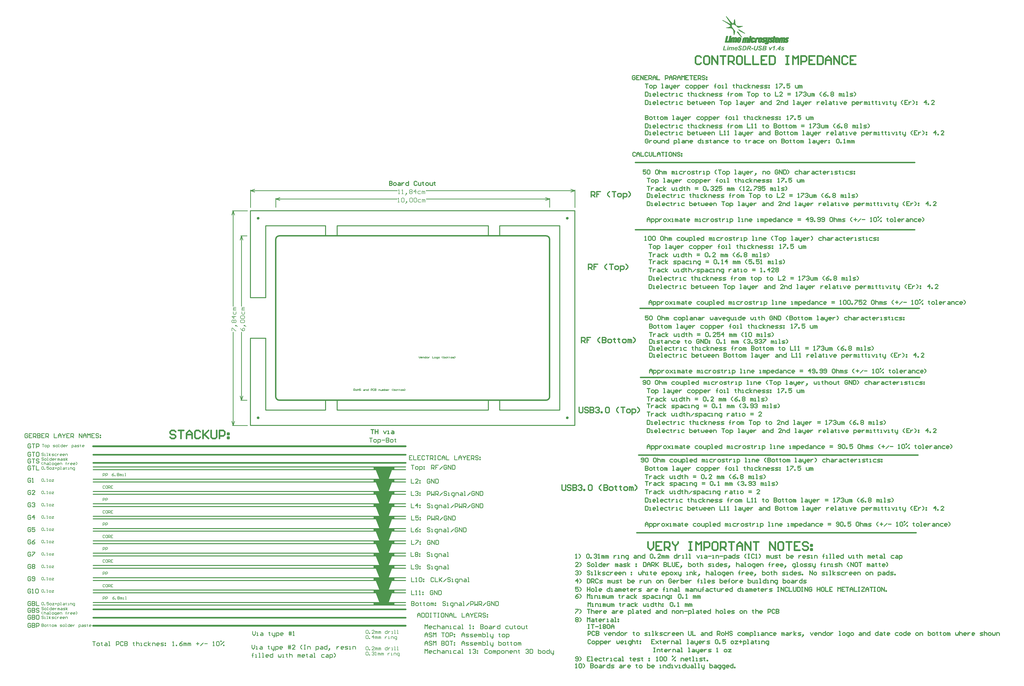
<source format=gm1>
G04 Layer_Color=16711935*
%FSLAX44Y44*%
%MOMM*%
G71*
G01*
G75*
%ADD10C,0.2000*%
%ADD16C,0.1500*%
%ADD17C,0.3000*%
%ADD18C,0.3500*%
%ADD99C,0.4000*%
%ADD101C,0.5000*%
%ADD103C,0.6000*%
%ADD112C,0.7000*%
%ADD136C,0.2540*%
%ADD176C,0.0254*%
%ADD177C,0.0260*%
%ADD298C,0.1524*%
G36*
X1650527Y1277468D02*
X1647304D01*
X1649829Y1289543D01*
X1653076D01*
X1650527Y1277468D01*
D02*
G37*
G36*
X1712345Y1294089D02*
X1712754D01*
X1713091Y1294065D01*
X1713211D01*
X1713331Y1294041D01*
X1713379D01*
X1713500Y1294017D01*
X1713692Y1293993D01*
X1713957Y1293945D01*
X1714245Y1293897D01*
X1714558Y1293825D01*
X1715183Y1293608D01*
X1715231Y1293584D01*
X1715328Y1293560D01*
X1715472Y1293488D01*
X1715688Y1293392D01*
X1715905Y1293247D01*
X1716170Y1293103D01*
X1716410Y1292935D01*
X1716675Y1292718D01*
X1716699Y1292694D01*
X1716795Y1292622D01*
X1716915Y1292502D01*
X1717084Y1292333D01*
X1717252Y1292141D01*
X1717444Y1291900D01*
X1717637Y1291636D01*
X1717829Y1291347D01*
X1717853Y1291323D01*
X1717901Y1291203D01*
X1717998Y1291034D01*
X1718094Y1290818D01*
X1718214Y1290553D01*
X1718358Y1290241D01*
X1718479Y1289880D01*
X1718575Y1289495D01*
X1718599Y1289447D01*
X1718623Y1289303D01*
X1718671Y1289086D01*
X1718719Y1288821D01*
X1718767Y1288485D01*
X1718792Y1288076D01*
X1718840Y1287667D01*
Y1287210D01*
Y1287186D01*
Y1287090D01*
Y1286945D01*
X1718815Y1286753D01*
Y1286512D01*
X1718792Y1286248D01*
X1718743Y1285935D01*
X1718719Y1285598D01*
X1718647Y1285237D01*
X1718599Y1284852D01*
X1718407Y1284059D01*
X1718142Y1283241D01*
X1717998Y1282832D01*
X1717805Y1282423D01*
Y1282399D01*
X1717757Y1282327D01*
X1717709Y1282231D01*
X1717613Y1282086D01*
X1717517Y1281894D01*
X1717396Y1281702D01*
X1717084Y1281220D01*
X1716723Y1280691D01*
X1716266Y1280138D01*
X1715761Y1279609D01*
X1715208Y1279104D01*
X1715183D01*
X1715159Y1279056D01*
X1715087Y1279007D01*
X1714991Y1278959D01*
X1714871Y1278863D01*
X1714726Y1278791D01*
X1714366Y1278575D01*
X1713933Y1278358D01*
X1713403Y1278118D01*
X1712802Y1277901D01*
X1712129Y1277709D01*
X1712081D01*
X1712008Y1277684D01*
X1711936Y1277660D01*
X1711816D01*
X1711672Y1277636D01*
X1711503Y1277612D01*
X1711311Y1277588D01*
X1711094Y1277564D01*
X1710854Y1277540D01*
X1710589Y1277516D01*
X1710276D01*
X1709964Y1277492D01*
X1709603Y1277468D01*
X1702964D01*
X1706452Y1294113D01*
X1711936D01*
X1712345Y1294089D01*
D02*
G37*
G36*
X1742821Y1281894D02*
X1736495D01*
X1737121Y1285045D01*
X1743447D01*
X1742821Y1281894D01*
D02*
G37*
G36*
X1852338Y1289784D02*
X1852531D01*
X1852747Y1289760D01*
X1853276Y1289711D01*
X1853829Y1289591D01*
X1854431Y1289447D01*
X1854984Y1289230D01*
X1855225Y1289086D01*
X1855465Y1288942D01*
X1855489D01*
X1855513Y1288894D01*
X1855658Y1288797D01*
X1855874Y1288605D01*
X1856115Y1288340D01*
X1856379Y1288004D01*
X1856620Y1287619D01*
X1856836Y1287162D01*
X1857005Y1286633D01*
X1853998Y1286127D01*
Y1286151D01*
X1853950Y1286224D01*
X1853902Y1286344D01*
X1853806Y1286488D01*
X1853709Y1286657D01*
X1853565Y1286801D01*
X1853396Y1286969D01*
X1853204Y1287090D01*
X1853180Y1287114D01*
X1853084Y1287162D01*
X1852915Y1287234D01*
X1852723Y1287330D01*
X1852458Y1287402D01*
X1852170Y1287474D01*
X1851833Y1287522D01*
X1851448Y1287547D01*
X1851280D01*
X1851087Y1287522D01*
X1850871Y1287498D01*
X1850630Y1287450D01*
X1850390Y1287402D01*
X1850149Y1287306D01*
X1849957Y1287186D01*
X1849933Y1287162D01*
X1849885Y1287138D01*
X1849812Y1287065D01*
X1849740Y1286969D01*
X1849596Y1286729D01*
X1849548Y1286584D01*
X1849524Y1286416D01*
Y1286392D01*
Y1286344D01*
X1849548Y1286248D01*
X1849572Y1286151D01*
X1849620Y1286031D01*
X1849716Y1285911D01*
X1849812Y1285791D01*
X1849957Y1285670D01*
X1849981D01*
X1850029Y1285622D01*
X1850125Y1285574D01*
X1850294Y1285526D01*
X1850534Y1285430D01*
X1850679Y1285382D01*
X1850871Y1285309D01*
X1851063Y1285261D01*
X1851280Y1285189D01*
X1851520Y1285093D01*
X1851809Y1285021D01*
X1851833D01*
X1851905Y1284997D01*
X1852025Y1284949D01*
X1852194Y1284901D01*
X1852386Y1284828D01*
X1852603Y1284756D01*
X1853108Y1284588D01*
X1853637Y1284395D01*
X1854166Y1284155D01*
X1854407Y1284035D01*
X1854647Y1283914D01*
X1854840Y1283794D01*
X1855008Y1283674D01*
X1855032D01*
X1855056Y1283626D01*
X1855201Y1283506D01*
X1855369Y1283289D01*
X1855585Y1283024D01*
X1855802Y1282688D01*
X1855994Y1282303D01*
X1856115Y1281870D01*
X1856139Y1281629D01*
X1856163Y1281389D01*
Y1281365D01*
Y1281317D01*
Y1281220D01*
X1856139Y1281100D01*
X1856115Y1280956D01*
X1856091Y1280787D01*
X1855970Y1280379D01*
X1855802Y1279921D01*
X1855682Y1279657D01*
X1855537Y1279416D01*
X1855369Y1279152D01*
X1855177Y1278911D01*
X1854960Y1278647D01*
X1854695Y1278406D01*
X1854671Y1278382D01*
X1854623Y1278358D01*
X1854551Y1278286D01*
X1854431Y1278214D01*
X1854286Y1278118D01*
X1854094Y1278021D01*
X1853878Y1277901D01*
X1853637Y1277781D01*
X1853372Y1277660D01*
X1853060Y1277540D01*
X1852747Y1277444D01*
X1852362Y1277348D01*
X1851977Y1277276D01*
X1851568Y1277203D01*
X1851111Y1277179D01*
X1850630Y1277155D01*
X1850390D01*
X1850197Y1277179D01*
X1849981D01*
X1849716Y1277203D01*
X1849452Y1277227D01*
X1849139Y1277276D01*
X1848490Y1277396D01*
X1847816Y1277540D01*
X1847167Y1277781D01*
X1846878Y1277925D01*
X1846589Y1278093D01*
X1846565D01*
X1846517Y1278141D01*
X1846445Y1278190D01*
X1846349Y1278262D01*
X1846108Y1278502D01*
X1845820Y1278791D01*
X1845507Y1279176D01*
X1845170Y1279657D01*
X1844881Y1280186D01*
X1844665Y1280811D01*
X1847816Y1281317D01*
X1847840Y1281268D01*
X1847888Y1281148D01*
X1847984Y1280980D01*
X1848105Y1280763D01*
X1848249Y1280523D01*
X1848417Y1280282D01*
X1848634Y1280066D01*
X1848850Y1279897D01*
X1848874Y1279873D01*
X1848971Y1279825D01*
X1849115Y1279777D01*
X1849307Y1279705D01*
X1849548Y1279609D01*
X1849837Y1279561D01*
X1850173Y1279513D01*
X1850558Y1279489D01*
X1850751D01*
X1850943Y1279513D01*
X1851208Y1279561D01*
X1851496Y1279609D01*
X1851809Y1279681D01*
X1852098Y1279801D01*
X1852362Y1279970D01*
X1852386Y1279994D01*
X1852434Y1280042D01*
X1852507Y1280114D01*
X1852603Y1280210D01*
X1852771Y1280475D01*
X1852819Y1280619D01*
X1852843Y1280811D01*
Y1280836D01*
Y1280860D01*
X1852819Y1281004D01*
X1852747Y1281196D01*
X1852603Y1281389D01*
X1852579Y1281413D01*
X1852555Y1281437D01*
X1852458Y1281485D01*
X1852338Y1281557D01*
X1852146Y1281653D01*
X1851905Y1281774D01*
X1851617Y1281894D01*
X1851232Y1282014D01*
X1851208D01*
X1851111Y1282062D01*
X1850943Y1282110D01*
X1850751Y1282183D01*
X1850534Y1282255D01*
X1850270Y1282351D01*
X1849668Y1282567D01*
X1849043Y1282832D01*
X1848441Y1283073D01*
X1848153Y1283217D01*
X1847912Y1283337D01*
X1847720Y1283457D01*
X1847552Y1283554D01*
X1847503Y1283602D01*
X1847383Y1283722D01*
X1847215Y1283914D01*
X1847022Y1284179D01*
X1846806Y1284516D01*
X1846637Y1284925D01*
X1846517Y1285382D01*
X1846493Y1285622D01*
X1846469Y1285887D01*
Y1285911D01*
Y1285959D01*
Y1286031D01*
X1846493Y1286127D01*
X1846517Y1286392D01*
X1846613Y1286729D01*
X1846734Y1287114D01*
X1846926Y1287522D01*
X1847191Y1287931D01*
X1847335Y1288148D01*
X1847527Y1288340D01*
X1847552Y1288364D01*
X1847600Y1288412D01*
X1847696Y1288485D01*
X1847816Y1288581D01*
X1847960Y1288677D01*
X1848153Y1288797D01*
X1848369Y1288942D01*
X1848634Y1289086D01*
X1848947Y1289206D01*
X1849259Y1289351D01*
X1849620Y1289471D01*
X1850029Y1289591D01*
X1850462Y1289663D01*
X1850919Y1289735D01*
X1851424Y1289784D01*
X1851953Y1289808D01*
X1852170D01*
X1852338Y1289784D01*
D02*
G37*
G36*
X1670564Y1289760D02*
X1670876Y1289711D01*
X1671237Y1289615D01*
X1671622Y1289471D01*
X1671983Y1289278D01*
X1672296Y1289014D01*
X1672319Y1288990D01*
X1672416Y1288869D01*
X1672560Y1288701D01*
X1672704Y1288461D01*
X1672849Y1288172D01*
X1672993Y1287835D01*
X1673089Y1287426D01*
X1673113Y1286969D01*
Y1286945D01*
Y1286849D01*
X1673089Y1286681D01*
X1673065Y1286464D01*
X1673041Y1286176D01*
X1672969Y1285791D01*
X1672897Y1285334D01*
X1672777Y1284804D01*
X1671189Y1277468D01*
X1667966D01*
X1669529Y1284804D01*
Y1284828D01*
X1669553Y1284877D01*
Y1284925D01*
X1669577Y1285021D01*
X1669626Y1285261D01*
X1669674Y1285526D01*
X1669722Y1285791D01*
X1669770Y1286055D01*
X1669818Y1286248D01*
Y1286320D01*
Y1286368D01*
Y1286392D01*
Y1286464D01*
X1669794Y1286536D01*
X1669770Y1286657D01*
X1669698Y1286921D01*
X1669601Y1287041D01*
X1669505Y1287162D01*
X1669481Y1287186D01*
X1669457Y1287210D01*
X1669385Y1287258D01*
X1669289Y1287330D01*
X1669169Y1287378D01*
X1669000Y1287426D01*
X1668832Y1287450D01*
X1668615Y1287474D01*
X1668495D01*
X1668399Y1287450D01*
X1668158Y1287402D01*
X1667870Y1287306D01*
X1667533Y1287162D01*
X1667148Y1286921D01*
X1666956Y1286777D01*
X1666763Y1286608D01*
X1666595Y1286416D01*
X1666402Y1286176D01*
X1666378Y1286127D01*
X1666330Y1286079D01*
X1666282Y1286007D01*
X1666234Y1285887D01*
X1666162Y1285767D01*
X1666066Y1285598D01*
X1665993Y1285430D01*
X1665897Y1285213D01*
X1665801Y1284973D01*
X1665705Y1284708D01*
X1665609Y1284420D01*
X1665488Y1284107D01*
X1665392Y1283746D01*
X1665296Y1283361D01*
X1665200Y1282928D01*
X1664045Y1277468D01*
X1660822D01*
X1662337Y1284732D01*
Y1284756D01*
X1662361Y1284780D01*
X1662385Y1284949D01*
X1662433Y1285165D01*
X1662482Y1285406D01*
X1662530Y1285694D01*
X1662554Y1285959D01*
X1662602Y1286199D01*
Y1286368D01*
Y1286392D01*
Y1286440D01*
X1662578Y1286536D01*
X1662554Y1286657D01*
X1662457Y1286897D01*
X1662385Y1287041D01*
X1662265Y1287162D01*
X1662241Y1287186D01*
X1662217Y1287210D01*
X1662145Y1287258D01*
X1662049Y1287330D01*
X1661904Y1287378D01*
X1661760Y1287426D01*
X1661591Y1287450D01*
X1661375Y1287474D01*
X1661279D01*
X1661183Y1287450D01*
X1661038Y1287426D01*
X1660870Y1287402D01*
X1660677Y1287330D01*
X1660485Y1287258D01*
X1660269Y1287138D01*
X1660244Y1287114D01*
X1660172Y1287090D01*
X1660052Y1287017D01*
X1659932Y1286921D01*
X1659763Y1286801D01*
X1659595Y1286633D01*
X1659427Y1286464D01*
X1659258Y1286272D01*
X1659234Y1286248D01*
X1659186Y1286176D01*
X1659114Y1286055D01*
X1659018Y1285887D01*
X1658898Y1285694D01*
X1658777Y1285430D01*
X1658657Y1285165D01*
X1658537Y1284852D01*
Y1284828D01*
X1658513Y1284756D01*
X1658465Y1284636D01*
X1658416Y1284468D01*
X1658368Y1284227D01*
X1658272Y1283890D01*
X1658176Y1283506D01*
X1658128Y1283265D01*
X1658056Y1283000D01*
X1656901Y1277468D01*
X1653678D01*
X1656203Y1289543D01*
X1659258D01*
X1658970Y1288076D01*
X1658994Y1288100D01*
X1659042Y1288148D01*
X1659138Y1288244D01*
X1659282Y1288340D01*
X1659451Y1288485D01*
X1659643Y1288629D01*
X1659860Y1288773D01*
X1660124Y1288942D01*
X1660702Y1289254D01*
X1661327Y1289543D01*
X1661688Y1289639D01*
X1662025Y1289735D01*
X1662409Y1289784D01*
X1662770Y1289808D01*
X1662987D01*
X1663251Y1289784D01*
X1663540Y1289735D01*
X1663877Y1289663D01*
X1664238Y1289567D01*
X1664574Y1289423D01*
X1664863Y1289230D01*
X1664887Y1289206D01*
X1664983Y1289134D01*
X1665103Y1288990D01*
X1665272Y1288821D01*
X1665416Y1288605D01*
X1665585Y1288316D01*
X1665729Y1288028D01*
X1665825Y1287667D01*
X1665849Y1287715D01*
X1665945Y1287811D01*
X1666090Y1287979D01*
X1666282Y1288196D01*
X1666547Y1288436D01*
X1666835Y1288677D01*
X1667196Y1288942D01*
X1667605Y1289182D01*
X1667629D01*
X1667653Y1289206D01*
X1667725Y1289230D01*
X1667822Y1289278D01*
X1668038Y1289375D01*
X1668351Y1289495D01*
X1668712Y1289615D01*
X1669144Y1289711D01*
X1669577Y1289784D01*
X1670058Y1289808D01*
X1670299D01*
X1670564Y1289760D01*
D02*
G37*
G36*
X1681941Y1289784D02*
X1682133Y1289760D01*
X1682350Y1289735D01*
X1682590Y1289687D01*
X1682855Y1289639D01*
X1683432Y1289471D01*
X1683721Y1289375D01*
X1684010Y1289230D01*
X1684298Y1289062D01*
X1684587Y1288894D01*
X1684852Y1288677D01*
X1685116Y1288436D01*
X1685140Y1288412D01*
X1685164Y1288364D01*
X1685236Y1288292D01*
X1685333Y1288196D01*
X1685429Y1288052D01*
X1685525Y1287883D01*
X1685645Y1287667D01*
X1685790Y1287450D01*
X1685910Y1287186D01*
X1686030Y1286897D01*
X1686126Y1286584D01*
X1686223Y1286224D01*
X1686319Y1285863D01*
X1686391Y1285454D01*
X1686415Y1285045D01*
X1686439Y1284588D01*
Y1284564D01*
Y1284540D01*
Y1284395D01*
Y1284155D01*
X1686415Y1283890D01*
X1686391Y1283554D01*
X1686343Y1283193D01*
X1686199Y1282471D01*
X1678020D01*
Y1282447D01*
Y1282351D01*
X1677996Y1282255D01*
Y1282159D01*
Y1282134D01*
Y1282110D01*
Y1281966D01*
X1678044Y1281750D01*
X1678092Y1281461D01*
X1678165Y1281148D01*
X1678285Y1280836D01*
X1678453Y1280499D01*
X1678670Y1280210D01*
X1678694Y1280186D01*
X1678790Y1280090D01*
X1678934Y1279994D01*
X1679151Y1279849D01*
X1679391Y1279729D01*
X1679680Y1279609D01*
X1680017Y1279513D01*
X1680378Y1279489D01*
X1680546D01*
X1680642Y1279513D01*
X1680786Y1279537D01*
X1680955Y1279585D01*
X1681316Y1279705D01*
X1681508Y1279777D01*
X1681725Y1279897D01*
X1681941Y1280042D01*
X1682133Y1280210D01*
X1682350Y1280403D01*
X1682567Y1280619D01*
X1682759Y1280884D01*
X1682927Y1281172D01*
X1685838Y1280691D01*
Y1280667D01*
X1685790Y1280619D01*
X1685742Y1280523D01*
X1685669Y1280403D01*
X1685597Y1280258D01*
X1685477Y1280090D01*
X1685236Y1279681D01*
X1684900Y1279248D01*
X1684491Y1278815D01*
X1684034Y1278382D01*
X1683529Y1278021D01*
X1683505D01*
X1683457Y1277973D01*
X1683384Y1277949D01*
X1683288Y1277877D01*
X1683144Y1277829D01*
X1682999Y1277757D01*
X1682590Y1277588D01*
X1682133Y1277420D01*
X1681580Y1277300D01*
X1681003Y1277203D01*
X1680354Y1277155D01*
X1680113D01*
X1679945Y1277179D01*
X1679728Y1277203D01*
X1679488Y1277227D01*
X1679223Y1277276D01*
X1678934Y1277348D01*
X1678309Y1277540D01*
X1677972Y1277660D01*
X1677635Y1277805D01*
X1677323Y1277973D01*
X1676986Y1278190D01*
X1676673Y1278430D01*
X1676385Y1278695D01*
X1676361Y1278719D01*
X1676313Y1278767D01*
X1676240Y1278863D01*
X1676144Y1278983D01*
X1676024Y1279128D01*
X1675904Y1279320D01*
X1675759Y1279537D01*
X1675639Y1279777D01*
X1675495Y1280066D01*
X1675350Y1280354D01*
X1675230Y1280691D01*
X1675110Y1281052D01*
X1675014Y1281437D01*
X1674941Y1281870D01*
X1674893Y1282303D01*
X1674869Y1282760D01*
Y1282784D01*
Y1282880D01*
Y1283000D01*
X1674893Y1283169D01*
X1674917Y1283385D01*
X1674941Y1283650D01*
X1674989Y1283938D01*
X1675038Y1284251D01*
X1675206Y1284925D01*
X1675326Y1285285D01*
X1675446Y1285670D01*
X1675615Y1286055D01*
X1675783Y1286440D01*
X1676000Y1286825D01*
X1676240Y1287186D01*
X1676264Y1287210D01*
X1676337Y1287306D01*
X1676433Y1287426D01*
X1676577Y1287595D01*
X1676794Y1287787D01*
X1677010Y1288028D01*
X1677299Y1288244D01*
X1677611Y1288509D01*
X1677972Y1288749D01*
X1678381Y1288990D01*
X1678814Y1289206D01*
X1679295Y1289399D01*
X1679800Y1289567D01*
X1680354Y1289687D01*
X1680955Y1289784D01*
X1681580Y1289808D01*
X1681797D01*
X1681941Y1289784D01*
D02*
G37*
G36*
X1637177Y1280258D02*
X1645692D01*
X1645115Y1277468D01*
X1633184D01*
X1636672Y1294113D01*
X1640087D01*
X1637177Y1280258D01*
D02*
G37*
G36*
X1842019Y1283602D02*
X1844088D01*
X1843486Y1280860D01*
X1841466D01*
X1840744Y1277468D01*
X1837689D01*
X1838387Y1280860D01*
X1831844D01*
X1832398Y1283554D01*
X1841418Y1294113D01*
X1844232D01*
X1842019Y1283602D01*
D02*
G37*
G36*
X1829030Y1277468D02*
X1825807D01*
X1826432Y1280619D01*
X1829655D01*
X1829030Y1277468D01*
D02*
G37*
G36*
X1820154D02*
X1816883D01*
X1819288Y1288990D01*
X1819240Y1288966D01*
X1819120Y1288869D01*
X1818903Y1288749D01*
X1818615Y1288581D01*
X1818278Y1288388D01*
X1817869Y1288196D01*
X1817412Y1287979D01*
X1816931Y1287763D01*
X1816907D01*
X1816883Y1287739D01*
X1816811Y1287715D01*
X1816714Y1287667D01*
X1816450Y1287595D01*
X1816137Y1287474D01*
X1815776Y1287354D01*
X1815367Y1287234D01*
X1814983Y1287114D01*
X1814574Y1287017D01*
X1815199Y1289928D01*
X1815223D01*
X1815247Y1289952D01*
X1815392Y1290000D01*
X1815608Y1290120D01*
X1815897Y1290265D01*
X1816233Y1290433D01*
X1816642Y1290625D01*
X1817099Y1290866D01*
X1817580Y1291155D01*
X1818086Y1291443D01*
X1818615Y1291780D01*
X1819168Y1292141D01*
X1819697Y1292502D01*
X1820226Y1292910D01*
X1820755Y1293320D01*
X1821237Y1293752D01*
X1821694Y1294209D01*
X1823666D01*
X1820154Y1277468D01*
D02*
G37*
G36*
X1759683Y1284684D02*
Y1284660D01*
X1759659Y1284564D01*
X1759635Y1284420D01*
X1759587Y1284227D01*
X1759515Y1283987D01*
X1759442Y1283722D01*
X1759370Y1283433D01*
X1759274Y1283121D01*
X1759082Y1282447D01*
X1758841Y1281725D01*
X1758552Y1281052D01*
X1758408Y1280739D01*
X1758264Y1280451D01*
Y1280427D01*
X1758216Y1280379D01*
X1758168Y1280306D01*
X1758119Y1280210D01*
X1757927Y1279946D01*
X1757638Y1279609D01*
X1757302Y1279224D01*
X1756869Y1278839D01*
X1756364Y1278430D01*
X1755786Y1278069D01*
X1755762D01*
X1755714Y1278021D01*
X1755618Y1277997D01*
X1755498Y1277925D01*
X1755329Y1277853D01*
X1755137Y1277781D01*
X1754920Y1277709D01*
X1754656Y1277612D01*
X1754367Y1277516D01*
X1754054Y1277444D01*
X1753718Y1277372D01*
X1753357Y1277300D01*
X1752972Y1277252D01*
X1752539Y1277203D01*
X1751649Y1277155D01*
X1751360D01*
X1751144Y1277179D01*
X1750903Y1277203D01*
X1750615Y1277227D01*
X1750278Y1277276D01*
X1749941Y1277324D01*
X1749196Y1277492D01*
X1748787Y1277612D01*
X1748402Y1277757D01*
X1748041Y1277925D01*
X1747680Y1278118D01*
X1747319Y1278334D01*
X1747007Y1278575D01*
X1746983Y1278598D01*
X1746934Y1278647D01*
X1746862Y1278719D01*
X1746766Y1278839D01*
X1746646Y1278983D01*
X1746501Y1279152D01*
X1746357Y1279344D01*
X1746213Y1279585D01*
X1746069Y1279825D01*
X1745924Y1280114D01*
X1745780Y1280403D01*
X1745660Y1280739D01*
X1745563Y1281076D01*
X1745491Y1281461D01*
X1745443Y1281846D01*
X1745419Y1282255D01*
Y1282279D01*
Y1282327D01*
X1745443Y1282423D01*
Y1282543D01*
X1745467Y1282712D01*
X1745491Y1282880D01*
X1745539Y1283265D01*
Y1283289D01*
X1745563Y1283337D01*
Y1283481D01*
X1745612Y1283650D01*
X1745660Y1283938D01*
X1745684Y1284107D01*
X1745732Y1284299D01*
X1745780Y1284516D01*
X1745828Y1284756D01*
X1745876Y1285021D01*
X1745948Y1285334D01*
X1747921Y1294113D01*
X1751312D01*
X1749340Y1285045D01*
X1748835Y1282832D01*
Y1282808D01*
Y1282784D01*
X1748811Y1282640D01*
X1748787Y1282399D01*
X1748739Y1282110D01*
Y1282062D01*
X1748763Y1281966D01*
X1748787Y1281798D01*
X1748835Y1281581D01*
X1748931Y1281341D01*
X1749075Y1281076D01*
X1749244Y1280836D01*
X1749508Y1280595D01*
X1749556Y1280571D01*
X1749653Y1280499D01*
X1749845Y1280403D01*
X1750085Y1280306D01*
X1750422Y1280210D01*
X1750807Y1280114D01*
X1751264Y1280042D01*
X1751793Y1280018D01*
X1752010D01*
X1752274Y1280042D01*
X1752587Y1280066D01*
X1752924Y1280138D01*
X1753285Y1280210D01*
X1753669Y1280330D01*
X1754006Y1280475D01*
X1754054Y1280499D01*
X1754151Y1280571D01*
X1754319Y1280667D01*
X1754511Y1280811D01*
X1754728Y1281004D01*
X1754968Y1281245D01*
X1755185Y1281533D01*
X1755377Y1281846D01*
X1755401Y1281894D01*
X1755450Y1282038D01*
X1755498Y1282134D01*
X1755546Y1282255D01*
X1755618Y1282423D01*
X1755690Y1282592D01*
X1755738Y1282808D01*
X1755834Y1283024D01*
X1755907Y1283289D01*
X1755979Y1283578D01*
X1756075Y1283890D01*
X1756171Y1284227D01*
X1756243Y1284588D01*
X1756340Y1284997D01*
X1758264Y1294113D01*
X1761679D01*
X1759683Y1284684D01*
D02*
G37*
G36*
X1805818Y1277468D02*
X1803028D01*
X1800623Y1289543D01*
X1803822D01*
X1804639Y1284251D01*
Y1284227D01*
X1804664Y1284155D01*
Y1284059D01*
X1804688Y1283914D01*
X1804712Y1283746D01*
X1804760Y1283530D01*
X1804832Y1283097D01*
X1804904Y1282616D01*
X1804976Y1282159D01*
X1805024Y1281750D01*
X1805048Y1281581D01*
X1805072Y1281437D01*
X1805096Y1281485D01*
X1805145Y1281557D01*
X1805217Y1281677D01*
X1805313Y1281870D01*
X1805457Y1282110D01*
X1805626Y1282447D01*
X1805746Y1282664D01*
X1805866Y1282880D01*
Y1282904D01*
X1805890Y1282928D01*
X1805986Y1283073D01*
X1806107Y1283289D01*
X1806251Y1283554D01*
X1806395Y1283818D01*
X1806540Y1284059D01*
X1806660Y1284275D01*
X1806732Y1284420D01*
X1809739Y1289543D01*
X1813251D01*
X1805818Y1277468D01*
D02*
G37*
G36*
X1731299Y1294089D02*
X1731732Y1294065D01*
X1732213Y1294017D01*
X1732695Y1293945D01*
X1733176Y1293849D01*
X1733609Y1293704D01*
X1733633D01*
X1733657Y1293680D01*
X1733777Y1293632D01*
X1733969Y1293536D01*
X1734210Y1293392D01*
X1734499Y1293175D01*
X1734787Y1292935D01*
X1735052Y1292622D01*
X1735316Y1292261D01*
X1735341Y1292213D01*
X1735413Y1292069D01*
X1735533Y1291852D01*
X1735653Y1291564D01*
X1735773Y1291203D01*
X1735894Y1290770D01*
X1735966Y1290265D01*
X1735990Y1289735D01*
Y1289711D01*
Y1289639D01*
Y1289543D01*
X1735966Y1289375D01*
X1735942Y1289206D01*
X1735918Y1288990D01*
X1735894Y1288749D01*
X1735822Y1288509D01*
X1735677Y1287955D01*
X1735461Y1287354D01*
X1735316Y1287065D01*
X1735148Y1286777D01*
X1734932Y1286488D01*
X1734715Y1286224D01*
X1734691Y1286199D01*
X1734667Y1286176D01*
X1734571Y1286103D01*
X1734475Y1286007D01*
X1734330Y1285887D01*
X1734186Y1285767D01*
X1733994Y1285646D01*
X1733753Y1285502D01*
X1733512Y1285358D01*
X1733224Y1285213D01*
X1732911Y1285069D01*
X1732550Y1284925D01*
X1732189Y1284804D01*
X1731781Y1284708D01*
X1731324Y1284612D01*
X1730867Y1284540D01*
X1730891Y1284516D01*
X1730987Y1284444D01*
X1731107Y1284299D01*
X1731275Y1284131D01*
X1731444Y1283890D01*
X1731660Y1283626D01*
X1731877Y1283313D01*
X1732093Y1282976D01*
X1732117Y1282952D01*
X1732141Y1282880D01*
X1732213Y1282784D01*
X1732286Y1282616D01*
X1732406Y1282423D01*
X1732526Y1282183D01*
X1732670Y1281894D01*
X1732839Y1281557D01*
X1733031Y1281196D01*
X1733224Y1280787D01*
X1733440Y1280330D01*
X1733657Y1279825D01*
X1733897Y1279296D01*
X1734138Y1278719D01*
X1734402Y1278118D01*
X1734667Y1277468D01*
X1730987D01*
Y1277492D01*
X1730963Y1277540D01*
X1730939Y1277612D01*
X1730891Y1277733D01*
X1730842Y1277877D01*
X1730770Y1278069D01*
X1730698Y1278286D01*
X1730602Y1278550D01*
X1730482Y1278839D01*
X1730361Y1279152D01*
X1730217Y1279513D01*
X1730049Y1279897D01*
X1729880Y1280330D01*
X1729688Y1280811D01*
X1729471Y1281317D01*
X1729231Y1281846D01*
Y1281870D01*
X1729207Y1281918D01*
X1729159Y1281990D01*
X1729111Y1282110D01*
X1728966Y1282375D01*
X1728774Y1282712D01*
X1728557Y1283073D01*
X1728317Y1283433D01*
X1728028Y1283770D01*
X1727884Y1283890D01*
X1727740Y1284011D01*
X1727715Y1284035D01*
X1727643Y1284059D01*
X1727523Y1284107D01*
X1727355Y1284179D01*
X1727114Y1284251D01*
X1726826Y1284299D01*
X1726465Y1284323D01*
X1726032Y1284347D01*
X1724637D01*
X1723193Y1277468D01*
X1719802D01*
X1723289Y1294113D01*
X1731131D01*
X1731299Y1294089D01*
D02*
G37*
G36*
X1786719D02*
X1787152D01*
X1787585Y1294065D01*
X1787970Y1294041D01*
X1788163Y1294017D01*
X1788307Y1293993D01*
X1788355D01*
X1788523Y1293969D01*
X1788740Y1293921D01*
X1789029Y1293849D01*
X1789341Y1293752D01*
X1789702Y1293632D01*
X1790039Y1293488D01*
X1790376Y1293295D01*
X1790424Y1293271D01*
X1790520Y1293199D01*
X1790664Y1293079D01*
X1790857Y1292935D01*
X1791073Y1292742D01*
X1791290Y1292502D01*
X1791506Y1292237D01*
X1791674Y1291924D01*
X1791699Y1291876D01*
X1791747Y1291780D01*
X1791819Y1291612D01*
X1791915Y1291371D01*
X1791987Y1291107D01*
X1792059Y1290770D01*
X1792108Y1290433D01*
X1792132Y1290048D01*
Y1290024D01*
Y1289976D01*
Y1289904D01*
Y1289808D01*
X1792083Y1289567D01*
X1792035Y1289230D01*
X1791939Y1288869D01*
X1791795Y1288461D01*
X1791602Y1288052D01*
X1791338Y1287643D01*
X1791314Y1287595D01*
X1791193Y1287474D01*
X1791001Y1287306D01*
X1790760Y1287065D01*
X1790424Y1286825D01*
X1790015Y1286560D01*
X1789534Y1286320D01*
X1788956Y1286103D01*
X1788981D01*
X1789005Y1286079D01*
X1789077Y1286055D01*
X1789173Y1286031D01*
X1789413Y1285959D01*
X1789702Y1285815D01*
X1790015Y1285646D01*
X1790352Y1285430D01*
X1790688Y1285165D01*
X1790977Y1284852D01*
X1791001Y1284804D01*
X1791097Y1284708D01*
X1791217Y1284516D01*
X1791338Y1284275D01*
X1791482Y1283963D01*
X1791578Y1283626D01*
X1791674Y1283241D01*
X1791699Y1282832D01*
Y1282808D01*
Y1282760D01*
Y1282688D01*
X1791674Y1282567D01*
Y1282447D01*
X1791650Y1282279D01*
X1791602Y1281918D01*
X1791482Y1281461D01*
X1791338Y1280980D01*
X1791121Y1280475D01*
X1790833Y1279970D01*
Y1279946D01*
X1790784Y1279921D01*
X1790736Y1279849D01*
X1790688Y1279753D01*
X1790496Y1279513D01*
X1790231Y1279224D01*
X1789895Y1278911D01*
X1789486Y1278598D01*
X1789005Y1278310D01*
X1788475Y1278045D01*
X1788451D01*
X1788403Y1278021D01*
X1788331Y1277997D01*
X1788211Y1277949D01*
X1788042Y1277901D01*
X1787874Y1277853D01*
X1787657Y1277805D01*
X1787417Y1277757D01*
X1787128Y1277709D01*
X1786816Y1277660D01*
X1786479Y1277612D01*
X1786118Y1277564D01*
X1785733Y1277516D01*
X1785300Y1277492D01*
X1784867Y1277468D01*
X1776545D01*
X1780033Y1294113D01*
X1786335D01*
X1786719Y1294089D01*
D02*
G37*
G36*
X1696349Y1294402D02*
X1696590Y1294378D01*
X1696879Y1294354D01*
X1697191Y1294306D01*
X1697528Y1294258D01*
X1698274Y1294089D01*
X1698658Y1293969D01*
X1699019Y1293849D01*
X1699404Y1293680D01*
X1699765Y1293488D01*
X1700102Y1293271D01*
X1700414Y1293031D01*
X1700438Y1293007D01*
X1700486Y1292959D01*
X1700559Y1292887D01*
X1700679Y1292790D01*
X1700799Y1292646D01*
X1700944Y1292478D01*
X1701088Y1292285D01*
X1701232Y1292069D01*
X1701401Y1291804D01*
X1701569Y1291539D01*
X1701713Y1291227D01*
X1701858Y1290914D01*
X1701978Y1290553D01*
X1702074Y1290193D01*
X1702146Y1289784D01*
X1702194Y1289375D01*
X1698923Y1289230D01*
Y1289254D01*
Y1289278D01*
X1698899Y1289423D01*
X1698827Y1289639D01*
X1698755Y1289904D01*
X1698634Y1290193D01*
X1698490Y1290505D01*
X1698298Y1290794D01*
X1698033Y1291058D01*
X1698009Y1291082D01*
X1697889Y1291155D01*
X1697720Y1291275D01*
X1697480Y1291395D01*
X1697191Y1291491D01*
X1696806Y1291612D01*
X1696349Y1291684D01*
X1695844Y1291708D01*
X1695604D01*
X1695363Y1291684D01*
X1695050Y1291636D01*
X1694738Y1291588D01*
X1694401Y1291491D01*
X1694088Y1291371D01*
X1693824Y1291203D01*
X1693800Y1291179D01*
X1693727Y1291107D01*
X1693631Y1291010D01*
X1693535Y1290866D01*
X1693415Y1290674D01*
X1693318Y1290457D01*
X1693246Y1290193D01*
X1693222Y1289928D01*
Y1289904D01*
Y1289808D01*
X1693246Y1289687D01*
X1693295Y1289519D01*
X1693367Y1289326D01*
X1693463Y1289134D01*
X1693583Y1288942D01*
X1693775Y1288749D01*
X1693800Y1288725D01*
X1693896Y1288653D01*
X1694040Y1288557D01*
X1694281Y1288412D01*
X1694449Y1288316D01*
X1694617Y1288220D01*
X1694810Y1288100D01*
X1695050Y1287979D01*
X1695291Y1287859D01*
X1695580Y1287715D01*
X1695892Y1287571D01*
X1696229Y1287426D01*
X1696253Y1287402D01*
X1696349Y1287378D01*
X1696494Y1287306D01*
X1696686Y1287234D01*
X1696927Y1287114D01*
X1697191Y1286993D01*
X1697769Y1286705D01*
X1698394Y1286392D01*
X1698995Y1286055D01*
X1699284Y1285887D01*
X1699524Y1285719D01*
X1699741Y1285550D01*
X1699909Y1285406D01*
X1699933Y1285382D01*
X1699957Y1285358D01*
X1700029Y1285285D01*
X1700102Y1285213D01*
X1700294Y1284949D01*
X1700511Y1284612D01*
X1700727Y1284203D01*
X1700896Y1283698D01*
X1701040Y1283121D01*
X1701064Y1282832D01*
X1701088Y1282495D01*
Y1282471D01*
Y1282399D01*
Y1282279D01*
X1701064Y1282134D01*
X1701040Y1281942D01*
X1700992Y1281702D01*
X1700944Y1281461D01*
X1700871Y1281196D01*
X1700775Y1280908D01*
X1700655Y1280595D01*
X1700511Y1280282D01*
X1700342Y1279970D01*
X1700150Y1279657D01*
X1699909Y1279320D01*
X1699645Y1279032D01*
X1699332Y1278719D01*
X1699308Y1278695D01*
X1699260Y1278647D01*
X1699140Y1278575D01*
X1699019Y1278478D01*
X1698827Y1278358D01*
X1698610Y1278214D01*
X1698370Y1278093D01*
X1698057Y1277949D01*
X1697744Y1277781D01*
X1697384Y1277660D01*
X1696975Y1277516D01*
X1696542Y1277396D01*
X1696085Y1277300D01*
X1695580Y1277227D01*
X1695050Y1277179D01*
X1694473Y1277155D01*
X1694112D01*
X1693920Y1277179D01*
X1693703Y1277203D01*
X1693463D01*
X1693198Y1277252D01*
X1692621Y1277324D01*
X1691996Y1277444D01*
X1691346Y1277612D01*
X1690745Y1277853D01*
X1690721D01*
X1690673Y1277877D01*
X1690600Y1277925D01*
X1690480Y1277997D01*
X1690216Y1278141D01*
X1689879Y1278382D01*
X1689518Y1278647D01*
X1689157Y1279007D01*
X1688820Y1279392D01*
X1688532Y1279849D01*
Y1279873D01*
X1688508Y1279897D01*
X1688484Y1279970D01*
X1688436Y1280090D01*
X1688387Y1280210D01*
X1688339Y1280354D01*
X1688219Y1280715D01*
X1688099Y1281148D01*
X1688003Y1281653D01*
X1687955Y1282207D01*
X1687930Y1282808D01*
X1691202Y1283000D01*
Y1282976D01*
Y1282928D01*
Y1282856D01*
X1691226Y1282760D01*
X1691250Y1282471D01*
X1691298Y1282159D01*
X1691346Y1281798D01*
X1691442Y1281437D01*
X1691563Y1281124D01*
X1691731Y1280884D01*
X1691779Y1280836D01*
X1691875Y1280739D01*
X1692068Y1280619D01*
X1692356Y1280451D01*
X1692525Y1280379D01*
X1692741Y1280282D01*
X1692958Y1280210D01*
X1693222Y1280162D01*
X1693487Y1280090D01*
X1693800Y1280066D01*
X1694136Y1280018D01*
X1694762D01*
X1694906Y1280042D01*
X1695074D01*
X1695435Y1280090D01*
X1695820Y1280162D01*
X1696229Y1280282D01*
X1696614Y1280427D01*
X1696927Y1280619D01*
X1696951Y1280643D01*
X1697047Y1280715D01*
X1697167Y1280860D01*
X1697311Y1281028D01*
X1697456Y1281245D01*
X1697576Y1281485D01*
X1697672Y1281750D01*
X1697696Y1282062D01*
Y1282086D01*
Y1282183D01*
X1697672Y1282327D01*
X1697624Y1282495D01*
X1697552Y1282688D01*
X1697432Y1282904D01*
X1697287Y1283121D01*
X1697071Y1283313D01*
X1697047Y1283337D01*
X1696975Y1283385D01*
X1696830Y1283481D01*
X1696614Y1283602D01*
X1696470Y1283698D01*
X1696301Y1283794D01*
X1696109Y1283890D01*
X1695892Y1283987D01*
X1695628Y1284107D01*
X1695363Y1284251D01*
X1695026Y1284395D01*
X1694690Y1284540D01*
X1694666D01*
X1694593Y1284588D01*
X1694497Y1284612D01*
X1694377Y1284684D01*
X1694209Y1284756D01*
X1694016Y1284828D01*
X1693607Y1285021D01*
X1693150Y1285261D01*
X1692669Y1285478D01*
X1692236Y1285719D01*
X1692020Y1285839D01*
X1691851Y1285935D01*
X1691803Y1285959D01*
X1691707Y1286031D01*
X1691539Y1286176D01*
X1691346Y1286344D01*
X1691130Y1286536D01*
X1690889Y1286801D01*
X1690673Y1287090D01*
X1690456Y1287402D01*
X1690432Y1287450D01*
X1690384Y1287571D01*
X1690288Y1287763D01*
X1690216Y1288004D01*
X1690119Y1288316D01*
X1690023Y1288677D01*
X1689975Y1289086D01*
X1689951Y1289519D01*
Y1289543D01*
Y1289615D01*
Y1289735D01*
X1689975Y1289880D01*
X1689999Y1290048D01*
X1690023Y1290265D01*
X1690071Y1290505D01*
X1690143Y1290746D01*
X1690312Y1291299D01*
X1690456Y1291588D01*
X1690600Y1291900D01*
X1690769Y1292189D01*
X1690961Y1292478D01*
X1691202Y1292766D01*
X1691466Y1293031D01*
X1691490Y1293055D01*
X1691539Y1293103D01*
X1691635Y1293151D01*
X1691755Y1293247D01*
X1691899Y1293344D01*
X1692092Y1293464D01*
X1692332Y1293608D01*
X1692597Y1293728D01*
X1692885Y1293849D01*
X1693198Y1293993D01*
X1693559Y1294113D01*
X1693968Y1294209D01*
X1694401Y1294306D01*
X1694858Y1294378D01*
X1695339Y1294402D01*
X1695868Y1294426D01*
X1696157D01*
X1696349Y1294402D01*
D02*
G37*
G36*
X411875Y-423750D02*
X433000D01*
Y-433500D01*
X357250D01*
Y-423750D01*
X378125D01*
X365000Y-388750D01*
X425000D01*
X411875Y-423750D01*
D02*
G37*
G36*
Y-468750D02*
X433000D01*
Y-478500D01*
X357250D01*
Y-468750D01*
X378125D01*
X365000Y-433750D01*
X425000D01*
X411875Y-468750D01*
D02*
G37*
G36*
Y-513750D02*
X433000D01*
Y-523500D01*
X357250D01*
Y-513750D01*
X378125D01*
X365000Y-478750D01*
X425000D01*
X411875Y-513750D01*
D02*
G37*
G36*
Y-378750D02*
X433000D01*
Y-388500D01*
X357250D01*
Y-378750D01*
X378125D01*
X365000Y-343750D01*
X425000D01*
X411875Y-378750D01*
D02*
G37*
G36*
X433000Y-253500D02*
X357250D01*
Y-243750D01*
X433000D01*
Y-253500D01*
D02*
G37*
G36*
X411875Y-288750D02*
X433000D01*
Y-298500D01*
X357250D01*
Y-288750D01*
X378125D01*
X365000Y-253750D01*
X425000D01*
X411875Y-288750D01*
D02*
G37*
G36*
Y-333750D02*
X433000D01*
Y-343500D01*
X357250D01*
Y-333750D01*
X378125D01*
X365000Y-298750D01*
X425000D01*
X411875Y-333750D01*
D02*
G37*
G36*
Y-738750D02*
X433000D01*
Y-748500D01*
X357250D01*
Y-738750D01*
X378125D01*
X365000Y-703750D01*
X425000D01*
X411875Y-738750D01*
D02*
G37*
G36*
X1653413Y1291179D02*
X1650166D01*
X1650791Y1294113D01*
X1654015D01*
X1653413Y1291179D01*
D02*
G37*
G36*
X1769978Y1294402D02*
X1770219Y1294378D01*
X1770507Y1294354D01*
X1770820Y1294306D01*
X1771157Y1294258D01*
X1771902Y1294089D01*
X1772287Y1293969D01*
X1772648Y1293849D01*
X1773033Y1293680D01*
X1773394Y1293488D01*
X1773730Y1293271D01*
X1774043Y1293031D01*
X1774067Y1293007D01*
X1774115Y1292959D01*
X1774187Y1292887D01*
X1774308Y1292790D01*
X1774428Y1292646D01*
X1774572Y1292478D01*
X1774717Y1292285D01*
X1774861Y1292069D01*
X1775029Y1291804D01*
X1775198Y1291539D01*
X1775342Y1291227D01*
X1775486Y1290914D01*
X1775607Y1290553D01*
X1775703Y1290193D01*
X1775775Y1289784D01*
X1775823Y1289375D01*
X1772552Y1289230D01*
Y1289254D01*
Y1289278D01*
X1772528Y1289423D01*
X1772455Y1289639D01*
X1772383Y1289904D01*
X1772263Y1290193D01*
X1772119Y1290505D01*
X1771926Y1290794D01*
X1771662Y1291058D01*
X1771638Y1291082D01*
X1771517Y1291155D01*
X1771349Y1291275D01*
X1771109Y1291395D01*
X1770820Y1291491D01*
X1770435Y1291612D01*
X1769978Y1291684D01*
X1769473Y1291708D01*
X1769232D01*
X1768992Y1291684D01*
X1768679Y1291636D01*
X1768366Y1291588D01*
X1768030Y1291491D01*
X1767717Y1291371D01*
X1767452Y1291203D01*
X1767428Y1291179D01*
X1767356Y1291107D01*
X1767260Y1291010D01*
X1767164Y1290866D01*
X1767043Y1290674D01*
X1766947Y1290457D01*
X1766875Y1290193D01*
X1766851Y1289928D01*
Y1289904D01*
Y1289808D01*
X1766875Y1289687D01*
X1766923Y1289519D01*
X1766995Y1289326D01*
X1767092Y1289134D01*
X1767212Y1288942D01*
X1767404Y1288749D01*
X1767428Y1288725D01*
X1767525Y1288653D01*
X1767669Y1288557D01*
X1767909Y1288412D01*
X1768078Y1288316D01*
X1768246Y1288220D01*
X1768439Y1288100D01*
X1768679Y1287979D01*
X1768920Y1287859D01*
X1769208Y1287715D01*
X1769521Y1287571D01*
X1769858Y1287426D01*
X1769882Y1287402D01*
X1769978Y1287378D01*
X1770122Y1287306D01*
X1770315Y1287234D01*
X1770555Y1287114D01*
X1770820Y1286993D01*
X1771397Y1286705D01*
X1772023Y1286392D01*
X1772624Y1286055D01*
X1772912Y1285887D01*
X1773153Y1285719D01*
X1773370Y1285550D01*
X1773538Y1285406D01*
X1773562Y1285382D01*
X1773586Y1285358D01*
X1773658Y1285285D01*
X1773730Y1285213D01*
X1773923Y1284949D01*
X1774139Y1284612D01*
X1774356Y1284203D01*
X1774524Y1283698D01*
X1774668Y1283121D01*
X1774693Y1282832D01*
X1774717Y1282495D01*
Y1282471D01*
Y1282399D01*
Y1282279D01*
X1774693Y1282134D01*
X1774668Y1281942D01*
X1774620Y1281702D01*
X1774572Y1281461D01*
X1774500Y1281196D01*
X1774404Y1280908D01*
X1774284Y1280595D01*
X1774139Y1280282D01*
X1773971Y1279970D01*
X1773779Y1279657D01*
X1773538Y1279320D01*
X1773273Y1279032D01*
X1772961Y1278719D01*
X1772937Y1278695D01*
X1772888Y1278647D01*
X1772768Y1278575D01*
X1772648Y1278478D01*
X1772455Y1278358D01*
X1772239Y1278214D01*
X1771998Y1278093D01*
X1771686Y1277949D01*
X1771373Y1277781D01*
X1771012Y1277660D01*
X1770603Y1277516D01*
X1770170Y1277396D01*
X1769713Y1277300D01*
X1769208Y1277227D01*
X1768679Y1277179D01*
X1768102Y1277155D01*
X1767741D01*
X1767549Y1277179D01*
X1767332Y1277203D01*
X1767092D01*
X1766827Y1277252D01*
X1766250Y1277324D01*
X1765624Y1277444D01*
X1764975Y1277612D01*
X1764373Y1277853D01*
X1764349D01*
X1764301Y1277877D01*
X1764229Y1277925D01*
X1764109Y1277997D01*
X1763844Y1278141D01*
X1763508Y1278382D01*
X1763147Y1278647D01*
X1762786Y1279007D01*
X1762449Y1279392D01*
X1762160Y1279849D01*
Y1279873D01*
X1762136Y1279897D01*
X1762112Y1279970D01*
X1762064Y1280090D01*
X1762016Y1280210D01*
X1761968Y1280354D01*
X1761848Y1280715D01*
X1761727Y1281148D01*
X1761631Y1281653D01*
X1761583Y1282207D01*
X1761559Y1282808D01*
X1764830Y1283000D01*
Y1282976D01*
Y1282928D01*
Y1282856D01*
X1764854Y1282760D01*
X1764879Y1282471D01*
X1764927Y1282159D01*
X1764975Y1281798D01*
X1765071Y1281437D01*
X1765191Y1281124D01*
X1765360Y1280884D01*
X1765408Y1280836D01*
X1765504Y1280739D01*
X1765696Y1280619D01*
X1765985Y1280451D01*
X1766153Y1280379D01*
X1766370Y1280282D01*
X1766586Y1280210D01*
X1766851Y1280162D01*
X1767116Y1280090D01*
X1767428Y1280066D01*
X1767765Y1280018D01*
X1768390D01*
X1768535Y1280042D01*
X1768703D01*
X1769064Y1280090D01*
X1769449Y1280162D01*
X1769858Y1280282D01*
X1770243Y1280427D01*
X1770555Y1280619D01*
X1770579Y1280643D01*
X1770676Y1280715D01*
X1770796Y1280860D01*
X1770940Y1281028D01*
X1771084Y1281245D01*
X1771205Y1281485D01*
X1771301Y1281750D01*
X1771325Y1282062D01*
Y1282086D01*
Y1282183D01*
X1771301Y1282327D01*
X1771253Y1282495D01*
X1771181Y1282688D01*
X1771060Y1282904D01*
X1770916Y1283121D01*
X1770700Y1283313D01*
X1770676Y1283337D01*
X1770603Y1283385D01*
X1770459Y1283481D01*
X1770243Y1283602D01*
X1770098Y1283698D01*
X1769930Y1283794D01*
X1769737Y1283890D01*
X1769521Y1283987D01*
X1769256Y1284107D01*
X1768992Y1284251D01*
X1768655Y1284395D01*
X1768318Y1284540D01*
X1768294D01*
X1768222Y1284588D01*
X1768126Y1284612D01*
X1768006Y1284684D01*
X1767837Y1284756D01*
X1767645Y1284828D01*
X1767236Y1285021D01*
X1766779Y1285261D01*
X1766298Y1285478D01*
X1765865Y1285719D01*
X1765648Y1285839D01*
X1765480Y1285935D01*
X1765432Y1285959D01*
X1765336Y1286031D01*
X1765167Y1286176D01*
X1764975Y1286344D01*
X1764758Y1286536D01*
X1764518Y1286801D01*
X1764301Y1287090D01*
X1764085Y1287402D01*
X1764061Y1287450D01*
X1764013Y1287571D01*
X1763916Y1287763D01*
X1763844Y1288004D01*
X1763748Y1288316D01*
X1763652Y1288677D01*
X1763604Y1289086D01*
X1763580Y1289519D01*
Y1289543D01*
Y1289615D01*
Y1289735D01*
X1763604Y1289880D01*
X1763628Y1290048D01*
X1763652Y1290265D01*
X1763700Y1290505D01*
X1763772Y1290746D01*
X1763940Y1291299D01*
X1764085Y1291588D01*
X1764229Y1291900D01*
X1764397Y1292189D01*
X1764590Y1292478D01*
X1764830Y1292766D01*
X1765095Y1293031D01*
X1765119Y1293055D01*
X1765167Y1293103D01*
X1765263Y1293151D01*
X1765384Y1293247D01*
X1765528Y1293344D01*
X1765720Y1293464D01*
X1765961Y1293608D01*
X1766226Y1293728D01*
X1766514Y1293849D01*
X1766827Y1293993D01*
X1767188Y1294113D01*
X1767597Y1294209D01*
X1768030Y1294306D01*
X1768487Y1294378D01*
X1768968Y1294402D01*
X1769497Y1294426D01*
X1769785D01*
X1769978Y1294402D01*
D02*
G37*
G36*
X411875Y-693750D02*
X433000D01*
Y-703500D01*
X357250D01*
Y-693750D01*
X378125D01*
X365000Y-658750D01*
X425000D01*
X411875Y-693750D01*
D02*
G37*
G36*
Y-558750D02*
X433000D01*
Y-568500D01*
X357250D01*
Y-558750D01*
X378125D01*
X365000Y-523750D01*
X425000D01*
X411875Y-558750D01*
D02*
G37*
G36*
Y-603750D02*
X433000D01*
Y-613500D01*
X357250D01*
Y-603750D01*
X378125D01*
X365000Y-568750D01*
X425000D01*
X411875Y-603750D01*
D02*
G37*
G36*
Y-648750D02*
X433000D01*
Y-658500D01*
X357250D01*
Y-648750D01*
X378125D01*
X365000Y-613750D01*
X425000D01*
X411875Y-648750D01*
D02*
G37*
%LPC*%
G36*
X1711816Y1291371D02*
X1709290D01*
X1706933Y1280138D01*
X1709122D01*
X1709314Y1280162D01*
X1709723D01*
X1710180Y1280186D01*
X1710613Y1280234D01*
X1711046Y1280282D01*
X1711239Y1280306D01*
X1711407Y1280354D01*
X1711455Y1280379D01*
X1711551Y1280403D01*
X1711720Y1280475D01*
X1711936Y1280547D01*
X1712177Y1280667D01*
X1712441Y1280811D01*
X1712706Y1281004D01*
X1712970Y1281220D01*
X1712995D01*
X1713019Y1281268D01*
X1713139Y1281389D01*
X1713331Y1281605D01*
X1713572Y1281870D01*
X1713860Y1282231D01*
X1714149Y1282664D01*
X1714438Y1283145D01*
X1714702Y1283674D01*
Y1283698D01*
X1714726Y1283746D01*
X1714774Y1283842D01*
X1714823Y1283938D01*
X1714871Y1284107D01*
X1714919Y1284275D01*
X1714991Y1284468D01*
X1715063Y1284708D01*
X1715111Y1284949D01*
X1715183Y1285237D01*
X1715304Y1285863D01*
X1715376Y1286560D01*
X1715400Y1287306D01*
Y1287330D01*
Y1287378D01*
Y1287474D01*
Y1287595D01*
X1715376Y1287739D01*
Y1287907D01*
X1715328Y1288316D01*
X1715256Y1288749D01*
X1715159Y1289182D01*
X1715015Y1289615D01*
X1714823Y1289976D01*
X1714799Y1290024D01*
X1714726Y1290120D01*
X1714606Y1290265D01*
X1714438Y1290457D01*
X1714221Y1290650D01*
X1713981Y1290842D01*
X1713692Y1291010D01*
X1713379Y1291155D01*
X1713355D01*
X1713259Y1291179D01*
X1713115Y1291227D01*
X1712898Y1291275D01*
X1712610Y1291299D01*
X1712249Y1291347D01*
X1711816Y1291371D01*
D02*
G37*
G36*
X1681243Y1287474D02*
X1681075D01*
X1680883Y1287426D01*
X1680642Y1287378D01*
X1680354Y1287282D01*
X1680041Y1287162D01*
X1679728Y1286969D01*
X1679415Y1286705D01*
X1679391Y1286681D01*
X1679295Y1286560D01*
X1679151Y1286392D01*
X1678982Y1286127D01*
X1678814Y1285815D01*
X1678622Y1285430D01*
X1678453Y1284997D01*
X1678333Y1284468D01*
X1683457D01*
Y1284492D01*
Y1284588D01*
Y1284684D01*
Y1284780D01*
Y1284804D01*
Y1284828D01*
Y1284901D01*
Y1284997D01*
X1683432Y1285237D01*
X1683384Y1285550D01*
X1683312Y1285863D01*
X1683192Y1286199D01*
X1683047Y1286512D01*
X1682855Y1286801D01*
X1682831Y1286825D01*
X1682735Y1286897D01*
X1682615Y1287017D01*
X1682422Y1287138D01*
X1682206Y1287258D01*
X1681917Y1287378D01*
X1681604Y1287450D01*
X1681243Y1287474D01*
D02*
G37*
G36*
X1840047Y1288821D02*
X1835669Y1283602D01*
X1838964D01*
X1840047Y1288821D01*
D02*
G37*
G36*
X1730385Y1291323D02*
X1726104D01*
X1725166Y1286849D01*
X1727667D01*
X1727908Y1286873D01*
X1728485Y1286897D01*
X1729086Y1286921D01*
X1729688Y1286993D01*
X1729952Y1287017D01*
X1730217Y1287065D01*
X1730434Y1287114D01*
X1730626Y1287162D01*
X1730674Y1287186D01*
X1730770Y1287234D01*
X1730939Y1287306D01*
X1731155Y1287426D01*
X1731372Y1287571D01*
X1731612Y1287739D01*
X1731829Y1287955D01*
X1732045Y1288196D01*
X1732069Y1288220D01*
X1732117Y1288316D01*
X1732213Y1288461D01*
X1732310Y1288653D01*
X1732406Y1288869D01*
X1732502Y1289110D01*
X1732550Y1289399D01*
X1732574Y1289687D01*
Y1289735D01*
Y1289832D01*
X1732526Y1290000D01*
X1732478Y1290193D01*
X1732382Y1290409D01*
X1732262Y1290625D01*
X1732069Y1290842D01*
X1731829Y1291034D01*
X1731805Y1291058D01*
X1731732Y1291082D01*
X1731612Y1291131D01*
X1731420Y1291179D01*
X1731155Y1291227D01*
X1730794Y1291275D01*
X1730385Y1291323D01*
D02*
G37*
G36*
X1786407D02*
X1782847D01*
X1782029Y1287378D01*
X1785084D01*
X1785252Y1287402D01*
X1785637D01*
X1786046Y1287426D01*
X1786455Y1287474D01*
X1786840Y1287547D01*
X1787176Y1287619D01*
X1787200Y1287643D01*
X1787297Y1287667D01*
X1787441Y1287715D01*
X1787609Y1287811D01*
X1787802Y1287931D01*
X1787994Y1288076D01*
X1788163Y1288244D01*
X1788331Y1288436D01*
X1788355Y1288461D01*
X1788403Y1288533D01*
X1788451Y1288653D01*
X1788548Y1288797D01*
X1788620Y1288990D01*
X1788668Y1289206D01*
X1788716Y1289423D01*
X1788740Y1289663D01*
Y1289687D01*
Y1289760D01*
X1788716Y1289880D01*
X1788692Y1290024D01*
X1788644Y1290193D01*
X1788572Y1290361D01*
X1788475Y1290529D01*
X1788355Y1290698D01*
X1788331Y1290722D01*
X1788283Y1290770D01*
X1788211Y1290842D01*
X1788091Y1290914D01*
X1787946Y1291010D01*
X1787778Y1291107D01*
X1787561Y1291179D01*
X1787321Y1291251D01*
X1787297D01*
X1787249Y1291275D01*
X1787128D01*
X1786960Y1291299D01*
X1786719D01*
X1786407Y1291323D01*
D02*
G37*
G36*
X1785517Y1284492D02*
X1781428D01*
X1780513Y1280138D01*
X1784314D01*
X1784507Y1280162D01*
X1784939D01*
X1785421Y1280210D01*
X1785878Y1280258D01*
X1786286Y1280306D01*
X1786455Y1280354D01*
X1786599Y1280403D01*
X1786623Y1280427D01*
X1786719Y1280451D01*
X1786840Y1280523D01*
X1787008Y1280619D01*
X1787200Y1280739D01*
X1787393Y1280884D01*
X1787585Y1281052D01*
X1787754Y1281268D01*
X1787778Y1281293D01*
X1787826Y1281389D01*
X1787898Y1281509D01*
X1787970Y1281677D01*
X1788042Y1281870D01*
X1788114Y1282086D01*
X1788163Y1282327D01*
X1788187Y1282567D01*
Y1282616D01*
Y1282712D01*
X1788163Y1282856D01*
X1788114Y1283049D01*
X1788042Y1283265D01*
X1787922Y1283506D01*
X1787778Y1283722D01*
X1787561Y1283938D01*
X1787537Y1283963D01*
X1787441Y1284035D01*
X1787297Y1284107D01*
X1787080Y1284227D01*
X1786792Y1284323D01*
X1786431Y1284395D01*
X1786022Y1284468D01*
X1785517Y1284492D01*
D02*
G37*
%LPD*%
D10*
X329500Y-842269D02*
X331499Y-840269D01*
X335498D01*
X337497Y-842269D01*
Y-850266D01*
X335498Y-852265D01*
X331499D01*
X329500Y-850266D01*
Y-842269D01*
X341496Y-852265D02*
Y-850266D01*
X343495D01*
Y-852265D01*
X341496D01*
X359490D02*
X351493D01*
X359490Y-844268D01*
Y-842269D01*
X357491Y-840269D01*
X353492D01*
X351493Y-842269D01*
X363489Y-852265D02*
Y-844268D01*
X365488D01*
X367488Y-846267D01*
Y-852265D01*
Y-846267D01*
X369487Y-844268D01*
X371486Y-846267D01*
Y-852265D01*
X375485D02*
Y-844268D01*
X377485D01*
X379484Y-846267D01*
Y-852265D01*
Y-846267D01*
X381483Y-844268D01*
X383483Y-846267D01*
Y-852265D01*
X407475Y-840269D02*
Y-852265D01*
X401477D01*
X399477Y-850266D01*
Y-846267D01*
X401477Y-844268D01*
X407475D01*
X411474D02*
Y-852265D01*
Y-848267D01*
X413473Y-846267D01*
X415472Y-844268D01*
X417472D01*
X423470Y-852265D02*
X427468D01*
X425469D01*
Y-844268D01*
X423470D01*
X433466Y-852265D02*
X437465D01*
X435466D01*
Y-840269D01*
X433466D01*
X443463Y-852265D02*
X447462D01*
X445462D01*
Y-840269D01*
X443463D01*
X329500Y-861464D02*
X331499Y-859464D01*
X335498D01*
X337497Y-861464D01*
Y-869461D01*
X335498Y-871461D01*
X331499D01*
X329500Y-869461D01*
Y-861464D01*
X341496Y-871461D02*
Y-869461D01*
X343495D01*
Y-871461D01*
X341496D01*
X357491D02*
Y-859464D01*
X351493Y-865463D01*
X359490D01*
X363489Y-871461D02*
Y-863463D01*
X365488D01*
X367488Y-865463D01*
Y-871461D01*
Y-865463D01*
X369487Y-863463D01*
X371486Y-865463D01*
Y-871461D01*
X375485D02*
Y-863463D01*
X377485D01*
X379484Y-865463D01*
Y-871461D01*
Y-865463D01*
X381483Y-863463D01*
X383483Y-865463D01*
Y-871461D01*
X399477Y-863463D02*
Y-871461D01*
Y-867462D01*
X401477Y-865463D01*
X403476Y-863463D01*
X405475D01*
X411474Y-871461D02*
X415472D01*
X413473D01*
Y-863463D01*
X411474D01*
X421470Y-871461D02*
Y-863463D01*
X427468D01*
X429468Y-865463D01*
Y-871461D01*
X437465Y-875459D02*
X439464D01*
X441464Y-873460D01*
Y-863463D01*
X435466D01*
X433466Y-865463D01*
Y-869461D01*
X435466Y-871461D01*
X441464D01*
X329500Y-902269D02*
X331499Y-900269D01*
X335498D01*
X337497Y-902269D01*
Y-910266D01*
X335498Y-912265D01*
X331499D01*
X329500Y-910266D01*
Y-902269D01*
X341496Y-912265D02*
Y-910266D01*
X343495D01*
Y-912265D01*
X341496D01*
X359490D02*
X351493D01*
X359490Y-904268D01*
Y-902269D01*
X357491Y-900269D01*
X353492D01*
X351493Y-902269D01*
X363489Y-912265D02*
Y-904268D01*
X365488D01*
X367488Y-906267D01*
Y-912265D01*
Y-906267D01*
X369487Y-904268D01*
X371486Y-906267D01*
Y-912265D01*
X375485D02*
Y-904268D01*
X377485D01*
X379484Y-906267D01*
Y-912265D01*
Y-906267D01*
X381483Y-904268D01*
X383483Y-906267D01*
Y-912265D01*
X407475Y-900269D02*
Y-912265D01*
X401477D01*
X399477Y-910266D01*
Y-906267D01*
X401477Y-904268D01*
X407475D01*
X411474D02*
Y-912265D01*
Y-908267D01*
X413473Y-906267D01*
X415472Y-904268D01*
X417472D01*
X423470Y-912265D02*
X427468D01*
X425469D01*
Y-904268D01*
X423470D01*
X433466Y-912265D02*
X437465D01*
X435466D01*
Y-900269D01*
X433466D01*
X443463Y-912265D02*
X447462D01*
X445462D01*
Y-900269D01*
X443463D01*
X329500Y-921464D02*
X331499Y-919464D01*
X335498D01*
X337497Y-921464D01*
Y-929461D01*
X335498Y-931461D01*
X331499D01*
X329500Y-929461D01*
Y-921464D01*
X341496Y-931461D02*
Y-929461D01*
X343495D01*
Y-931461D01*
X341496D01*
X351493Y-921464D02*
X353492Y-919464D01*
X357491D01*
X359490Y-921464D01*
Y-923463D01*
X357491Y-925463D01*
X355492D01*
X357491D01*
X359490Y-927462D01*
Y-929461D01*
X357491Y-931461D01*
X353492D01*
X351493Y-929461D01*
X363489Y-931461D02*
X367488D01*
X365488D01*
Y-919464D01*
X363489Y-921464D01*
X373486Y-931461D02*
Y-923463D01*
X375485D01*
X377485Y-925463D01*
Y-931461D01*
Y-925463D01*
X379484Y-923463D01*
X381483Y-925463D01*
Y-931461D01*
X385482D02*
Y-923463D01*
X387481D01*
X389481Y-925463D01*
Y-931461D01*
Y-925463D01*
X391480Y-923463D01*
X393479Y-925463D01*
Y-931461D01*
X409474Y-923463D02*
Y-931461D01*
Y-927462D01*
X411474Y-925463D01*
X413473Y-923463D01*
X415472D01*
X421470Y-931461D02*
X425469D01*
X423470D01*
Y-923463D01*
X421470D01*
X431467Y-931461D02*
Y-923463D01*
X437465D01*
X439464Y-925463D01*
Y-931461D01*
X447462Y-935459D02*
X449461D01*
X451461Y-933460D01*
Y-923463D01*
X445462D01*
X443463Y-925463D01*
Y-929461D01*
X445462Y-931461D01*
X451461D01*
X284750Y34500D02*
Y41498D01*
X288249D01*
X289415Y40332D01*
Y37999D01*
X288249Y36833D01*
X284750D01*
X287083D02*
X289415Y34500D01*
X292914D02*
X295247D01*
X296413Y35666D01*
Y37999D01*
X295247Y39165D01*
X292914D01*
X291748Y37999D01*
Y35666D01*
X292914Y34500D01*
X298745Y41498D02*
Y34500D01*
Y37999D01*
X303411D01*
Y41498D01*
Y34500D01*
X310408Y40332D02*
X309242Y41498D01*
X306910D01*
X305743Y40332D01*
Y39165D01*
X306910Y37999D01*
X309242D01*
X310408Y36833D01*
Y35666D01*
X309242Y34500D01*
X306910D01*
X305743Y35666D01*
X320905Y39165D02*
X323238D01*
X324404Y37999D01*
Y34500D01*
X320905D01*
X319739Y35666D01*
X320905Y36833D01*
X324404D01*
X326736Y34500D02*
Y39165D01*
X330235D01*
X331402Y37999D01*
Y34500D01*
X338399Y41498D02*
Y34500D01*
X334901D01*
X333734Y35666D01*
Y37999D01*
X334901Y39165D01*
X338399D01*
X347730Y34500D02*
Y41498D01*
X351229D01*
X352395Y40332D01*
Y37999D01*
X351229Y36833D01*
X347730D01*
X359393Y40332D02*
X358226Y41498D01*
X355894D01*
X354728Y40332D01*
Y35666D01*
X355894Y34500D01*
X358226D01*
X359393Y35666D01*
X361725Y41498D02*
Y34500D01*
X365224D01*
X366390Y35666D01*
Y36833D01*
X365224Y37999D01*
X361725D01*
X365224D01*
X366390Y39165D01*
Y40332D01*
X365224Y41498D01*
X361725D01*
X375721Y34500D02*
Y39165D01*
X379220D01*
X380386Y37999D01*
Y34500D01*
X382719Y39165D02*
Y35666D01*
X383885Y34500D01*
X387384D01*
Y39165D01*
X389716Y34500D02*
Y39165D01*
X390883D01*
X392049Y37999D01*
Y34500D01*
Y37999D01*
X393215Y39165D01*
X394381Y37999D01*
Y34500D01*
X396714Y41498D02*
Y34500D01*
X400213D01*
X401379Y35666D01*
Y36833D01*
Y37999D01*
X400213Y39165D01*
X396714D01*
X407211Y34500D02*
X404878D01*
X403712Y35666D01*
Y37999D01*
X404878Y39165D01*
X407211D01*
X408377Y37999D01*
Y36833D01*
X403712D01*
X410709Y39165D02*
Y34500D01*
Y36833D01*
X411876Y37999D01*
X413042Y39165D01*
X414208D01*
X427038Y34500D02*
X424705Y36833D01*
Y39165D01*
X427038Y41498D01*
X430536D02*
Y34500D01*
X434035D01*
X435202Y35666D01*
Y36833D01*
Y37999D01*
X434035Y39165D01*
X430536D01*
X438700Y34500D02*
X441033D01*
X442199Y35666D01*
Y37999D01*
X441033Y39165D01*
X438700D01*
X437534Y37999D01*
Y35666D01*
X438700Y34500D01*
X445698Y40332D02*
Y39165D01*
X444532D01*
X446865D01*
X445698D01*
Y35666D01*
X446865Y34500D01*
X451530Y40332D02*
Y39165D01*
X450363D01*
X452696D01*
X451530D01*
Y35666D01*
X452696Y34500D01*
X457361D02*
X459694D01*
X460860Y35666D01*
Y37999D01*
X459694Y39165D01*
X457361D01*
X456195Y37999D01*
Y35666D01*
X457361Y34500D01*
X463193D02*
Y39165D01*
X464359D01*
X465525Y37999D01*
Y34500D01*
Y37999D01*
X466692Y39165D01*
X467858Y37999D01*
Y34500D01*
X470190D02*
X472523Y36833D01*
Y39165D01*
X470190Y41498D01*
X523250Y160248D02*
Y155583D01*
X525583Y153250D01*
X527915Y155583D01*
Y160248D01*
X533747Y153250D02*
X531414D01*
X530248Y154416D01*
Y156749D01*
X531414Y157915D01*
X533747D01*
X534913Y156749D01*
Y155583D01*
X530248D01*
X537245Y153250D02*
Y157915D01*
X540744D01*
X541911Y156749D01*
Y153250D01*
X548908Y160248D02*
Y153250D01*
X545410D01*
X544243Y154416D01*
Y156749D01*
X545410Y157915D01*
X548908D01*
X552407Y153250D02*
X554740D01*
X555906Y154416D01*
Y156749D01*
X554740Y157915D01*
X552407D01*
X551241Y156749D01*
Y154416D01*
X552407Y153250D01*
X558239Y157915D02*
Y153250D01*
Y155583D01*
X559405Y156749D01*
X560571Y157915D01*
X561738D01*
X572234Y160248D02*
Y153250D01*
X576899D01*
X580398D02*
X582731D01*
X583897Y154416D01*
Y156749D01*
X582731Y157915D01*
X580398D01*
X579232Y156749D01*
Y154416D01*
X580398Y153250D01*
X588562Y150917D02*
X589729D01*
X590895Y152084D01*
Y157915D01*
X587396D01*
X586230Y156749D01*
Y154416D01*
X587396Y153250D01*
X590895D01*
X594394D02*
X596726D01*
X597893Y154416D01*
Y156749D01*
X596726Y157915D01*
X594394D01*
X593228Y156749D01*
Y154416D01*
X594394Y153250D01*
X609556D02*
X607223Y155583D01*
Y157915D01*
X609556Y160248D01*
X613055D02*
Y153250D01*
X616553D01*
X617720Y154416D01*
Y155583D01*
Y156749D01*
X616553Y157915D01*
X613055D01*
X621218Y153250D02*
X623551D01*
X624717Y154416D01*
Y156749D01*
X623551Y157915D01*
X621218D01*
X620052Y156749D01*
Y154416D01*
X621218Y153250D01*
X628216Y159081D02*
Y157915D01*
X627050D01*
X629383D01*
X628216D01*
Y154416D01*
X629383Y153250D01*
X634048Y159081D02*
Y157915D01*
X632881D01*
X635214D01*
X634048D01*
Y154416D01*
X635214Y153250D01*
X639879D02*
X642212D01*
X643378Y154416D01*
Y156749D01*
X642212Y157915D01*
X639879D01*
X638713Y156749D01*
Y154416D01*
X639879Y153250D01*
X645711D02*
Y157915D01*
X646877D01*
X648043Y156749D01*
Y153250D01*
Y156749D01*
X649210Y157915D01*
X650376Y156749D01*
Y153250D01*
X652708D02*
X655041Y155583D01*
Y157915D01*
X652708Y160248D01*
D16*
X-589086Y-717254D02*
X-592418Y-718920D01*
X-595750Y-722253D01*
Y-725585D01*
X-594084Y-727251D01*
X-590752D01*
X-589086Y-725585D01*
Y-723919D01*
X-590752Y-722253D01*
X-595750D01*
X-585753Y-727251D02*
Y-725585D01*
X-584087D01*
Y-727251D01*
X-585753D01*
X-577423Y-718920D02*
X-575756Y-717254D01*
X-572424D01*
X-570758Y-718920D01*
Y-720586D01*
X-572424Y-722253D01*
X-570758Y-723919D01*
Y-725585D01*
X-572424Y-727251D01*
X-575756D01*
X-577423Y-725585D01*
Y-723919D01*
X-575756Y-722253D01*
X-577423Y-720586D01*
Y-718920D01*
X-575756Y-722253D02*
X-572424D01*
X-567426Y-727251D02*
Y-720586D01*
X-565760D01*
X-564094Y-722253D01*
Y-727251D01*
Y-722253D01*
X-562427Y-720586D01*
X-560761Y-722253D01*
Y-727251D01*
X-557429D02*
X-554097D01*
X-555763D01*
Y-720586D01*
X-557429D01*
X-549098Y-727251D02*
X-545766D01*
X-547432D01*
Y-717254D01*
X-549098D01*
X-590835Y-266504D02*
X-594168Y-268170D01*
X-597500Y-271503D01*
Y-274835D01*
X-595834Y-276501D01*
X-592502D01*
X-590835Y-274835D01*
Y-273169D01*
X-592502Y-271503D01*
X-597500D01*
X-587503Y-276501D02*
Y-274835D01*
X-585837D01*
Y-276501D01*
X-587503D01*
X-579173Y-268170D02*
X-577506Y-266504D01*
X-574174D01*
X-572508Y-268170D01*
Y-269837D01*
X-574174Y-271503D01*
X-572508Y-273169D01*
Y-274835D01*
X-574174Y-276501D01*
X-577506D01*
X-579173Y-274835D01*
Y-273169D01*
X-577506Y-271503D01*
X-579173Y-269837D01*
Y-268170D01*
X-577506Y-271503D02*
X-574174D01*
X-569176Y-276501D02*
Y-269837D01*
X-567510D01*
X-565844Y-271503D01*
Y-276501D01*
Y-271503D01*
X-564177Y-269837D01*
X-562511Y-271503D01*
Y-276501D01*
X-559179D02*
X-555847D01*
X-557513D01*
Y-269837D01*
X-559179D01*
X-550848Y-276501D02*
X-547516D01*
X-549182D01*
Y-266504D01*
X-550848D01*
X-631000Y-727751D02*
Y-717754D01*
X-626002D01*
X-624336Y-719420D01*
Y-722753D01*
X-626002Y-724419D01*
X-631000D01*
X-621003Y-727751D02*
Y-717754D01*
X-616005D01*
X-614339Y-719420D01*
Y-722753D01*
X-616005Y-724419D01*
X-621003D01*
X-624336Y-674420D02*
X-626002Y-672754D01*
X-629334D01*
X-631000Y-674420D01*
Y-681085D01*
X-629334Y-682751D01*
X-626002D01*
X-624336Y-681085D01*
X-616005Y-672754D02*
X-619337D01*
X-621003Y-674420D01*
Y-681085D01*
X-619337Y-682751D01*
X-616005D01*
X-614339Y-681085D01*
Y-674420D01*
X-616005Y-672754D01*
X-611006Y-682751D02*
Y-672754D01*
X-606008D01*
X-604342Y-674420D01*
Y-677753D01*
X-606008Y-679419D01*
X-611006D01*
X-607674D02*
X-604342Y-682751D01*
X-594345Y-672754D02*
X-601010D01*
Y-682751D01*
X-594345D01*
X-601010Y-677753D02*
X-597677D01*
X-631000Y-637751D02*
Y-627754D01*
X-626002D01*
X-624336Y-629420D01*
Y-632753D01*
X-626002Y-634419D01*
X-631000D01*
X-621003Y-637751D02*
Y-627754D01*
X-616005D01*
X-614339Y-629420D01*
Y-632753D01*
X-616005Y-634419D01*
X-621003D01*
X-624336Y-584420D02*
X-626002Y-582754D01*
X-629334D01*
X-631000Y-584420D01*
Y-591085D01*
X-629334Y-592751D01*
X-626002D01*
X-624336Y-591085D01*
X-616005Y-582754D02*
X-619337D01*
X-621003Y-584420D01*
Y-591085D01*
X-619337Y-592751D01*
X-616005D01*
X-614339Y-591085D01*
Y-584420D01*
X-616005Y-582754D01*
X-611006Y-592751D02*
Y-582754D01*
X-606008D01*
X-604342Y-584420D01*
Y-587753D01*
X-606008Y-589419D01*
X-611006D01*
X-607674D02*
X-604342Y-592751D01*
X-594345Y-582754D02*
X-601010D01*
Y-592751D01*
X-594345D01*
X-601010Y-587753D02*
X-597677D01*
X-631000Y-547751D02*
Y-537754D01*
X-626002D01*
X-624336Y-539420D01*
Y-542753D01*
X-626002Y-544419D01*
X-631000D01*
X-621003Y-547751D02*
Y-537754D01*
X-616005D01*
X-614339Y-539420D01*
Y-542753D01*
X-616005Y-544419D01*
X-621003D01*
X-624336Y-494420D02*
X-626002Y-492754D01*
X-629334D01*
X-631000Y-494420D01*
Y-501085D01*
X-629334Y-502751D01*
X-626002D01*
X-624336Y-501085D01*
X-616005Y-492754D02*
X-619337D01*
X-621003Y-494420D01*
Y-501085D01*
X-619337Y-502751D01*
X-616005D01*
X-614339Y-501085D01*
Y-494420D01*
X-616005Y-492754D01*
X-611006Y-502751D02*
Y-492754D01*
X-606008D01*
X-604342Y-494420D01*
Y-497753D01*
X-606008Y-499419D01*
X-611006D01*
X-607674D02*
X-604342Y-502751D01*
X-594345Y-492754D02*
X-601010D01*
Y-502751D01*
X-594345D01*
X-601010Y-497753D02*
X-597677D01*
X-631000Y-457751D02*
Y-447754D01*
X-626002D01*
X-624336Y-449420D01*
Y-452753D01*
X-626002Y-454419D01*
X-631000D01*
X-621003Y-457751D02*
Y-447754D01*
X-616005D01*
X-614339Y-449420D01*
Y-452753D01*
X-616005Y-454419D01*
X-621003D01*
X-624336Y-404420D02*
X-626002Y-402754D01*
X-629334D01*
X-631000Y-404420D01*
Y-411085D01*
X-629334Y-412751D01*
X-626002D01*
X-624336Y-411085D01*
X-616005Y-402754D02*
X-619337D01*
X-621003Y-404420D01*
Y-411085D01*
X-619337Y-412751D01*
X-616005D01*
X-614339Y-411085D01*
Y-404420D01*
X-616005Y-402754D01*
X-611006Y-412751D02*
Y-402754D01*
X-606008D01*
X-604342Y-404420D01*
Y-407753D01*
X-606008Y-409419D01*
X-611006D01*
X-607674D02*
X-604342Y-412751D01*
X-594345Y-402754D02*
X-601010D01*
Y-412751D01*
X-594345D01*
X-601010Y-407753D02*
X-597677D01*
X-631000Y-367751D02*
Y-357754D01*
X-626002D01*
X-624336Y-359420D01*
Y-362753D01*
X-626002Y-364419D01*
X-631000D01*
X-621003Y-367751D02*
Y-357754D01*
X-616005D01*
X-614339Y-359420D01*
Y-362753D01*
X-616005Y-364419D01*
X-621003D01*
X-854000Y-739754D02*
X-852334Y-738088D01*
X-849002D01*
X-847336Y-739754D01*
Y-746419D01*
X-849002Y-748085D01*
X-852334D01*
X-854000Y-746419D01*
Y-739754D01*
X-844003Y-748085D02*
Y-746419D01*
X-842337D01*
Y-748085D01*
X-844003D01*
X-829008Y-738088D02*
X-835673D01*
Y-743086D01*
X-832340Y-741420D01*
X-830674D01*
X-829008Y-743086D01*
Y-746419D01*
X-830674Y-748085D01*
X-834007D01*
X-835673Y-746419D01*
X-824010Y-748085D02*
X-820677D01*
X-819011Y-746419D01*
Y-743086D01*
X-820677Y-741420D01*
X-824010D01*
X-825676Y-743086D01*
Y-746419D01*
X-824010Y-748085D01*
X-815679Y-741420D02*
X-809015D01*
X-815679Y-748085D01*
X-809015D01*
X-805682Y-743086D02*
X-799018D01*
X-802350Y-739754D02*
Y-746419D01*
X-795686Y-751417D02*
Y-741420D01*
X-790687D01*
X-789021Y-743086D01*
Y-746419D01*
X-790687Y-748085D01*
X-795686D01*
X-785689D02*
X-782356D01*
X-784023D01*
Y-738088D01*
X-785689D01*
X-775692Y-741420D02*
X-772360D01*
X-770694Y-743086D01*
Y-748085D01*
X-775692D01*
X-777358Y-746419D01*
X-775692Y-744753D01*
X-770694D01*
X-765695Y-739754D02*
Y-741420D01*
X-767361D01*
X-764029D01*
X-765695D01*
Y-746419D01*
X-764029Y-748085D01*
X-759031D02*
X-755698D01*
X-757365D01*
Y-741420D01*
X-759031D01*
X-750700Y-748085D02*
Y-741420D01*
X-745702D01*
X-744035Y-743086D01*
Y-748085D01*
X-737371Y-751417D02*
X-735705D01*
X-734039Y-749751D01*
Y-741420D01*
X-739037D01*
X-740703Y-743086D01*
Y-746419D01*
X-739037Y-748085D01*
X-734039D01*
X-854000Y-648420D02*
X-852334Y-646754D01*
X-849002D01*
X-847336Y-648420D01*
Y-655085D01*
X-849002Y-656751D01*
X-852334D01*
X-854000Y-655085D01*
Y-648420D01*
X-844003Y-656751D02*
Y-655085D01*
X-842337D01*
Y-656751D01*
X-844003D01*
X-835673D02*
X-832340D01*
X-834007D01*
Y-646754D01*
X-835673Y-648420D01*
X-825676Y-656751D02*
X-822344D01*
X-820677Y-655085D01*
Y-651752D01*
X-822344Y-650086D01*
X-825676D01*
X-827342Y-651752D01*
Y-655085D01*
X-825676Y-656751D01*
X-817345Y-650086D02*
X-810681D01*
X-817345Y-656751D01*
X-810681D01*
X-854000Y-693420D02*
X-852334Y-691754D01*
X-849002D01*
X-847336Y-693420D01*
Y-700085D01*
X-849002Y-701751D01*
X-852334D01*
X-854000Y-700085D01*
Y-693420D01*
X-844003Y-701751D02*
Y-700085D01*
X-842337D01*
Y-701751D01*
X-844003D01*
X-835673D02*
X-832340D01*
X-834007D01*
Y-691754D01*
X-835673Y-693420D01*
X-825676Y-701751D02*
X-822344D01*
X-820677Y-700085D01*
Y-696752D01*
X-822344Y-695086D01*
X-825676D01*
X-827342Y-696752D01*
Y-700085D01*
X-825676Y-701751D01*
X-817345Y-695086D02*
X-810681D01*
X-817345Y-701751D01*
X-810681D01*
X-854000Y-558420D02*
X-852334Y-556754D01*
X-849002D01*
X-847336Y-558420D01*
Y-565085D01*
X-849002Y-566751D01*
X-852334D01*
X-854000Y-565085D01*
Y-558420D01*
X-844003Y-566751D02*
Y-565085D01*
X-842337D01*
Y-566751D01*
X-844003D01*
X-835673D02*
X-832340D01*
X-834007D01*
Y-556754D01*
X-835673Y-558420D01*
X-825676Y-566751D02*
X-822344D01*
X-820677Y-565085D01*
Y-561753D01*
X-822344Y-560086D01*
X-825676D01*
X-827342Y-561753D01*
Y-565085D01*
X-825676Y-566751D01*
X-817345Y-560086D02*
X-810681D01*
X-817345Y-566751D01*
X-810681D01*
X-854000Y-603420D02*
X-852334Y-601754D01*
X-849002D01*
X-847336Y-603420D01*
Y-610085D01*
X-849002Y-611751D01*
X-852334D01*
X-854000Y-610085D01*
Y-603420D01*
X-844003Y-611751D02*
Y-610085D01*
X-842337D01*
Y-611751D01*
X-844003D01*
X-835673D02*
X-832340D01*
X-834007D01*
Y-601754D01*
X-835673Y-603420D01*
X-825676Y-611751D02*
X-822344D01*
X-820677Y-610085D01*
Y-606753D01*
X-822344Y-605086D01*
X-825676D01*
X-827342Y-606753D01*
Y-610085D01*
X-825676Y-611751D01*
X-817345Y-605086D02*
X-810681D01*
X-817345Y-611751D01*
X-810681D01*
X-854000Y-468420D02*
X-852334Y-466754D01*
X-849002D01*
X-847336Y-468420D01*
Y-475085D01*
X-849002Y-476751D01*
X-852334D01*
X-854000Y-475085D01*
Y-468420D01*
X-844003Y-476751D02*
Y-475085D01*
X-842337D01*
Y-476751D01*
X-844003D01*
X-835673D02*
X-832340D01*
X-834007D01*
Y-466754D01*
X-835673Y-468420D01*
X-825676Y-476751D02*
X-822344D01*
X-820677Y-475085D01*
Y-471753D01*
X-822344Y-470087D01*
X-825676D01*
X-827342Y-471753D01*
Y-475085D01*
X-825676Y-476751D01*
X-817345Y-470087D02*
X-810681D01*
X-817345Y-476751D01*
X-810681D01*
X-854000Y-513420D02*
X-852334Y-511754D01*
X-849002D01*
X-847336Y-513420D01*
Y-520085D01*
X-849002Y-521751D01*
X-852334D01*
X-854000Y-520085D01*
Y-513420D01*
X-844003Y-521751D02*
Y-520085D01*
X-842337D01*
Y-521751D01*
X-844003D01*
X-835673D02*
X-832340D01*
X-834007D01*
Y-511754D01*
X-835673Y-513420D01*
X-825676Y-521751D02*
X-822344D01*
X-820677Y-520085D01*
Y-516753D01*
X-822344Y-515086D01*
X-825676D01*
X-827342Y-516753D01*
Y-520085D01*
X-825676Y-521751D01*
X-817345Y-515086D02*
X-810681D01*
X-817345Y-521751D01*
X-810681D01*
X-854000Y-378420D02*
X-852334Y-376754D01*
X-849002D01*
X-847336Y-378420D01*
Y-385085D01*
X-849002Y-386751D01*
X-852334D01*
X-854000Y-385085D01*
Y-378420D01*
X-844003Y-386751D02*
Y-385085D01*
X-842337D01*
Y-386751D01*
X-844003D01*
X-835673D02*
X-832340D01*
X-834007D01*
Y-376754D01*
X-835673Y-378420D01*
X-825676Y-386751D02*
X-822344D01*
X-820677Y-385085D01*
Y-381753D01*
X-822344Y-380087D01*
X-825676D01*
X-827342Y-381753D01*
Y-385085D01*
X-825676Y-386751D01*
X-817345Y-380087D02*
X-810681D01*
X-817345Y-386751D01*
X-810681D01*
X-854000Y-423420D02*
X-852334Y-421754D01*
X-849002D01*
X-847336Y-423420D01*
Y-430085D01*
X-849002Y-431751D01*
X-852334D01*
X-854000Y-430085D01*
Y-423420D01*
X-844003Y-431751D02*
Y-430085D01*
X-842337D01*
Y-431751D01*
X-844003D01*
X-835673D02*
X-832340D01*
X-834007D01*
Y-421754D01*
X-835673Y-423420D01*
X-825676Y-431751D02*
X-822344D01*
X-820677Y-430085D01*
Y-426753D01*
X-822344Y-425087D01*
X-825676D01*
X-827342Y-426753D01*
Y-430085D01*
X-825676Y-431751D01*
X-817345Y-425087D02*
X-810681D01*
X-817345Y-431751D01*
X-810681D01*
X-854000Y-333420D02*
X-852334Y-331754D01*
X-849002D01*
X-847336Y-333420D01*
Y-340085D01*
X-849002Y-341751D01*
X-852334D01*
X-854000Y-340085D01*
Y-333420D01*
X-844003Y-341751D02*
Y-340085D01*
X-842337D01*
Y-341751D01*
X-844003D01*
X-835673D02*
X-832340D01*
X-834007D01*
Y-331754D01*
X-835673Y-333420D01*
X-825676Y-341751D02*
X-822344D01*
X-820677Y-340085D01*
Y-336753D01*
X-822344Y-335087D01*
X-825676D01*
X-827342Y-336753D01*
Y-340085D01*
X-825676Y-341751D01*
X-817345Y-335087D02*
X-810681D01*
X-817345Y-341751D01*
X-810681D01*
X-854000Y-244754D02*
X-852334Y-243088D01*
X-849002D01*
X-847336Y-244754D01*
Y-251419D01*
X-849002Y-253085D01*
X-852334D01*
X-854000Y-251419D01*
Y-244754D01*
X-844003Y-253085D02*
Y-251419D01*
X-842337D01*
Y-253085D01*
X-844003D01*
X-829008Y-243088D02*
X-835673D01*
Y-248086D01*
X-832340Y-246420D01*
X-830674D01*
X-829008Y-248086D01*
Y-251419D01*
X-830674Y-253085D01*
X-834007D01*
X-835673Y-251419D01*
X-824010Y-253085D02*
X-820677D01*
X-819011Y-251419D01*
Y-248086D01*
X-820677Y-246420D01*
X-824010D01*
X-825676Y-248086D01*
Y-251419D01*
X-824010Y-253085D01*
X-815679Y-246420D02*
X-809015D01*
X-815679Y-253085D01*
X-809015D01*
X-805682Y-248086D02*
X-799018D01*
X-802350Y-244754D02*
Y-251419D01*
X-795686Y-256417D02*
Y-246420D01*
X-790687D01*
X-789021Y-248086D01*
Y-251419D01*
X-790687Y-253085D01*
X-795686D01*
X-785689D02*
X-782356D01*
X-784023D01*
Y-243088D01*
X-785689D01*
X-775692Y-246420D02*
X-772360D01*
X-770694Y-248086D01*
Y-253085D01*
X-775692D01*
X-777358Y-251419D01*
X-775692Y-249753D01*
X-770694D01*
X-765695Y-244754D02*
Y-246420D01*
X-767361D01*
X-764029D01*
X-765695D01*
Y-251419D01*
X-764029Y-253085D01*
X-759031D02*
X-755698D01*
X-757365D01*
Y-246420D01*
X-759031D01*
X-750700Y-253085D02*
Y-246420D01*
X-745702D01*
X-744035Y-248086D01*
Y-253085D01*
X-737371Y-256417D02*
X-735705D01*
X-734039Y-254751D01*
Y-246420D01*
X-739037D01*
X-740703Y-248086D01*
Y-251419D01*
X-739037Y-253085D01*
X-734039D01*
X-631000Y-277751D02*
Y-267754D01*
X-626002D01*
X-624336Y-269420D01*
Y-272753D01*
X-626002Y-274419D01*
X-631000D01*
X-621003Y-277751D02*
Y-267754D01*
X-616005D01*
X-614339Y-269420D01*
Y-272753D01*
X-616005Y-274419D01*
X-621003D01*
X-624336Y-314420D02*
X-626002Y-312754D01*
X-629334D01*
X-631000Y-314420D01*
Y-321085D01*
X-629334Y-322751D01*
X-626002D01*
X-624336Y-321085D01*
X-616005Y-312754D02*
X-619337D01*
X-621003Y-314420D01*
Y-321085D01*
X-619337Y-322751D01*
X-616005D01*
X-614339Y-321085D01*
Y-314420D01*
X-616005Y-312754D01*
X-611006Y-322751D02*
Y-312754D01*
X-606008D01*
X-604342Y-314420D01*
Y-317753D01*
X-606008Y-319419D01*
X-611006D01*
X-607674D02*
X-604342Y-322751D01*
X-594345Y-312754D02*
X-601010D01*
Y-322751D01*
X-594345D01*
X-601010Y-317753D02*
X-597677D01*
X-854000Y-288420D02*
X-852334Y-286754D01*
X-849002D01*
X-847336Y-288420D01*
Y-295085D01*
X-849002Y-296751D01*
X-852334D01*
X-854000Y-295085D01*
Y-288420D01*
X-844003Y-296751D02*
Y-295085D01*
X-842337D01*
Y-296751D01*
X-844003D01*
X-835673D02*
X-832340D01*
X-834007D01*
Y-286754D01*
X-835673Y-288420D01*
X-825676Y-296751D02*
X-822344D01*
X-820677Y-295085D01*
Y-291753D01*
X-822344Y-290086D01*
X-825676D01*
X-827342Y-291753D01*
Y-295085D01*
X-825676Y-296751D01*
X-817345Y-290086D02*
X-810681D01*
X-817345Y-296751D01*
X-810681D01*
X-847336Y-757991D02*
X-849002Y-756325D01*
X-852334D01*
X-854000Y-757991D01*
Y-759657D01*
X-852334Y-761323D01*
X-849002D01*
X-847336Y-762990D01*
Y-764656D01*
X-849002Y-766322D01*
X-852334D01*
X-854000Y-764656D01*
X-842337Y-766322D02*
X-839005D01*
X-837339Y-764656D01*
Y-761323D01*
X-839005Y-759657D01*
X-842337D01*
X-844003Y-761323D01*
Y-764656D01*
X-842337Y-766322D01*
X-834007D02*
X-830674D01*
X-832340D01*
Y-756325D01*
X-834007D01*
X-819011D02*
Y-766322D01*
X-824010D01*
X-825676Y-764656D01*
Y-761323D01*
X-824010Y-759657D01*
X-819011D01*
X-810681Y-766322D02*
X-814013D01*
X-815679Y-764656D01*
Y-761323D01*
X-814013Y-759657D01*
X-810681D01*
X-809015Y-761323D01*
Y-762990D01*
X-815679D01*
X-805682Y-759657D02*
Y-766322D01*
Y-762990D01*
X-804016Y-761323D01*
X-802350Y-759657D01*
X-800684D01*
X-795686Y-766322D02*
Y-759657D01*
X-794019D01*
X-792353Y-761323D01*
Y-766322D01*
Y-761323D01*
X-790687Y-759657D01*
X-789021Y-761323D01*
Y-766322D01*
X-784023Y-759657D02*
X-780690D01*
X-779024Y-761323D01*
Y-766322D01*
X-784023D01*
X-785689Y-764656D01*
X-784023Y-762990D01*
X-779024D01*
X-775692Y-766322D02*
X-770694D01*
X-769027Y-764656D01*
X-770694Y-762990D01*
X-774026D01*
X-775692Y-761323D01*
X-774026Y-759657D01*
X-769027D01*
X-765695Y-766322D02*
Y-756325D01*
Y-762990D02*
X-760697Y-759657D01*
X-765695Y-762990D02*
X-760697Y-766322D01*
X-850668Y-781918D02*
X-854000Y-778586D01*
Y-775253D01*
X-850668Y-771921D01*
X-845669D02*
Y-781918D01*
Y-776919D01*
X-844003Y-775253D01*
X-840671D01*
X-839005Y-776919D01*
Y-781918D01*
X-834007Y-775253D02*
X-830674D01*
X-829008Y-776919D01*
Y-781918D01*
X-834007D01*
X-835673Y-780252D01*
X-834007Y-778586D01*
X-829008D01*
X-825676Y-781918D02*
X-822344D01*
X-824010D01*
Y-771921D01*
X-825676D01*
X-815679Y-781918D02*
X-812347D01*
X-810681Y-780252D01*
Y-776919D01*
X-812347Y-775253D01*
X-815679D01*
X-817345Y-776919D01*
Y-780252D01*
X-815679Y-781918D01*
X-804016Y-785250D02*
X-802350D01*
X-800684Y-783584D01*
Y-775253D01*
X-805682D01*
X-807348Y-776919D01*
Y-780252D01*
X-805682Y-781918D01*
X-800684D01*
X-792353D02*
X-795686D01*
X-797352Y-780252D01*
Y-776919D01*
X-795686Y-775253D01*
X-792353D01*
X-790687Y-776919D01*
Y-778586D01*
X-797352D01*
X-787355Y-781918D02*
Y-775253D01*
X-782356D01*
X-780690Y-776919D01*
Y-781918D01*
X-765695D02*
Y-773587D01*
Y-776919D01*
X-767361D01*
X-764029D01*
X-765695D01*
Y-773587D01*
X-764029Y-771921D01*
X-759031Y-775253D02*
Y-781918D01*
Y-778586D01*
X-757365Y-776919D01*
X-755698Y-775253D01*
X-754032D01*
X-744035Y-781918D02*
X-747368D01*
X-749034Y-780252D01*
Y-776919D01*
X-747368Y-775253D01*
X-744035D01*
X-742369Y-776919D01*
Y-778586D01*
X-749034D01*
X-734039Y-781918D02*
X-737371D01*
X-739037Y-780252D01*
Y-776919D01*
X-737371Y-775253D01*
X-734039D01*
X-732373Y-776919D01*
Y-778586D01*
X-739037D01*
X-729040Y-781918D02*
X-725708Y-778586D01*
Y-775253D01*
X-729040Y-771921D01*
X-854000Y-816921D02*
Y-826918D01*
X-849002D01*
X-847336Y-825252D01*
Y-823586D01*
X-849002Y-821919D01*
X-854000D01*
X-849002D01*
X-847336Y-820253D01*
Y-818587D01*
X-849002Y-816921D01*
X-854000D01*
X-842337Y-826918D02*
X-839005D01*
X-837339Y-825252D01*
Y-821919D01*
X-839005Y-820253D01*
X-842337D01*
X-844003Y-821919D01*
Y-825252D01*
X-842337Y-826918D01*
X-832340Y-818587D02*
Y-820253D01*
X-834007D01*
X-830674D01*
X-832340D01*
Y-825252D01*
X-830674Y-826918D01*
X-824010Y-818587D02*
Y-820253D01*
X-825676D01*
X-822344D01*
X-824010D01*
Y-825252D01*
X-822344Y-826918D01*
X-815679D02*
X-812347D01*
X-810681Y-825252D01*
Y-821919D01*
X-812347Y-820253D01*
X-815679D01*
X-817345Y-821919D01*
Y-825252D01*
X-815679Y-826918D01*
X-807348D02*
Y-820253D01*
X-805682D01*
X-804016Y-821919D01*
Y-826918D01*
Y-821919D01*
X-802350Y-820253D01*
X-800684Y-821919D01*
Y-826918D01*
X-787355D02*
X-782356D01*
X-780690Y-825252D01*
X-782356Y-823586D01*
X-785689D01*
X-787355Y-821919D01*
X-785689Y-820253D01*
X-780690D01*
X-775692Y-826918D02*
X-772360D01*
X-770694Y-825252D01*
Y-821919D01*
X-772360Y-820253D01*
X-775692D01*
X-777358Y-821919D01*
Y-825252D01*
X-775692Y-826918D01*
X-767361D02*
X-764029D01*
X-765695D01*
Y-816921D01*
X-767361D01*
X-752366D02*
Y-826918D01*
X-757365D01*
X-759031Y-825252D01*
Y-821919D01*
X-757365Y-820253D01*
X-752366D01*
X-744035Y-826918D02*
X-747368D01*
X-749034Y-825252D01*
Y-821919D01*
X-747368Y-820253D01*
X-744035D01*
X-742369Y-821919D01*
Y-823586D01*
X-749034D01*
X-739037Y-820253D02*
Y-826918D01*
Y-823586D01*
X-737371Y-821919D01*
X-735705Y-820253D01*
X-734039D01*
X-719044Y-830250D02*
Y-820253D01*
X-714045D01*
X-712379Y-821919D01*
Y-825252D01*
X-714045Y-826918D01*
X-719044D01*
X-707381Y-820253D02*
X-704048D01*
X-702382Y-821919D01*
Y-826918D01*
X-707381D01*
X-709047Y-825252D01*
X-707381Y-823586D01*
X-702382D01*
X-699050Y-826918D02*
X-694052D01*
X-692385Y-825252D01*
X-694052Y-823586D01*
X-697384D01*
X-699050Y-821919D01*
X-697384Y-820253D01*
X-692385D01*
X-687387Y-818587D02*
Y-820253D01*
X-689053D01*
X-685721D01*
X-687387D01*
Y-825252D01*
X-685721Y-826918D01*
X-675724D02*
X-679056D01*
X-680723Y-825252D01*
Y-821919D01*
X-679056Y-820253D01*
X-675724D01*
X-674058Y-821919D01*
Y-823586D01*
X-680723D01*
X-847336Y-211954D02*
X-849002Y-210287D01*
X-852334D01*
X-854000Y-211954D01*
Y-213620D01*
X-852334Y-215286D01*
X-849002D01*
X-847336Y-216952D01*
Y-218618D01*
X-849002Y-220284D01*
X-852334D01*
X-854000Y-218618D01*
X-842337Y-220284D02*
X-839005D01*
X-837339Y-218618D01*
Y-215286D01*
X-839005Y-213620D01*
X-842337D01*
X-844003Y-215286D01*
Y-218618D01*
X-842337Y-220284D01*
X-834007D02*
X-830674D01*
X-832340D01*
Y-210287D01*
X-834007D01*
X-819011D02*
Y-220284D01*
X-824010D01*
X-825676Y-218618D01*
Y-215286D01*
X-824010Y-213620D01*
X-819011D01*
X-810681Y-220284D02*
X-814013D01*
X-815679Y-218618D01*
Y-215286D01*
X-814013Y-213620D01*
X-810681D01*
X-809015Y-215286D01*
Y-216952D01*
X-815679D01*
X-805682Y-213620D02*
Y-220284D01*
Y-216952D01*
X-804016Y-215286D01*
X-802350Y-213620D01*
X-800684D01*
X-795686Y-220284D02*
Y-213620D01*
X-794019D01*
X-792353Y-215286D01*
Y-220284D01*
Y-215286D01*
X-790687Y-213620D01*
X-789021Y-215286D01*
Y-220284D01*
X-784023Y-213620D02*
X-780690D01*
X-779024Y-215286D01*
Y-220284D01*
X-784023D01*
X-785689Y-218618D01*
X-784023Y-216952D01*
X-779024D01*
X-775692Y-220284D02*
X-770694D01*
X-769027Y-218618D01*
X-770694Y-216952D01*
X-774026D01*
X-775692Y-215286D01*
X-774026Y-213620D01*
X-769027D01*
X-765695Y-220284D02*
Y-210287D01*
Y-216952D02*
X-760697Y-213620D01*
X-765695Y-216952D02*
X-760697Y-220284D01*
X-850668Y-235880D02*
X-854000Y-232548D01*
Y-229216D01*
X-850668Y-225884D01*
X-845669D02*
Y-235880D01*
Y-230882D01*
X-844003Y-229216D01*
X-840671D01*
X-839005Y-230882D01*
Y-235880D01*
X-834007Y-229216D02*
X-830674D01*
X-829008Y-230882D01*
Y-235880D01*
X-834007D01*
X-835673Y-234214D01*
X-834007Y-232548D01*
X-829008D01*
X-825676Y-235880D02*
X-822344D01*
X-824010D01*
Y-225884D01*
X-825676D01*
X-815679Y-235880D02*
X-812347D01*
X-810681Y-234214D01*
Y-230882D01*
X-812347Y-229216D01*
X-815679D01*
X-817345Y-230882D01*
Y-234214D01*
X-815679Y-235880D01*
X-804016Y-239213D02*
X-802350D01*
X-800684Y-237547D01*
Y-229216D01*
X-805682D01*
X-807348Y-230882D01*
Y-234214D01*
X-805682Y-235880D01*
X-800684D01*
X-792353D02*
X-795686D01*
X-797352Y-234214D01*
Y-230882D01*
X-795686Y-229216D01*
X-792353D01*
X-790687Y-230882D01*
Y-232548D01*
X-797352D01*
X-787355Y-235880D02*
Y-229216D01*
X-782356D01*
X-780690Y-230882D01*
Y-235880D01*
X-765695D02*
Y-227550D01*
Y-230882D01*
X-767361D01*
X-764029D01*
X-765695D01*
Y-227550D01*
X-764029Y-225884D01*
X-759031Y-229216D02*
Y-235880D01*
Y-232548D01*
X-757365Y-230882D01*
X-755698Y-229216D01*
X-754032D01*
X-744035Y-235880D02*
X-747368D01*
X-749034Y-234214D01*
Y-230882D01*
X-747368Y-229216D01*
X-744035D01*
X-742369Y-230882D01*
Y-232548D01*
X-749034D01*
X-734039Y-235880D02*
X-737371D01*
X-739037Y-234214D01*
Y-230882D01*
X-737371Y-229216D01*
X-734039D01*
X-732373Y-230882D01*
Y-232548D01*
X-739037D01*
X-729040Y-235880D02*
X-725708Y-232548D01*
Y-229216D01*
X-729040Y-225884D01*
X-853000Y-160921D02*
X-846336D01*
X-849668D01*
Y-170918D01*
X-841337D02*
X-838005D01*
X-836339Y-169252D01*
Y-165919D01*
X-838005Y-164253D01*
X-841337D01*
X-843003Y-165919D01*
Y-169252D01*
X-841337Y-170918D01*
X-833007Y-174250D02*
Y-164253D01*
X-828008D01*
X-826342Y-165919D01*
Y-169252D01*
X-828008Y-170918D01*
X-833007D01*
X-813013D02*
X-808015D01*
X-806348Y-169252D01*
X-808015Y-167586D01*
X-811347D01*
X-813013Y-165919D01*
X-811347Y-164253D01*
X-806348D01*
X-801350Y-170918D02*
X-798018D01*
X-796352Y-169252D01*
Y-165919D01*
X-798018Y-164253D01*
X-801350D01*
X-803016Y-165919D01*
Y-169252D01*
X-801350Y-170918D01*
X-793019D02*
X-789687D01*
X-791353D01*
Y-160921D01*
X-793019D01*
X-778024D02*
Y-170918D01*
X-783023D01*
X-784689Y-169252D01*
Y-165919D01*
X-783023Y-164253D01*
X-778024D01*
X-769694Y-170918D02*
X-773026D01*
X-774692Y-169252D01*
Y-165919D01*
X-773026Y-164253D01*
X-769694D01*
X-768027Y-165919D01*
Y-167586D01*
X-774692D01*
X-764695Y-164253D02*
Y-170918D01*
Y-167586D01*
X-763029Y-165919D01*
X-761363Y-164253D01*
X-759697D01*
X-744702Y-174250D02*
Y-164253D01*
X-739703D01*
X-738037Y-165919D01*
Y-169252D01*
X-739703Y-170918D01*
X-744702D01*
X-733039Y-164253D02*
X-729706D01*
X-728040Y-165919D01*
Y-170918D01*
X-733039D01*
X-734705Y-169252D01*
X-733039Y-167586D01*
X-728040D01*
X-724708Y-170918D02*
X-719710D01*
X-718044Y-169252D01*
X-719710Y-167586D01*
X-723042D01*
X-724708Y-165919D01*
X-723042Y-164253D01*
X-718044D01*
X-713045Y-162587D02*
Y-164253D01*
X-714711D01*
X-711379D01*
X-713045D01*
Y-169252D01*
X-711379Y-170918D01*
X-701382D02*
X-704715D01*
X-706381Y-169252D01*
Y-165919D01*
X-704715Y-164253D01*
X-701382D01*
X-699716Y-165919D01*
Y-167586D01*
X-706381D01*
X-847336Y-194420D02*
X-849002Y-192754D01*
X-852334D01*
X-854000Y-194420D01*
Y-196087D01*
X-852334Y-197753D01*
X-849002D01*
X-847336Y-199419D01*
Y-201085D01*
X-849002Y-202751D01*
X-852334D01*
X-854000Y-201085D01*
X-844003Y-202751D02*
X-840671D01*
X-842337D01*
Y-196087D01*
X-844003D01*
X-835673Y-202751D02*
X-832340D01*
X-834007D01*
Y-192754D01*
X-835673D01*
X-827342Y-202751D02*
Y-192754D01*
Y-199419D02*
X-822344Y-196087D01*
X-827342Y-199419D02*
X-822344Y-202751D01*
X-817345D02*
X-812347D01*
X-810681Y-201085D01*
X-812347Y-199419D01*
X-815679D01*
X-817345Y-197753D01*
X-815679Y-196087D01*
X-810681D01*
X-800684D02*
X-805682D01*
X-807348Y-197753D01*
Y-201085D01*
X-805682Y-202751D01*
X-800684D01*
X-797352Y-196087D02*
Y-202751D01*
Y-199419D01*
X-795686Y-197753D01*
X-794019Y-196087D01*
X-792353D01*
X-782356Y-202751D02*
X-785689D01*
X-787355Y-201085D01*
Y-197753D01*
X-785689Y-196087D01*
X-782356D01*
X-780690Y-197753D01*
Y-199419D01*
X-787355D01*
X-772360Y-202751D02*
X-775692D01*
X-777358Y-201085D01*
Y-197753D01*
X-775692Y-196087D01*
X-772360D01*
X-770694Y-197753D01*
Y-199419D01*
X-777358D01*
X-767361Y-202751D02*
Y-196087D01*
X-762363D01*
X-760697Y-197753D01*
Y-202751D01*
X-847336Y-790253D02*
X-849002Y-788587D01*
X-852334D01*
X-854000Y-790253D01*
Y-791919D01*
X-852334Y-793586D01*
X-849002D01*
X-847336Y-795252D01*
Y-796918D01*
X-849002Y-798584D01*
X-852334D01*
X-854000Y-796918D01*
X-844003Y-798584D02*
X-840671D01*
X-842337D01*
Y-791919D01*
X-844003D01*
X-835673Y-798584D02*
X-832340D01*
X-834007D01*
Y-788587D01*
X-835673D01*
X-827342Y-798584D02*
Y-788587D01*
Y-795252D02*
X-822344Y-791919D01*
X-827342Y-795252D02*
X-822344Y-798584D01*
X-817345D02*
X-812347D01*
X-810681Y-796918D01*
X-812347Y-795252D01*
X-815679D01*
X-817345Y-793586D01*
X-815679Y-791919D01*
X-810681D01*
X-800684D02*
X-805682D01*
X-807348Y-793586D01*
Y-796918D01*
X-805682Y-798584D01*
X-800684D01*
X-797352Y-791919D02*
Y-798584D01*
Y-795252D01*
X-795686Y-793586D01*
X-794019Y-791919D01*
X-792353D01*
X-782356Y-798584D02*
X-785689D01*
X-787355Y-796918D01*
Y-793586D01*
X-785689Y-791919D01*
X-782356D01*
X-780690Y-793586D01*
Y-795252D01*
X-787355D01*
X-772360Y-798584D02*
X-775692D01*
X-777358Y-796918D01*
Y-793586D01*
X-775692Y-791919D01*
X-772360D01*
X-770694Y-793586D01*
Y-795252D01*
X-777358D01*
X-767361Y-798584D02*
Y-791919D01*
X-762363D01*
X-760697Y-793586D01*
Y-798584D01*
D17*
X-666625Y-748750D02*
X474250Y-748750D01*
X-666625Y-738750D02*
X474250D01*
X-666625Y-693750D02*
X474250D01*
X-666625Y-703750D02*
X474250Y-703750D01*
X-666625Y-243750D02*
X474250Y-243750D01*
X-666625Y-613750D02*
X474250Y-613750D01*
X-666625Y-603750D02*
X474250D01*
X-666625Y-658750D02*
X474250Y-658750D01*
X-666625Y-648750D02*
X474250D01*
X-666625Y-523750D02*
X474250Y-523750D01*
X-666625Y-513750D02*
X474250D01*
X-666625Y-568750D02*
X474250Y-568750D01*
X-666625Y-558750D02*
X474250D01*
X-666625Y-433750D02*
X474250Y-433750D01*
X-666625Y-423750D02*
X474250D01*
X-666625Y-478750D02*
X474250Y-478750D01*
X-666625Y-468750D02*
X474250D01*
X-666625Y-378750D02*
X474250D01*
X-666625Y-388750D02*
X474250Y-388750D01*
X-666625Y-333750D02*
X474250D01*
X-666625Y-343750D02*
X474250Y-343750D01*
X-666625Y-298750D02*
X474250Y-298750D01*
X-666625Y-288750D02*
X474250D01*
X-666625Y-253750D02*
X474250D01*
X-36750Y-36750D02*
X182000D01*
X224000Y-36750D02*
X776000D01*
X-36750Y636750D02*
X182000D01*
X224000Y636750D02*
X776000D01*
X182000Y600000D02*
Y636750D01*
X224000Y600000D02*
Y636750D01*
X182000Y-36750D02*
Y0D01*
X224000Y-36750D02*
Y0D01*
X818000Y-36750D02*
X1036750D01*
X818000Y636750D02*
X1036750D01*
X818000Y600000D02*
Y636750D01*
X776000Y600000D02*
Y636750D01*
Y-36750D02*
Y0D01*
X818000Y-36750D02*
Y0D01*
X-92000Y-92000D02*
X1092000D01*
X1036750Y-36750D02*
Y636750D01*
X-92000Y692000D02*
X1092000D01*
Y-92000D02*
Y692000D01*
X-36750Y-36750D02*
Y225750D01*
X-92000D02*
X-36750D01*
X-92000Y-92000D02*
Y225750D01*
Y374250D02*
Y692000D01*
Y374250D02*
X-36750D01*
Y636750D01*
X1359497Y307692D02*
X1349500D01*
Y300194D01*
X1354498Y302693D01*
X1356998D01*
X1359497Y300194D01*
Y295196D01*
X1356998Y292696D01*
X1351999D01*
X1349500Y295196D01*
X1364495Y305193D02*
X1366994Y307692D01*
X1371993D01*
X1374492Y305193D01*
Y295196D01*
X1371993Y292696D01*
X1366994D01*
X1364495Y295196D01*
Y305193D01*
X1401983Y307692D02*
X1396985D01*
X1394485Y305193D01*
Y295196D01*
X1396985Y292696D01*
X1401983D01*
X1404482Y295196D01*
Y305193D01*
X1401983Y307692D01*
X1409481D02*
Y292696D01*
Y300194D01*
X1411980Y302693D01*
X1416978D01*
X1419477Y300194D01*
Y292696D01*
X1424476D02*
Y302693D01*
X1426975D01*
X1429474Y300194D01*
Y292696D01*
Y300194D01*
X1431973Y302693D01*
X1434473Y300194D01*
Y292696D01*
X1464463Y302693D02*
X1456965D01*
X1454466Y300194D01*
Y295196D01*
X1456965Y292696D01*
X1464463D01*
X1471960D02*
X1476959D01*
X1479458Y295196D01*
Y300194D01*
X1476959Y302693D01*
X1471960D01*
X1469461Y300194D01*
Y295196D01*
X1471960Y292696D01*
X1484456Y287698D02*
Y302693D01*
X1491954D01*
X1494453Y300194D01*
Y295196D01*
X1491954Y292696D01*
X1484456D01*
X1499451D02*
X1504450D01*
X1501951D01*
Y307692D01*
X1499451D01*
X1514447Y302693D02*
X1519445D01*
X1521944Y300194D01*
Y292696D01*
X1514447D01*
X1511947Y295196D01*
X1514447Y297695D01*
X1521944D01*
X1526943Y292696D02*
Y302693D01*
X1534440D01*
X1536939Y300194D01*
Y292696D01*
X1544437Y302693D02*
X1549435D01*
X1551935Y300194D01*
Y292696D01*
X1544437D01*
X1541938Y295196D01*
X1544437Y297695D01*
X1551935D01*
X1556933Y302693D02*
Y292696D01*
Y297695D01*
X1559432Y300194D01*
X1561931Y302693D01*
X1564430D01*
X1586923D02*
Y295196D01*
X1589422Y292696D01*
X1591922Y295196D01*
X1594421Y292696D01*
X1596920Y295196D01*
Y302693D01*
X1604418D02*
X1609416D01*
X1611915Y300194D01*
Y292696D01*
X1604418D01*
X1601918Y295196D01*
X1604418Y297695D01*
X1611915D01*
X1616913Y302693D02*
X1621912Y292696D01*
X1626910Y302693D01*
X1639406Y292696D02*
X1634408D01*
X1631909Y295196D01*
Y300194D01*
X1634408Y302693D01*
X1639406D01*
X1641905Y300194D01*
Y297695D01*
X1631909D01*
X1651902Y287698D02*
X1654401D01*
X1656900Y290197D01*
Y302693D01*
X1649403D01*
X1646904Y300194D01*
Y295196D01*
X1649403Y292696D01*
X1656900D01*
X1661899Y302693D02*
Y295196D01*
X1664398Y292696D01*
X1671896D01*
Y302693D01*
X1676894Y292696D02*
X1681892D01*
X1679393D01*
Y302693D01*
X1676894D01*
X1699387Y307692D02*
Y292696D01*
X1691889D01*
X1689390Y295196D01*
Y300194D01*
X1691889Y302693D01*
X1699387D01*
X1711883Y292696D02*
X1706884D01*
X1704385Y295196D01*
Y300194D01*
X1706884Y302693D01*
X1711883D01*
X1714382Y300194D01*
Y297695D01*
X1704385D01*
X1734375Y302693D02*
Y295196D01*
X1736875Y292696D01*
X1739374Y295196D01*
X1741873Y292696D01*
X1744372Y295196D01*
Y302693D01*
X1749371Y292696D02*
X1754369D01*
X1751870D01*
Y302693D01*
X1749371D01*
X1764366Y305193D02*
Y302693D01*
X1761866D01*
X1766865D01*
X1764366D01*
Y295196D01*
X1766865Y292696D01*
X1774362Y307692D02*
Y292696D01*
Y300194D01*
X1776862Y302693D01*
X1781860D01*
X1784359Y300194D01*
Y292696D01*
X1814350Y305193D02*
X1811850Y307692D01*
X1806852D01*
X1804353Y305193D01*
Y295196D01*
X1806852Y292696D01*
X1811850D01*
X1814350Y295196D01*
Y300194D01*
X1809351D01*
X1819348Y292696D02*
Y307692D01*
X1829345Y292696D01*
Y307692D01*
X1834343D02*
Y292696D01*
X1841841D01*
X1844340Y295196D01*
Y305193D01*
X1841841Y307692D01*
X1834343D01*
X1869332Y292696D02*
X1864333Y297695D01*
Y302693D01*
X1869332Y307692D01*
X1876829D02*
Y292696D01*
X1884327D01*
X1886826Y295196D01*
Y297695D01*
X1884327Y300194D01*
X1876829D01*
X1884327D01*
X1886826Y302693D01*
Y305193D01*
X1884327Y307692D01*
X1876829D01*
X1894324Y292696D02*
X1899322D01*
X1901821Y295196D01*
Y300194D01*
X1899322Y302693D01*
X1894324D01*
X1891824Y300194D01*
Y295196D01*
X1894324Y292696D01*
X1909319Y305193D02*
Y302693D01*
X1906820D01*
X1911818D01*
X1909319D01*
Y295196D01*
X1911818Y292696D01*
X1921815Y305193D02*
Y302693D01*
X1919316D01*
X1924314D01*
X1921815D01*
Y295196D01*
X1924314Y292696D01*
X1934311D02*
X1939309D01*
X1941808Y295196D01*
Y300194D01*
X1939309Y302693D01*
X1934311D01*
X1931812Y300194D01*
Y295196D01*
X1934311Y292696D01*
X1946807D02*
Y302693D01*
X1949306D01*
X1951805Y300194D01*
Y292696D01*
Y300194D01*
X1954304Y302693D01*
X1956803Y300194D01*
Y292696D01*
X1976797D02*
X1981795D01*
X1979296D01*
Y307692D01*
X1976797D01*
X1991792Y302693D02*
X1996790D01*
X1999290Y300194D01*
Y292696D01*
X1991792D01*
X1989293Y295196D01*
X1991792Y297695D01*
X1999290D01*
X2004288Y302693D02*
Y295196D01*
X2006787Y292696D01*
X2014285D01*
Y290197D01*
X2011786Y287698D01*
X2009286D01*
X2014285Y292696D02*
Y302693D01*
X2026781Y292696D02*
X2021782D01*
X2019283Y295196D01*
Y300194D01*
X2021782Y302693D01*
X2026781D01*
X2029280Y300194D01*
Y297695D01*
X2019283D01*
X2034278Y302693D02*
Y292696D01*
Y297695D01*
X2036777Y300194D01*
X2039277Y302693D01*
X2041776D01*
X2049274Y292696D02*
X2054272Y297695D01*
Y302693D01*
X2049274Y307692D01*
X2086761Y302693D02*
X2079264D01*
X2076765Y300194D01*
Y295196D01*
X2079264Y292696D01*
X2086761D01*
X2091760Y307692D02*
Y292696D01*
Y300194D01*
X2094259Y302693D01*
X2099257D01*
X2101756Y300194D01*
Y292696D01*
X2109254Y302693D02*
X2114252D01*
X2116752Y300194D01*
Y292696D01*
X2109254D01*
X2106755Y295196D01*
X2109254Y297695D01*
X2116752D01*
X2121750Y302693D02*
Y292696D01*
Y297695D01*
X2124249Y300194D01*
X2126748Y302693D01*
X2129248D01*
X2139244D02*
X2144243D01*
X2146742Y300194D01*
Y292696D01*
X2139244D01*
X2136745Y295196D01*
X2139244Y297695D01*
X2146742D01*
X2161737Y302693D02*
X2154240D01*
X2151740Y300194D01*
Y295196D01*
X2154240Y292696D01*
X2161737D01*
X2169235Y305193D02*
Y302693D01*
X2166736D01*
X2171734D01*
X2169235D01*
Y295196D01*
X2171734Y292696D01*
X2186729D02*
X2181731D01*
X2179231Y295196D01*
Y300194D01*
X2181731Y302693D01*
X2186729D01*
X2189228Y300194D01*
Y297695D01*
X2179231D01*
X2194227Y302693D02*
Y292696D01*
Y297695D01*
X2196726Y300194D01*
X2199225Y302693D01*
X2201724D01*
X2209222Y292696D02*
X2214220D01*
X2211721D01*
Y302693D01*
X2209222D01*
X2221718Y292696D02*
X2229215D01*
X2231714Y295196D01*
X2229215Y297695D01*
X2224217D01*
X2221718Y300194D01*
X2224217Y302693D01*
X2231714D01*
X2239212Y305193D02*
Y302693D01*
X2236713D01*
X2241711D01*
X2239212D01*
Y295196D01*
X2241711Y292696D01*
X2249209D02*
X2254207D01*
X2251708D01*
Y302693D01*
X2249209D01*
X2271702D02*
X2264204D01*
X2261705Y300194D01*
Y295196D01*
X2264204Y292696D01*
X2271702D01*
X2276700D02*
X2284198D01*
X2286697Y295196D01*
X2284198Y297695D01*
X2279199D01*
X2276700Y300194D01*
X2279199Y302693D01*
X2286697D01*
X2291695D02*
X2294194D01*
Y300194D01*
X2291695D01*
Y302693D01*
Y295196D02*
X2294194D01*
Y292696D01*
X2291695D01*
Y295196D01*
X1364495Y277499D02*
Y262504D01*
X1371993D01*
X1374492Y265003D01*
Y267502D01*
X1371993Y270002D01*
X1364495D01*
X1371993D01*
X1374492Y272501D01*
Y275000D01*
X1371993Y277499D01*
X1364495D01*
X1381989Y262504D02*
X1386988D01*
X1389487Y265003D01*
Y270002D01*
X1386988Y272501D01*
X1381989D01*
X1379490Y270002D01*
Y265003D01*
X1381989Y262504D01*
X1396985Y275000D02*
Y272501D01*
X1394485D01*
X1399484D01*
X1396985D01*
Y265003D01*
X1399484Y262504D01*
X1409481Y275000D02*
Y272501D01*
X1406981D01*
X1411980D01*
X1409481D01*
Y265003D01*
X1411980Y262504D01*
X1421977D02*
X1426975D01*
X1429474Y265003D01*
Y270002D01*
X1426975Y272501D01*
X1421977D01*
X1419477Y270002D01*
Y265003D01*
X1421977Y262504D01*
X1434473D02*
Y272501D01*
X1436972D01*
X1439471Y270002D01*
Y262504D01*
Y270002D01*
X1441970Y272501D01*
X1444469Y270002D01*
Y262504D01*
X1464463D02*
X1469461D01*
X1466962D01*
Y277499D01*
X1464463D01*
X1479458Y272501D02*
X1484456D01*
X1486956Y270002D01*
Y262504D01*
X1479458D01*
X1476959Y265003D01*
X1479458Y267502D01*
X1486956D01*
X1491954Y272501D02*
Y265003D01*
X1494453Y262504D01*
X1501951D01*
Y260005D01*
X1499451Y257506D01*
X1496952D01*
X1501951Y262504D02*
Y272501D01*
X1514447Y262504D02*
X1509448D01*
X1506949Y265003D01*
Y270002D01*
X1509448Y272501D01*
X1514447D01*
X1516946Y270002D01*
Y267502D01*
X1506949D01*
X1521944Y272501D02*
Y262504D01*
Y267502D01*
X1524443Y270002D01*
X1526943Y272501D01*
X1529442D01*
X1561931D02*
X1554434D01*
X1551935Y270002D01*
Y265003D01*
X1554434Y262504D01*
X1561931D01*
X1569429D02*
X1574427D01*
X1576926Y265003D01*
Y270002D01*
X1574427Y272501D01*
X1569429D01*
X1566930Y270002D01*
Y265003D01*
X1569429Y262504D01*
X1581925Y257506D02*
Y272501D01*
X1589422D01*
X1591922Y270002D01*
Y265003D01*
X1589422Y262504D01*
X1581925D01*
X1596920Y257506D02*
Y272501D01*
X1604418D01*
X1606917Y270002D01*
Y265003D01*
X1604418Y262504D01*
X1596920D01*
X1619413D02*
X1614414D01*
X1611915Y265003D01*
Y270002D01*
X1614414Y272501D01*
X1619413D01*
X1621912Y270002D01*
Y267502D01*
X1611915D01*
X1626910Y272501D02*
Y262504D01*
Y267502D01*
X1629409Y270002D01*
X1631909Y272501D01*
X1634408D01*
X1659400Y262504D02*
Y275000D01*
Y270002D01*
X1656900D01*
X1661899D01*
X1659400D01*
Y275000D01*
X1661899Y277499D01*
X1671896Y262504D02*
X1676894D01*
X1679393Y265003D01*
Y270002D01*
X1676894Y272501D01*
X1671896D01*
X1669397Y270002D01*
Y265003D01*
X1671896Y262504D01*
X1684392D02*
X1689390D01*
X1686891D01*
Y272501D01*
X1684392D01*
X1696888Y262504D02*
X1701886D01*
X1699387D01*
Y277499D01*
X1696888D01*
X1726878Y275000D02*
Y272501D01*
X1724379D01*
X1729377D01*
X1726878D01*
Y265003D01*
X1729377Y262504D01*
X1736875Y277499D02*
Y262504D01*
Y270002D01*
X1739374Y272501D01*
X1744372D01*
X1746871Y270002D01*
Y262504D01*
X1751870D02*
X1756868D01*
X1754369D01*
Y272501D01*
X1751870D01*
X1774362D02*
X1766865D01*
X1764366Y270002D01*
Y265003D01*
X1766865Y262504D01*
X1774362D01*
X1779361D02*
Y277499D01*
Y267502D02*
X1786859Y272501D01*
X1779361Y267502D02*
X1786859Y262504D01*
X1794356D02*
Y272501D01*
X1801854D01*
X1804353Y270002D01*
Y262504D01*
X1816849D02*
X1811850D01*
X1809351Y265003D01*
Y270002D01*
X1811850Y272501D01*
X1816849D01*
X1819348Y270002D01*
Y267502D01*
X1809351D01*
X1824346Y262504D02*
X1831844D01*
X1834343Y265003D01*
X1831844Y267502D01*
X1826846D01*
X1824346Y270002D01*
X1826846Y272501D01*
X1834343D01*
X1839341Y262504D02*
X1846839D01*
X1849338Y265003D01*
X1846839Y267502D01*
X1841841D01*
X1839341Y270002D01*
X1841841Y272501D01*
X1849338D01*
X1854337D02*
X1856836D01*
Y270002D01*
X1854337D01*
Y272501D01*
Y265003D02*
X1856836D01*
Y262504D01*
X1854337D01*
Y265003D01*
X1881828Y262504D02*
X1886826D01*
X1884327D01*
Y277499D01*
X1881828Y275000D01*
X1894324Y277499D02*
X1904320D01*
Y275000D01*
X1894324Y265003D01*
Y262504D01*
X1909319D02*
Y265003D01*
X1911818D01*
Y262504D01*
X1909319D01*
X1931812Y277499D02*
X1921815D01*
Y270002D01*
X1926813Y272501D01*
X1929312D01*
X1931812Y270002D01*
Y265003D01*
X1929312Y262504D01*
X1924314D01*
X1921815Y265003D01*
X1951805Y272501D02*
Y265003D01*
X1954304Y262504D01*
X1961802D01*
Y272501D01*
X1966800Y262504D02*
Y272501D01*
X1969299D01*
X1971799Y270002D01*
Y262504D01*
Y270002D01*
X1974298Y272501D01*
X1976797Y270002D01*
Y262504D01*
X1364495Y247307D02*
X1374492D01*
X1369494D01*
Y232311D01*
X1379490Y242308D02*
Y232311D01*
Y237310D01*
X1381989Y239809D01*
X1384489Y242308D01*
X1386988D01*
X1396985D02*
X1401983D01*
X1404482Y239809D01*
Y232311D01*
X1396985D01*
X1394485Y234811D01*
X1396985Y237310D01*
X1404482D01*
X1419477Y242308D02*
X1411980D01*
X1409481Y239809D01*
Y234811D01*
X1411980Y232311D01*
X1419477D01*
X1424476D02*
Y247307D01*
Y237310D02*
X1431973Y242308D01*
X1424476Y237310D02*
X1431973Y232311D01*
X1454466Y242308D02*
Y234811D01*
X1456965Y232311D01*
X1459464Y234811D01*
X1461964Y232311D01*
X1464463Y234811D01*
Y242308D01*
X1469461Y232311D02*
X1474460D01*
X1471960D01*
Y242308D01*
X1469461D01*
X1491954Y247307D02*
Y232311D01*
X1484456D01*
X1481957Y234811D01*
Y239809D01*
X1484456Y242308D01*
X1491954D01*
X1499451Y244807D02*
Y242308D01*
X1496952D01*
X1501951D01*
X1499451D01*
Y234811D01*
X1501951Y232311D01*
X1509448Y247307D02*
Y232311D01*
Y239809D01*
X1511947Y242308D01*
X1516946D01*
X1519445Y239809D01*
Y232311D01*
X1539439Y237310D02*
X1549435D01*
X1539439Y242308D02*
X1549435D01*
X1569429Y244807D02*
X1571928Y247307D01*
X1576926D01*
X1579426Y244807D01*
Y234811D01*
X1576926Y232311D01*
X1571928D01*
X1569429Y234811D01*
Y244807D01*
X1584424Y232311D02*
Y234811D01*
X1586923D01*
Y232311D01*
X1584424D01*
X1606917D02*
X1596920D01*
X1606917Y242308D01*
Y244807D01*
X1604418Y247307D01*
X1599419D01*
X1596920Y244807D01*
X1621912Y247307D02*
X1611915D01*
Y239809D01*
X1616913Y242308D01*
X1619413D01*
X1621912Y239809D01*
Y234811D01*
X1619413Y232311D01*
X1614414D01*
X1611915Y234811D01*
X1634408Y232311D02*
Y247307D01*
X1626910Y239809D01*
X1636907D01*
X1656900Y232311D02*
Y242308D01*
X1659400D01*
X1661899Y239809D01*
Y232311D01*
Y239809D01*
X1664398Y242308D01*
X1666897Y239809D01*
Y232311D01*
X1671896D02*
Y242308D01*
X1674395D01*
X1676894Y239809D01*
Y232311D01*
Y239809D01*
X1679393Y242308D01*
X1681892Y239809D01*
Y232311D01*
X1706884D02*
X1701886Y237310D01*
Y242308D01*
X1706884Y247307D01*
X1714382Y232311D02*
X1719380D01*
X1716881D01*
Y247307D01*
X1714382Y244807D01*
X1726878D02*
X1729377Y247307D01*
X1734375D01*
X1736875Y244807D01*
Y234811D01*
X1734375Y232311D01*
X1729377D01*
X1726878Y234811D01*
Y244807D01*
X1756868Y232311D02*
Y242308D01*
X1759367D01*
X1761867Y239809D01*
Y232311D01*
Y239809D01*
X1764366Y242308D01*
X1766865Y239809D01*
Y232311D01*
X1771863D02*
X1776862D01*
X1774362D01*
Y242308D01*
X1771863D01*
X1784359Y232311D02*
X1789358D01*
X1786859D01*
Y247307D01*
X1784359D01*
X1796855Y232311D02*
X1804353D01*
X1806852Y234811D01*
X1804353Y237310D01*
X1799354D01*
X1796855Y239809D01*
X1799354Y242308D01*
X1806852D01*
X1811850Y232311D02*
X1816849Y237310D01*
Y242308D01*
X1811850Y247307D01*
X1364495Y222112D02*
Y207117D01*
X1371993D01*
X1374492Y209616D01*
Y219613D01*
X1371993Y222112D01*
X1364495D01*
X1379490Y207117D02*
X1384489D01*
X1381989D01*
Y217114D01*
X1379490D01*
X1391986Y207117D02*
X1399484D01*
X1401983Y209616D01*
X1399484Y212116D01*
X1394485D01*
X1391986Y214615D01*
X1394485Y217114D01*
X1401983D01*
X1409481Y219613D02*
Y217114D01*
X1406981D01*
X1411980D01*
X1409481D01*
Y209616D01*
X1411980Y207117D01*
X1421977Y217114D02*
X1426975D01*
X1429474Y214615D01*
Y207117D01*
X1421977D01*
X1419477Y209616D01*
X1421977Y212116D01*
X1429474D01*
X1434473Y207117D02*
Y217114D01*
X1441970D01*
X1444469Y214615D01*
Y207117D01*
X1459464Y217114D02*
X1451967D01*
X1449468Y214615D01*
Y209616D01*
X1451967Y207117D01*
X1459464D01*
X1471960D02*
X1466962D01*
X1464463Y209616D01*
Y214615D01*
X1466962Y217114D01*
X1471960D01*
X1474460Y214615D01*
Y212116D01*
X1464463D01*
X1496952Y219613D02*
Y217114D01*
X1494453D01*
X1499451D01*
X1496952D01*
Y209616D01*
X1499451Y207117D01*
X1509448D02*
X1514447D01*
X1516946Y209616D01*
Y214615D01*
X1514447Y217114D01*
X1509448D01*
X1506949Y214615D01*
Y209616D01*
X1509448Y207117D01*
X1546936Y219613D02*
X1544437Y222112D01*
X1539439D01*
X1536939Y219613D01*
Y209616D01*
X1539439Y207117D01*
X1544437D01*
X1546936Y209616D01*
Y214615D01*
X1541938D01*
X1551935Y207117D02*
Y222112D01*
X1561931Y207117D01*
Y222112D01*
X1566930D02*
Y207117D01*
X1574427D01*
X1576926Y209616D01*
Y219613D01*
X1574427Y222112D01*
X1566930D01*
X1581925Y217114D02*
X1584424D01*
Y214615D01*
X1581925D01*
Y217114D01*
Y209616D02*
X1584424D01*
Y207117D01*
X1581925D01*
Y209616D01*
X1609416Y219613D02*
X1611915Y222112D01*
X1616913D01*
X1619413Y219613D01*
Y209616D01*
X1616913Y207117D01*
X1611915D01*
X1609416Y209616D01*
Y219613D01*
X1624411Y207117D02*
Y209616D01*
X1626910D01*
Y207117D01*
X1624411D01*
X1636907D02*
X1641905D01*
X1639406D01*
Y222112D01*
X1636907Y219613D01*
X1664398Y207117D02*
Y217114D01*
X1666897D01*
X1669397Y214615D01*
Y207117D01*
Y214615D01*
X1671896Y217114D01*
X1674395Y214615D01*
Y207117D01*
X1679393D02*
Y217114D01*
X1681892D01*
X1684392Y214615D01*
Y207117D01*
Y214615D01*
X1686891Y217114D01*
X1689390Y214615D01*
Y207117D01*
X1714382D02*
X1709384Y212116D01*
Y217114D01*
X1714382Y222112D01*
X1721879Y219613D02*
X1724379Y222112D01*
X1729377D01*
X1731876Y219613D01*
Y217114D01*
X1729377Y214615D01*
X1726878D01*
X1729377D01*
X1731876Y212116D01*
Y209616D01*
X1729377Y207117D01*
X1724379D01*
X1721879Y209616D01*
X1736875Y207117D02*
Y209616D01*
X1739374D01*
Y207117D01*
X1736875D01*
X1749371Y209616D02*
X1751870Y207117D01*
X1756868D01*
X1759367Y209616D01*
Y219613D01*
X1756868Y222112D01*
X1751870D01*
X1749371Y219613D01*
Y217114D01*
X1751870Y214615D01*
X1759367D01*
X1764366Y219613D02*
X1766865Y222112D01*
X1771863D01*
X1774362Y219613D01*
Y217114D01*
X1771863Y214615D01*
X1769364D01*
X1771863D01*
X1774362Y212116D01*
Y209616D01*
X1771863Y207117D01*
X1766865D01*
X1764366Y209616D01*
X1779361Y222112D02*
X1789358D01*
Y219613D01*
X1779361Y209616D01*
Y207117D01*
X1809351D02*
Y217114D01*
X1811850D01*
X1814350Y214615D01*
Y207117D01*
Y214615D01*
X1816849Y217114D01*
X1819348Y214615D01*
Y207117D01*
X1824346D02*
X1829345D01*
X1826846D01*
Y217114D01*
X1824346D01*
X1836842Y207117D02*
X1841841D01*
X1839341D01*
Y222112D01*
X1836842D01*
X1849338Y207117D02*
X1856836D01*
X1859335Y209616D01*
X1856836Y212116D01*
X1851837D01*
X1849338Y214615D01*
X1851837Y217114D01*
X1859335D01*
X1864333Y207117D02*
X1869332Y212116D01*
Y217114D01*
X1864333Y222112D01*
X1364495Y196918D02*
Y181923D01*
X1371993D01*
X1374492Y184422D01*
Y194419D01*
X1371993Y196918D01*
X1364495D01*
X1379490Y181923D02*
X1384489D01*
X1381989D01*
Y191920D01*
X1379490D01*
X1399484Y181923D02*
X1394485D01*
X1391986Y184422D01*
Y189421D01*
X1394485Y191920D01*
X1399484D01*
X1401983Y189421D01*
Y186922D01*
X1391986D01*
X1406981Y181923D02*
X1411980D01*
X1409481D01*
Y196918D01*
X1406981D01*
X1426975Y181923D02*
X1421977D01*
X1419477Y184422D01*
Y189421D01*
X1421977Y191920D01*
X1426975D01*
X1429474Y189421D01*
Y186922D01*
X1419477D01*
X1444469Y191920D02*
X1436972D01*
X1434473Y189421D01*
Y184422D01*
X1436972Y181923D01*
X1444469D01*
X1451967Y194419D02*
Y191920D01*
X1449468D01*
X1454466D01*
X1451967D01*
Y184422D01*
X1454466Y181923D01*
X1461964Y191920D02*
Y181923D01*
Y186922D01*
X1464463Y189421D01*
X1466962Y191920D01*
X1469461D01*
X1476959Y181923D02*
X1481957D01*
X1479458D01*
Y191920D01*
X1476959D01*
X1499451D02*
X1491954D01*
X1489455Y189421D01*
Y184422D01*
X1491954Y181923D01*
X1499451D01*
X1521944Y194419D02*
Y191920D01*
X1519445D01*
X1524443D01*
X1521944D01*
Y184422D01*
X1524443Y181923D01*
X1531941Y196918D02*
Y181923D01*
Y189421D01*
X1534440Y191920D01*
X1539439D01*
X1541938Y189421D01*
Y181923D01*
X1546936D02*
X1551935D01*
X1549435D01*
Y191920D01*
X1546936D01*
X1569429D02*
X1561931D01*
X1559432Y189421D01*
Y184422D01*
X1561931Y181923D01*
X1569429D01*
X1574427D02*
Y196918D01*
Y186922D02*
X1581925Y191920D01*
X1574427Y186922D02*
X1581925Y181923D01*
X1589422D02*
Y191920D01*
X1596920D01*
X1599419Y189421D01*
Y181923D01*
X1611915D02*
X1606917D01*
X1604418Y184422D01*
Y189421D01*
X1606917Y191920D01*
X1611915D01*
X1614414Y189421D01*
Y186922D01*
X1604418D01*
X1619413Y181923D02*
X1626910D01*
X1629409Y184422D01*
X1626910Y186922D01*
X1621912D01*
X1619413Y189421D01*
X1621912Y191920D01*
X1629409D01*
X1634408Y181923D02*
X1641905D01*
X1644405Y184422D01*
X1641905Y186922D01*
X1636907D01*
X1634408Y189421D01*
X1636907Y191920D01*
X1644405D01*
X1666897Y181923D02*
Y194419D01*
Y189421D01*
X1664398D01*
X1669397D01*
X1666897D01*
Y194419D01*
X1669397Y196918D01*
X1676894Y191920D02*
Y181923D01*
Y186922D01*
X1679393Y189421D01*
X1681893Y191920D01*
X1684392D01*
X1694388Y181923D02*
X1699387D01*
X1701886Y184422D01*
Y189421D01*
X1699387Y191920D01*
X1694388D01*
X1691889Y189421D01*
Y184422D01*
X1694388Y181923D01*
X1706884D02*
Y191920D01*
X1709384D01*
X1711883Y189421D01*
Y181923D01*
Y189421D01*
X1714382Y191920D01*
X1716881Y189421D01*
Y181923D01*
X1736875Y196918D02*
Y181923D01*
X1744372D01*
X1746871Y184422D01*
Y186922D01*
X1744372Y189421D01*
X1736875D01*
X1744372D01*
X1746871Y191920D01*
Y194419D01*
X1744372Y196918D01*
X1736875D01*
X1754369Y181923D02*
X1759367D01*
X1761867Y184422D01*
Y189421D01*
X1759367Y191920D01*
X1754369D01*
X1751870Y189421D01*
Y184422D01*
X1754369Y181923D01*
X1769364Y194419D02*
Y191920D01*
X1766865D01*
X1771863D01*
X1769364D01*
Y184422D01*
X1771863Y181923D01*
X1781860Y194419D02*
Y191920D01*
X1779361D01*
X1784359D01*
X1781860D01*
Y184422D01*
X1784359Y181923D01*
X1794356D02*
X1799354D01*
X1801854Y184422D01*
Y189421D01*
X1799354Y191920D01*
X1794356D01*
X1791857Y189421D01*
Y184422D01*
X1794356Y181923D01*
X1806852D02*
Y191920D01*
X1809351D01*
X1811850Y189421D01*
Y181923D01*
Y189421D01*
X1814350Y191920D01*
X1816849Y189421D01*
Y181923D01*
X1839341Y194419D02*
Y191920D01*
X1836842D01*
X1841841D01*
X1839341D01*
Y184422D01*
X1841841Y181923D01*
X1851837D02*
X1856836D01*
X1859335Y184422D01*
Y189421D01*
X1856836Y191920D01*
X1851837D01*
X1849338Y189421D01*
Y184422D01*
X1851837Y181923D01*
X1879329Y196918D02*
Y181923D01*
X1889325D01*
X1894324D02*
X1899322D01*
X1896823D01*
Y196918D01*
X1894324Y194419D01*
X1906820Y181923D02*
X1911818D01*
X1909319D01*
Y196918D01*
X1906820Y194419D01*
X1934311Y186922D02*
X1944308D01*
X1934311Y191920D02*
X1944308D01*
X1964301Y181923D02*
X1969299D01*
X1966800D01*
Y196918D01*
X1964301Y194419D01*
X1976797Y196918D02*
X1986794D01*
Y194419D01*
X1976797Y184422D01*
Y181923D01*
X1991792Y194419D02*
X1994291Y196918D01*
X1999290D01*
X2001789Y194419D01*
Y191920D01*
X1999290Y189421D01*
X1996790D01*
X1999290D01*
X2001789Y186922D01*
Y184422D01*
X1999290Y181923D01*
X1994291D01*
X1991792Y184422D01*
X2006787Y191920D02*
Y184422D01*
X2009286Y181923D01*
X2016784D01*
Y191920D01*
X2021782Y181923D02*
Y191920D01*
X2024282D01*
X2026781Y189421D01*
Y181923D01*
Y189421D01*
X2029280Y191920D01*
X2031779Y189421D01*
Y181923D01*
X2056771D02*
X2051773Y186922D01*
Y191920D01*
X2056771Y196918D01*
X2074265D02*
X2069267Y194419D01*
X2064269Y189421D01*
Y184422D01*
X2066768Y181923D01*
X2071766D01*
X2074265Y184422D01*
Y186922D01*
X2071766Y189421D01*
X2064269D01*
X2079264Y181923D02*
Y184422D01*
X2081763D01*
Y181923D01*
X2079264D01*
X2091760Y194419D02*
X2094259Y196918D01*
X2099257D01*
X2101757Y194419D01*
Y191920D01*
X2099257Y189421D01*
X2101757Y186922D01*
Y184422D01*
X2099257Y181923D01*
X2094259D01*
X2091760Y184422D01*
Y186922D01*
X2094259Y189421D01*
X2091760Y191920D01*
Y194419D01*
X2094259Y189421D02*
X2099257D01*
X2121750Y181923D02*
Y191920D01*
X2124249D01*
X2126749Y189421D01*
Y181923D01*
Y189421D01*
X2129248Y191920D01*
X2131747Y189421D01*
Y181923D01*
X2136745D02*
X2141744D01*
X2139244D01*
Y191920D01*
X2136745D01*
X2149241Y181923D02*
X2154240D01*
X2151740D01*
Y196918D01*
X2149241D01*
X2161737Y181923D02*
X2169235D01*
X2171734Y184422D01*
X2169235Y186922D01*
X2164236D01*
X2161737Y189421D01*
X2164236Y191920D01*
X2171734D01*
X2176732Y181923D02*
X2181731Y186922D01*
Y191920D01*
X2176732Y196918D01*
X1364495Y171724D02*
Y156729D01*
X1371993D01*
X1374492Y159228D01*
Y169225D01*
X1371993Y171724D01*
X1364495D01*
X1379490Y156729D02*
X1384489D01*
X1381989D01*
Y166726D01*
X1379490D01*
X1399484Y156729D02*
X1394485D01*
X1391986Y159228D01*
Y164226D01*
X1394485Y166726D01*
X1399484D01*
X1401983Y164226D01*
Y161727D01*
X1391986D01*
X1406981Y156729D02*
X1411980D01*
X1409481D01*
Y171724D01*
X1406981D01*
X1426975Y156729D02*
X1421977D01*
X1419477Y159228D01*
Y164226D01*
X1421977Y166726D01*
X1426975D01*
X1429474Y164226D01*
Y161727D01*
X1419477D01*
X1444469Y166726D02*
X1436972D01*
X1434473Y164226D01*
Y159228D01*
X1436972Y156729D01*
X1444469D01*
X1451967Y169225D02*
Y166726D01*
X1449468D01*
X1454466D01*
X1451967D01*
Y159228D01*
X1454466Y156729D01*
X1461964Y166726D02*
Y156729D01*
Y161727D01*
X1464463Y164226D01*
X1466962Y166726D01*
X1469461D01*
X1476959Y156729D02*
X1481957D01*
X1479458D01*
Y166726D01*
X1476959D01*
X1499451D02*
X1491954D01*
X1489455Y164226D01*
Y159228D01*
X1491954Y156729D01*
X1499451D01*
X1519445Y171724D02*
Y156729D01*
X1526943D01*
X1529442Y159228D01*
Y161727D01*
Y164226D01*
X1526943Y166726D01*
X1519445D01*
X1541938Y156729D02*
X1536939D01*
X1534440Y159228D01*
Y164226D01*
X1536939Y166726D01*
X1541938D01*
X1544437Y164226D01*
Y161727D01*
X1534440D01*
X1551935Y169225D02*
Y166726D01*
X1549435D01*
X1554434D01*
X1551935D01*
Y159228D01*
X1554434Y156729D01*
X1561931Y166726D02*
Y159228D01*
X1564431Y156729D01*
X1566930Y159228D01*
X1569429Y156729D01*
X1571928Y159228D01*
Y166726D01*
X1584424Y156729D02*
X1579426D01*
X1576926Y159228D01*
Y164226D01*
X1579426Y166726D01*
X1584424D01*
X1586923Y164226D01*
Y161727D01*
X1576926D01*
X1599419Y156729D02*
X1594421D01*
X1591922Y159228D01*
Y164226D01*
X1594421Y166726D01*
X1599419D01*
X1601918Y164226D01*
Y161727D01*
X1591922D01*
X1606917Y156729D02*
Y166726D01*
X1614414D01*
X1616913Y164226D01*
Y156729D01*
X1636907Y171724D02*
Y156729D01*
X1644405D01*
X1646904Y159228D01*
Y161727D01*
X1644405Y164226D01*
X1636907D01*
X1644405D01*
X1646904Y166726D01*
Y169225D01*
X1644405Y171724D01*
X1636907D01*
X1654401Y156729D02*
X1659400D01*
X1661899Y159228D01*
Y164226D01*
X1659400Y166726D01*
X1654401D01*
X1651902Y164226D01*
Y159228D01*
X1654401Y156729D01*
X1669397Y169225D02*
Y166726D01*
X1666897D01*
X1671896D01*
X1669397D01*
Y159228D01*
X1671896Y156729D01*
X1681892Y169225D02*
Y166726D01*
X1679393D01*
X1684392D01*
X1681892D01*
Y159228D01*
X1684392Y156729D01*
X1694388D02*
X1699387D01*
X1701886Y159228D01*
Y164226D01*
X1699387Y166726D01*
X1694388D01*
X1691889Y164226D01*
Y159228D01*
X1694388Y156729D01*
X1706884D02*
Y166726D01*
X1709384D01*
X1711883Y164226D01*
Y156729D01*
Y164226D01*
X1714382Y166726D01*
X1716881Y164226D01*
Y156729D01*
X1736875D02*
X1741873D01*
X1739374D01*
Y171724D01*
X1736875D01*
X1751870Y166726D02*
X1756868D01*
X1759367Y164226D01*
Y156729D01*
X1751870D01*
X1749371Y159228D01*
X1751870Y161727D01*
X1759367D01*
X1764366Y166726D02*
Y159228D01*
X1766865Y156729D01*
X1774362D01*
Y154230D01*
X1771863Y151731D01*
X1769364D01*
X1774362Y156729D02*
Y166726D01*
X1786859Y156729D02*
X1781860D01*
X1779361Y159228D01*
Y164226D01*
X1781860Y166726D01*
X1786859D01*
X1789358Y164226D01*
Y161727D01*
X1779361D01*
X1794356Y166726D02*
Y156729D01*
Y161727D01*
X1796855Y164226D01*
X1799354Y166726D01*
X1801854D01*
X1826846D02*
X1831844D01*
X1834343Y164226D01*
Y156729D01*
X1826846D01*
X1824346Y159228D01*
X1826846Y161727D01*
X1834343D01*
X1839341Y156729D02*
Y166726D01*
X1846839D01*
X1849338Y164226D01*
Y156729D01*
X1864333Y171724D02*
Y156729D01*
X1856836D01*
X1854337Y159228D01*
Y164226D01*
X1856836Y166726D01*
X1864333D01*
X1884327Y171724D02*
Y156729D01*
X1894324D01*
X1899322D02*
X1904320D01*
X1901821D01*
Y171724D01*
X1899322Y169225D01*
X1911818Y156729D02*
X1916816D01*
X1914317D01*
Y171724D01*
X1911818Y169225D01*
X1939309Y166726D02*
Y156729D01*
Y161727D01*
X1941808Y164226D01*
X1944308Y166726D01*
X1946807D01*
X1961802Y156729D02*
X1956803D01*
X1954304Y159228D01*
Y164226D01*
X1956803Y166726D01*
X1961802D01*
X1964301Y164226D01*
Y161727D01*
X1954304D01*
X1969299Y156729D02*
X1974298D01*
X1971799D01*
Y171724D01*
X1969299D01*
X1984295Y166726D02*
X1989293D01*
X1991792Y164226D01*
Y156729D01*
X1984295D01*
X1981795Y159228D01*
X1984295Y161727D01*
X1991792D01*
X1999290Y169225D02*
Y166726D01*
X1996790D01*
X2001789D01*
X1999290D01*
Y159228D01*
X2001789Y156729D01*
X2009286D02*
X2014285D01*
X2011786D01*
Y166726D01*
X2009286D01*
X2021782D02*
X2026781Y156729D01*
X2031779Y166726D01*
X2044275Y156729D02*
X2039277D01*
X2036778Y159228D01*
Y164226D01*
X2039277Y166726D01*
X2044275D01*
X2046774Y164226D01*
Y161727D01*
X2036778D01*
X2066768Y151731D02*
Y166726D01*
X2074265D01*
X2076765Y164226D01*
Y159228D01*
X2074265Y156729D01*
X2066768D01*
X2089261D02*
X2084262D01*
X2081763Y159228D01*
Y164226D01*
X2084262Y166726D01*
X2089261D01*
X2091760Y164226D01*
Y161727D01*
X2081763D01*
X2096758Y166726D02*
Y156729D01*
Y161727D01*
X2099257Y164226D01*
X2101757Y166726D01*
X2104256D01*
X2111753Y156729D02*
Y166726D01*
X2114252D01*
X2116752Y164226D01*
Y156729D01*
Y164226D01*
X2119251Y166726D01*
X2121750Y164226D01*
Y156729D01*
X2126749D02*
X2131747D01*
X2129248D01*
Y166726D01*
X2126749D01*
X2141744Y169225D02*
Y166726D01*
X2139244D01*
X2144243D01*
X2141744D01*
Y159228D01*
X2144243Y156729D01*
X2154240Y169225D02*
Y166726D01*
X2151740D01*
X2156739D01*
X2154240D01*
Y159228D01*
X2156739Y156729D01*
X2164236D02*
X2169235D01*
X2166736D01*
Y166726D01*
X2164236D01*
X2176732D02*
X2181731Y156729D01*
X2186729Y166726D01*
X2191727Y156729D02*
X2196726D01*
X2194227D01*
Y166726D01*
X2191727D01*
X2206723Y169225D02*
Y166726D01*
X2204223D01*
X2209222D01*
X2206723D01*
Y159228D01*
X2209222Y156729D01*
X2216719Y166726D02*
Y159228D01*
X2219218Y156729D01*
X2226716D01*
Y154230D01*
X2224217Y151731D01*
X2221718D01*
X2226716Y156729D02*
Y166726D01*
X2251708Y156729D02*
X2246710Y161727D01*
Y166726D01*
X2251708Y171724D01*
X2269202D02*
X2259206D01*
Y156729D01*
X2269202D01*
X2259206Y164226D02*
X2264204D01*
X2274201Y166726D02*
Y156729D01*
Y161727D01*
X2276700Y164226D01*
X2279199Y166726D01*
X2281698D01*
X2289196Y156729D02*
X2294194Y161727D01*
Y166726D01*
X2289196Y171724D01*
X2301692Y166726D02*
X2304191D01*
Y164226D01*
X2301692D01*
Y166726D01*
Y159228D02*
X2304191D01*
Y156729D01*
X2301692D01*
Y159228D01*
X2336680Y156729D02*
Y171724D01*
X2329183Y164226D01*
X2339180D01*
X2344178Y156729D02*
Y159228D01*
X2346677D01*
Y156729D01*
X2344178D01*
X2366671D02*
X2356674D01*
X2366671Y166726D01*
Y169225D01*
X2364172Y171724D01*
X2359173D01*
X2356674Y169225D01*
X1364495Y98843D02*
Y108840D01*
X1369494Y113838D01*
X1374492Y108840D01*
Y98843D01*
Y106341D01*
X1364495D01*
X1379490Y93845D02*
Y108840D01*
X1386988D01*
X1389487Y106341D01*
Y101342D01*
X1386988Y98843D01*
X1379490D01*
X1394485Y93845D02*
Y108840D01*
X1401983D01*
X1404482Y106341D01*
Y101342D01*
X1401983Y98843D01*
X1394485D01*
X1409481Y108840D02*
Y98843D01*
Y103841D01*
X1411980Y106341D01*
X1414479Y108840D01*
X1416978D01*
X1426975Y98843D02*
X1431973D01*
X1434473Y101342D01*
Y106341D01*
X1431973Y108840D01*
X1426975D01*
X1424476Y106341D01*
Y101342D01*
X1426975Y98843D01*
X1439471Y108840D02*
X1449468Y98843D01*
X1444469Y103841D01*
X1449468Y108840D01*
X1439471Y98843D01*
X1454466D02*
X1459464D01*
X1456965D01*
Y108840D01*
X1454466D01*
X1466962Y98843D02*
Y108840D01*
X1469461D01*
X1471960Y106341D01*
Y98843D01*
Y106341D01*
X1474460Y108840D01*
X1476959Y106341D01*
Y98843D01*
X1484456Y108840D02*
X1489455D01*
X1491954Y106341D01*
Y98843D01*
X1484456D01*
X1481957Y101342D01*
X1484456Y103841D01*
X1491954D01*
X1499451Y111339D02*
Y108840D01*
X1496952D01*
X1501951D01*
X1499451D01*
Y101342D01*
X1501951Y98843D01*
X1516946D02*
X1511947D01*
X1509448Y101342D01*
Y106341D01*
X1511947Y108840D01*
X1516946D01*
X1519445Y106341D01*
Y103841D01*
X1509448D01*
X1539439Y98843D02*
Y108840D01*
X1541938D01*
X1544437Y106341D01*
Y98843D01*
Y106341D01*
X1546936Y108840D01*
X1549435Y106341D01*
Y98843D01*
X1554434D02*
X1559432D01*
X1556933D01*
Y108840D01*
X1554434D01*
X1576926D02*
X1569429D01*
X1566930Y106341D01*
Y101342D01*
X1569429Y98843D01*
X1576926D01*
X1581925Y108840D02*
Y98843D01*
Y103841D01*
X1584424Y106341D01*
X1586923Y108840D01*
X1589422D01*
X1599419Y98843D02*
X1604418D01*
X1606917Y101342D01*
Y106341D01*
X1604418Y108840D01*
X1599419D01*
X1596920Y106341D01*
Y101342D01*
X1599419Y98843D01*
X1611915D02*
X1619413D01*
X1621912Y101342D01*
X1619413Y103841D01*
X1614414D01*
X1611915Y106341D01*
X1614414Y108840D01*
X1621912D01*
X1629409Y111339D02*
Y108840D01*
X1626910D01*
X1631909D01*
X1629409D01*
Y101342D01*
X1631909Y98843D01*
X1639406Y108840D02*
Y98843D01*
Y103841D01*
X1641905Y106341D01*
X1644405Y108840D01*
X1646904D01*
X1654401Y98843D02*
X1659400D01*
X1656900D01*
Y108840D01*
X1654401D01*
X1666897Y93845D02*
Y108840D01*
X1674395D01*
X1676894Y106341D01*
Y101342D01*
X1674395Y98843D01*
X1666897D01*
X1696888D02*
X1701886D01*
X1699387D01*
Y113838D01*
X1696888D01*
X1709384Y98843D02*
X1714382D01*
X1711883D01*
Y108840D01*
X1709384D01*
X1721879Y98843D02*
Y108840D01*
X1729377D01*
X1731876Y106341D01*
Y98843D01*
X1744372D02*
X1739374D01*
X1736875Y101342D01*
Y106341D01*
X1739374Y108840D01*
X1744372D01*
X1746871Y106341D01*
Y103841D01*
X1736875D01*
X1766865Y98843D02*
X1771863D01*
X1769364D01*
Y108840D01*
X1766865D01*
X1779361Y98843D02*
Y108840D01*
X1781860D01*
X1784359Y106341D01*
Y98843D01*
Y106341D01*
X1786859Y108840D01*
X1789358Y106341D01*
Y98843D01*
X1794356Y93845D02*
Y108840D01*
X1801854D01*
X1804353Y106341D01*
Y101342D01*
X1801854Y98843D01*
X1794356D01*
X1816849D02*
X1811850D01*
X1809351Y101342D01*
Y106341D01*
X1811850Y108840D01*
X1816849D01*
X1819348Y106341D01*
Y103841D01*
X1809351D01*
X1834343Y113838D02*
Y98843D01*
X1826846D01*
X1824346Y101342D01*
Y106341D01*
X1826846Y108840D01*
X1834343D01*
X1841841D02*
X1846839D01*
X1849338Y106341D01*
Y98843D01*
X1841841D01*
X1839341Y101342D01*
X1841841Y103841D01*
X1849338D01*
X1854337Y98843D02*
Y108840D01*
X1861834D01*
X1864333Y106341D01*
Y98843D01*
X1879328Y108840D02*
X1871831D01*
X1869332Y106341D01*
Y101342D01*
X1871831Y98843D01*
X1879328D01*
X1891824D02*
X1886826D01*
X1884327Y101342D01*
Y106341D01*
X1886826Y108840D01*
X1891824D01*
X1894324Y106341D01*
Y103841D01*
X1884327D01*
X1914317D02*
X1924314D01*
X1914317Y108840D02*
X1924314D01*
X1951805Y98843D02*
Y113838D01*
X1944308Y106341D01*
X1954304D01*
X1959303Y101342D02*
X1961802Y98843D01*
X1966800D01*
X1969299Y101342D01*
Y111339D01*
X1966800Y113838D01*
X1961802D01*
X1959303Y111339D01*
Y108840D01*
X1961802Y106341D01*
X1969299D01*
X1974298Y98843D02*
Y101342D01*
X1976797D01*
Y98843D01*
X1974298D01*
X1986794Y101342D02*
X1989293Y98843D01*
X1994291D01*
X1996790Y101342D01*
Y111339D01*
X1994291Y113838D01*
X1989293D01*
X1986794Y111339D01*
Y108840D01*
X1989293Y106341D01*
X1996790D01*
X2001789Y101342D02*
X2004288Y98843D01*
X2009286D01*
X2011786Y101342D01*
Y111339D01*
X2009286Y113838D01*
X2004288D01*
X2001789Y111339D01*
Y108840D01*
X2004288Y106341D01*
X2011786D01*
X2039277Y113838D02*
X2034278D01*
X2031779Y111339D01*
Y101342D01*
X2034278Y98843D01*
X2039277D01*
X2041776Y101342D01*
Y111339D01*
X2039277Y113838D01*
X2046774D02*
Y98843D01*
Y106341D01*
X2049274Y108840D01*
X2054272D01*
X2056771Y106341D01*
Y98843D01*
X2061770D02*
Y108840D01*
X2064269D01*
X2066768Y106341D01*
Y98843D01*
Y106341D01*
X2069267Y108840D01*
X2071766Y106341D01*
Y98843D01*
X2076765D02*
X2084262D01*
X2086761Y101342D01*
X2084262Y103841D01*
X2079264D01*
X2076765Y106341D01*
X2079264Y108840D01*
X2086761D01*
X2111753Y98843D02*
X2106755Y103841D01*
Y108840D01*
X2111753Y113838D01*
X2119251Y106341D02*
X2129248D01*
X2124249Y111339D02*
Y101342D01*
X2134246Y98843D02*
X2144243Y108840D01*
X2149241Y106341D02*
X2159238D01*
X2179231Y98843D02*
X2184230D01*
X2181731D01*
Y113838D01*
X2179231Y111339D01*
X2191727D02*
X2194227Y113838D01*
X2199225D01*
X2201724Y111339D01*
Y101342D01*
X2199225Y98843D01*
X2194227D01*
X2191727Y101342D01*
Y111339D01*
X2206723Y101342D02*
X2219218Y113838D01*
X2206723D02*
Y116337D01*
X2209222D01*
Y113838D01*
X2206723D01*
X2216719Y98843D02*
Y101342D01*
X2219218D01*
Y98843D01*
X2216719D01*
X2241711Y111339D02*
Y108840D01*
X2239212D01*
X2244210D01*
X2241711D01*
Y101342D01*
X2244210Y98843D01*
X2254207D02*
X2259205D01*
X2261705Y101342D01*
Y106341D01*
X2259205Y108840D01*
X2254207D01*
X2251708Y106341D01*
Y101342D01*
X2254207Y98843D01*
X2266703D02*
X2271702D01*
X2269202D01*
Y113838D01*
X2266703D01*
X2286697Y98843D02*
X2281698D01*
X2279199Y101342D01*
Y106341D01*
X2281698Y108840D01*
X2286697D01*
X2289196Y106341D01*
Y103841D01*
X2279199D01*
X2294194Y108840D02*
Y98843D01*
Y103841D01*
X2296693Y106341D01*
X2299193Y108840D01*
X2301692D01*
X2311689D02*
X2316687D01*
X2319186Y106341D01*
Y98843D01*
X2311689D01*
X2309189Y101342D01*
X2311689Y103841D01*
X2319186D01*
X2324185Y98843D02*
Y108840D01*
X2331682D01*
X2334181Y106341D01*
Y98843D01*
X2349176Y108840D02*
X2341679D01*
X2339180Y106341D01*
Y101342D01*
X2341679Y98843D01*
X2349176D01*
X2361672D02*
X2356674D01*
X2354175Y101342D01*
Y106341D01*
X2356674Y108840D01*
X2361672D01*
X2364171Y106341D01*
Y103841D01*
X2354175D01*
X2369170Y98843D02*
X2374168Y103841D01*
Y108840D01*
X2369170Y113838D01*
X1341250Y59790D02*
X1343749Y57291D01*
X1348748D01*
X1351247Y59790D01*
Y69787D01*
X1348748Y72286D01*
X1343749D01*
X1341250Y69787D01*
Y67288D01*
X1343749Y64789D01*
X1351247D01*
X1356245Y69787D02*
X1358744Y72286D01*
X1363743D01*
X1366242Y69787D01*
Y59790D01*
X1363743Y57291D01*
X1358744D01*
X1356245Y59790D01*
Y69787D01*
X1393733Y72286D02*
X1388735D01*
X1386236Y69787D01*
Y59790D01*
X1388735Y57291D01*
X1393733D01*
X1396232Y59790D01*
Y69787D01*
X1393733Y72286D01*
X1401231D02*
Y57291D01*
Y64789D01*
X1403730Y67288D01*
X1408728D01*
X1411227Y64789D01*
Y57291D01*
X1416226D02*
Y67288D01*
X1418725D01*
X1421224Y64789D01*
Y57291D01*
Y64789D01*
X1423723Y67288D01*
X1426223Y64789D01*
Y57291D01*
X1456213Y67288D02*
X1448715D01*
X1446216Y64789D01*
Y59790D01*
X1448715Y57291D01*
X1456213D01*
X1463710D02*
X1468709D01*
X1471208Y59790D01*
Y64789D01*
X1468709Y67288D01*
X1463710D01*
X1461211Y64789D01*
Y59790D01*
X1463710Y57291D01*
X1476206Y67288D02*
Y59790D01*
X1478705Y57291D01*
X1486203D01*
Y67288D01*
X1491201Y52293D02*
Y67288D01*
X1498699D01*
X1501198Y64789D01*
Y59790D01*
X1498699Y57291D01*
X1491201D01*
X1506197D02*
X1511195D01*
X1508696D01*
Y72286D01*
X1506197D01*
X1526190Y57291D02*
X1521192D01*
X1518693Y59790D01*
Y64789D01*
X1521192Y67288D01*
X1526190D01*
X1528689Y64789D01*
Y62290D01*
X1518693D01*
X1543685Y72286D02*
Y57291D01*
X1536187D01*
X1533688Y59790D01*
Y64789D01*
X1536187Y67288D01*
X1543685D01*
X1563678Y57291D02*
Y67288D01*
X1566177D01*
X1568676Y64789D01*
Y57291D01*
Y64789D01*
X1571176Y67288D01*
X1573675Y64789D01*
Y57291D01*
X1578673D02*
X1583672D01*
X1581172D01*
Y67288D01*
X1578673D01*
X1601166D02*
X1593668D01*
X1591169Y64789D01*
Y59790D01*
X1593668Y57291D01*
X1601166D01*
X1606164Y67288D02*
Y57291D01*
Y62290D01*
X1608663Y64789D01*
X1611163Y67288D01*
X1613662D01*
X1623659Y57291D02*
X1628657D01*
X1631156Y59790D01*
Y64789D01*
X1628657Y67288D01*
X1623659D01*
X1621159Y64789D01*
Y59790D01*
X1623659Y57291D01*
X1636154D02*
X1643652D01*
X1646151Y59790D01*
X1643652Y62290D01*
X1638654D01*
X1636154Y64789D01*
X1638654Y67288D01*
X1646151D01*
X1653649Y69787D02*
Y67288D01*
X1651150D01*
X1656148D01*
X1653649D01*
Y59790D01*
X1656148Y57291D01*
X1663646Y67288D02*
Y57291D01*
Y62290D01*
X1666145Y64789D01*
X1668644Y67288D01*
X1671143D01*
X1678641Y57291D02*
X1683639D01*
X1681140D01*
Y67288D01*
X1678641D01*
X1691137Y52293D02*
Y67288D01*
X1698634D01*
X1701134Y64789D01*
Y59790D01*
X1698634Y57291D01*
X1691137D01*
X1721127D02*
X1726125D01*
X1723626D01*
Y72286D01*
X1721127D01*
X1733623Y57291D02*
X1738621D01*
X1736122D01*
Y67288D01*
X1733623D01*
X1746119Y57291D02*
Y67288D01*
X1753616D01*
X1756116Y64789D01*
Y57291D01*
X1768612D02*
X1763613D01*
X1761114Y59790D01*
Y64789D01*
X1763613Y67288D01*
X1768612D01*
X1771111Y64789D01*
Y62290D01*
X1761114D01*
X1796103Y57291D02*
X1791104Y62290D01*
Y67288D01*
X1796103Y72286D01*
X1803600D02*
X1813597D01*
X1808599D01*
Y57291D01*
X1821095D02*
X1826093D01*
X1828592Y59790D01*
Y64789D01*
X1826093Y67288D01*
X1821095D01*
X1818595Y64789D01*
Y59790D01*
X1821095Y57291D01*
X1833591Y52293D02*
Y67288D01*
X1841088D01*
X1843587Y64789D01*
Y59790D01*
X1841088Y57291D01*
X1833591D01*
X1863581D02*
X1868579D01*
X1866080D01*
Y72286D01*
X1863581D01*
X1878576Y67288D02*
X1883575D01*
X1886074Y64789D01*
Y57291D01*
X1878576D01*
X1876077Y59790D01*
X1878576Y62290D01*
X1886074D01*
X1891072Y67288D02*
Y59790D01*
X1893571Y57291D01*
X1901069D01*
Y54792D01*
X1898570Y52293D01*
X1896070D01*
X1901069Y57291D02*
Y67288D01*
X1913565Y57291D02*
X1908566D01*
X1906067Y59790D01*
Y64789D01*
X1908566Y67288D01*
X1913565D01*
X1916064Y64789D01*
Y62290D01*
X1906067D01*
X1921062Y67288D02*
Y57291D01*
Y62290D01*
X1923562Y64789D01*
X1926061Y67288D01*
X1928560D01*
X1938557Y54792D02*
X1941056Y57291D01*
Y59790D01*
X1938557D01*
Y57291D01*
X1941056D01*
X1938557Y54792D01*
X1936057Y52293D01*
X1966048Y67288D02*
Y59790D01*
X1968547Y57291D01*
X1971046Y59790D01*
X1973545Y57291D01*
X1976044Y59790D01*
Y67288D01*
X1981043Y57291D02*
X1986041D01*
X1983542D01*
Y67288D01*
X1981043D01*
X1996038Y69787D02*
Y67288D01*
X1993539D01*
X1998537D01*
X1996038D01*
Y59790D01*
X1998537Y57291D01*
X2006035Y72286D02*
Y57291D01*
Y64789D01*
X2008534Y67288D01*
X2013532D01*
X2016032Y64789D01*
Y57291D01*
X2023529D02*
X2028528D01*
X2031027Y59790D01*
Y64789D01*
X2028528Y67288D01*
X2023529D01*
X2021030Y64789D01*
Y59790D01*
X2023529Y57291D01*
X2036025Y67288D02*
Y59790D01*
X2038524Y57291D01*
X2046022D01*
Y67288D01*
X2053519Y69787D02*
Y67288D01*
X2051020D01*
X2056019D01*
X2053519D01*
Y59790D01*
X2056019Y57291D01*
X2088508Y69787D02*
X2086009Y72286D01*
X2081010D01*
X2078511Y69787D01*
Y59790D01*
X2081010Y57291D01*
X2086009D01*
X2088508Y59790D01*
Y64789D01*
X2083510D01*
X2093506Y57291D02*
Y72286D01*
X2103503Y57291D01*
Y72286D01*
X2108502D02*
Y57291D01*
X2115999D01*
X2118498Y59790D01*
Y69787D01*
X2115999Y72286D01*
X2108502D01*
X2123497Y57291D02*
X2128495Y62290D01*
Y67288D01*
X2123497Y72286D01*
X2160985Y67288D02*
X2153487D01*
X2150988Y64789D01*
Y59790D01*
X2153487Y57291D01*
X2160985D01*
X2165983Y72286D02*
Y57291D01*
Y64789D01*
X2168482Y67288D01*
X2173481D01*
X2175980Y64789D01*
Y57291D01*
X2183477Y67288D02*
X2188476D01*
X2190975Y64789D01*
Y57291D01*
X2183477D01*
X2180978Y59790D01*
X2183477Y62290D01*
X2190975D01*
X2195973Y67288D02*
Y57291D01*
Y62290D01*
X2198472Y64789D01*
X2200972Y67288D01*
X2203471D01*
X2213468D02*
X2218466D01*
X2220965Y64789D01*
Y57291D01*
X2213468D01*
X2210968Y59790D01*
X2213468Y62290D01*
X2220965D01*
X2235960Y67288D02*
X2228463D01*
X2225964Y64789D01*
Y59790D01*
X2228463Y57291D01*
X2235960D01*
X2243458Y69787D02*
Y67288D01*
X2240959D01*
X2245957D01*
X2243458D01*
Y59790D01*
X2245957Y57291D01*
X2260952D02*
X2255954D01*
X2253455Y59790D01*
Y64789D01*
X2255954Y67288D01*
X2260952D01*
X2263452Y64789D01*
Y62290D01*
X2253455D01*
X2268450Y67288D02*
Y57291D01*
Y62290D01*
X2270949Y64789D01*
X2273448Y67288D01*
X2275947D01*
X2283445Y57291D02*
X2288443D01*
X2285944D01*
Y67288D01*
X2283445D01*
X2295941Y57291D02*
X2303439D01*
X2305938Y59790D01*
X2303439Y62290D01*
X2298440D01*
X2295941Y64789D01*
X2298440Y67288D01*
X2305938D01*
X2313435Y69787D02*
Y67288D01*
X2310936D01*
X2315934D01*
X2313435D01*
Y59790D01*
X2315934Y57291D01*
X2323432D02*
X2328430D01*
X2325931D01*
Y67288D01*
X2323432D01*
X2345925D02*
X2338427D01*
X2335928Y64789D01*
Y59790D01*
X2338427Y57291D01*
X2345925D01*
X2350923D02*
X2358421D01*
X2360920Y59790D01*
X2358421Y62290D01*
X2353422D01*
X2350923Y64789D01*
X2353422Y67288D01*
X2360920D01*
X2365918D02*
X2368418D01*
Y64789D01*
X2365918D01*
Y67288D01*
Y59790D02*
X2368418D01*
Y57291D01*
X2365918D01*
Y59790D01*
X1356245Y42094D02*
X1366242D01*
X1361244D01*
Y27099D01*
X1373739D02*
X1378738D01*
X1381237Y29598D01*
Y34596D01*
X1378738Y37095D01*
X1373739D01*
X1371240Y34596D01*
Y29598D01*
X1373739Y27099D01*
X1386236Y22100D02*
Y37095D01*
X1393733D01*
X1396232Y34596D01*
Y29598D01*
X1393733Y27099D01*
X1386236D01*
X1416226D02*
X1421224D01*
X1418725D01*
Y42094D01*
X1416226D01*
X1431221Y37095D02*
X1436219D01*
X1438719Y34596D01*
Y27099D01*
X1431221D01*
X1428722Y29598D01*
X1431221Y32097D01*
X1438719D01*
X1443717Y37095D02*
Y29598D01*
X1446216Y27099D01*
X1453714D01*
Y24599D01*
X1451214Y22100D01*
X1448715D01*
X1453714Y27099D02*
Y37095D01*
X1466210Y27099D02*
X1461211D01*
X1458712Y29598D01*
Y34596D01*
X1461211Y37095D01*
X1466210D01*
X1468709Y34596D01*
Y32097D01*
X1458712D01*
X1473707Y37095D02*
Y27099D01*
Y32097D01*
X1476206Y34596D01*
X1478705Y37095D01*
X1481205D01*
X1513694D02*
X1506197D01*
X1503697Y34596D01*
Y29598D01*
X1506197Y27099D01*
X1513694D01*
X1521192D02*
X1526190D01*
X1528689Y29598D01*
Y34596D01*
X1526190Y37095D01*
X1521192D01*
X1518693Y34596D01*
Y29598D01*
X1521192Y27099D01*
X1533688Y22100D02*
Y37095D01*
X1541185D01*
X1543685Y34596D01*
Y29598D01*
X1541185Y27099D01*
X1533688D01*
X1548683Y22100D02*
Y37095D01*
X1556180D01*
X1558680Y34596D01*
Y29598D01*
X1556180Y27099D01*
X1548683D01*
X1571176D02*
X1566177D01*
X1563678Y29598D01*
Y34596D01*
X1566177Y37095D01*
X1571176D01*
X1573675Y34596D01*
Y32097D01*
X1563678D01*
X1578673Y37095D02*
Y27099D01*
Y32097D01*
X1581172Y34596D01*
X1583672Y37095D01*
X1586171D01*
X1611163Y27099D02*
Y39595D01*
Y34596D01*
X1608663D01*
X1613662D01*
X1611163D01*
Y39595D01*
X1613662Y42094D01*
X1623659Y27099D02*
X1628657D01*
X1631156Y29598D01*
Y34596D01*
X1628657Y37095D01*
X1623659D01*
X1621159Y34596D01*
Y29598D01*
X1623659Y27099D01*
X1636154D02*
X1641153D01*
X1638654D01*
Y37095D01*
X1636154D01*
X1648651Y27099D02*
X1653649D01*
X1651150D01*
Y42094D01*
X1648651D01*
X1678641Y39595D02*
Y37095D01*
X1676142D01*
X1681140D01*
X1678641D01*
Y29598D01*
X1681140Y27099D01*
X1688638Y42094D02*
Y27099D01*
Y34596D01*
X1691137Y37095D01*
X1696135D01*
X1698634Y34596D01*
Y27099D01*
X1703633D02*
X1708631D01*
X1706132D01*
Y37095D01*
X1703633D01*
X1726125D02*
X1718628D01*
X1716129Y34596D01*
Y29598D01*
X1718628Y27099D01*
X1726125D01*
X1731124D02*
Y42094D01*
Y32097D02*
X1738621Y37095D01*
X1731124Y32097D02*
X1738621Y27099D01*
X1746119D02*
Y37095D01*
X1753616D01*
X1756116Y34596D01*
Y27099D01*
X1768612D02*
X1763613D01*
X1761114Y29598D01*
Y34596D01*
X1763613Y37095D01*
X1768612D01*
X1771111Y34596D01*
Y32097D01*
X1761114D01*
X1776109Y27099D02*
X1783607D01*
X1786106Y29598D01*
X1783607Y32097D01*
X1778608D01*
X1776109Y34596D01*
X1778608Y37095D01*
X1786106D01*
X1791104Y27099D02*
X1798602D01*
X1801101Y29598D01*
X1798602Y32097D01*
X1793604D01*
X1791104Y34596D01*
X1793604Y37095D01*
X1801101D01*
X1806100D02*
X1808599D01*
Y34596D01*
X1806100D01*
Y37095D01*
Y29598D02*
X1808599D01*
Y27099D01*
X1806100D01*
Y29598D01*
X1833591Y27099D02*
X1838589D01*
X1836090D01*
Y42094D01*
X1833591Y39595D01*
X1846087Y42094D02*
X1856083D01*
Y39595D01*
X1846087Y29598D01*
Y27099D01*
X1861082D02*
Y29598D01*
X1863581D01*
Y27099D01*
X1861082D01*
X1883575Y42094D02*
X1873578D01*
Y34596D01*
X1878576Y37095D01*
X1881075D01*
X1883575Y34596D01*
Y29598D01*
X1881075Y27099D01*
X1876077D01*
X1873578Y29598D01*
X1903568Y37095D02*
Y29598D01*
X1906067Y27099D01*
X1913565D01*
Y37095D01*
X1918563Y27099D02*
Y37095D01*
X1921062D01*
X1923562Y34596D01*
Y27099D01*
Y34596D01*
X1926061Y37095D01*
X1928560Y34596D01*
Y27099D01*
X1356245Y11901D02*
X1366242D01*
X1361244D01*
Y-3094D01*
X1371240Y6903D02*
Y-3094D01*
Y1904D01*
X1373739Y4404D01*
X1376239Y6903D01*
X1378738D01*
X1388735D02*
X1393733D01*
X1396232Y4404D01*
Y-3094D01*
X1388735D01*
X1386236Y-595D01*
X1388735Y1904D01*
X1396232D01*
X1411227Y6903D02*
X1403730D01*
X1401231Y4404D01*
Y-595D01*
X1403730Y-3094D01*
X1411227D01*
X1416226D02*
Y11901D01*
Y1904D02*
X1423723Y6903D01*
X1416226Y1904D02*
X1423723Y-3094D01*
X1446216Y6903D02*
Y-595D01*
X1448715Y-3094D01*
X1451214Y-595D01*
X1453714Y-3094D01*
X1456213Y-595D01*
Y6903D01*
X1461211Y-3094D02*
X1466210D01*
X1463710D01*
Y6903D01*
X1461211D01*
X1483704Y11901D02*
Y-3094D01*
X1476206D01*
X1473707Y-595D01*
Y4404D01*
X1476206Y6903D01*
X1483704D01*
X1491201Y9402D02*
Y6903D01*
X1488702D01*
X1493701D01*
X1491201D01*
Y-595D01*
X1493701Y-3094D01*
X1501198Y11901D02*
Y-3094D01*
Y4404D01*
X1503697Y6903D01*
X1508696D01*
X1511195Y4404D01*
Y-3094D01*
X1531189Y1904D02*
X1541185D01*
X1531189Y6903D02*
X1541185D01*
X1561179Y9402D02*
X1563678Y11901D01*
X1568676D01*
X1571176Y9402D01*
Y-595D01*
X1568676Y-3094D01*
X1563678D01*
X1561179Y-595D01*
Y9402D01*
X1576174Y-3094D02*
Y-595D01*
X1578673D01*
Y-3094D01*
X1576174D01*
X1598667D02*
X1588670D01*
X1598667Y6903D01*
Y9402D01*
X1596167Y11901D01*
X1591169D01*
X1588670Y9402D01*
X1618660Y-3094D02*
Y6903D01*
X1621159D01*
X1623659Y4404D01*
Y-3094D01*
Y4404D01*
X1626158Y6903D01*
X1628657Y4404D01*
Y-3094D01*
X1633655D02*
Y6903D01*
X1636154D01*
X1638654Y4404D01*
Y-3094D01*
Y4404D01*
X1641153Y6903D01*
X1643652Y4404D01*
Y-3094D01*
X1668644D02*
X1663646Y1904D01*
Y6903D01*
X1668644Y11901D01*
X1686138D02*
X1681140Y9402D01*
X1676142Y4404D01*
Y-595D01*
X1678641Y-3094D01*
X1683639D01*
X1686138Y-595D01*
Y1904D01*
X1683639Y4404D01*
X1676142D01*
X1691137Y-3094D02*
Y-595D01*
X1693636D01*
Y-3094D01*
X1691137D01*
X1703633Y9402D02*
X1706132Y11901D01*
X1711130D01*
X1713629Y9402D01*
Y6903D01*
X1711130Y4404D01*
X1713629Y1904D01*
Y-595D01*
X1711130Y-3094D01*
X1706132D01*
X1703633Y-595D01*
Y1904D01*
X1706132Y4404D01*
X1703633Y6903D01*
Y9402D01*
X1706132Y4404D02*
X1711130D01*
X1733623Y-3094D02*
Y6903D01*
X1736122D01*
X1738621Y4404D01*
Y-3094D01*
Y4404D01*
X1741121Y6903D01*
X1743620Y4404D01*
Y-3094D01*
X1748618D02*
X1753616D01*
X1751117D01*
Y6903D01*
X1748618D01*
X1761114Y-3094D02*
X1766113D01*
X1763613D01*
Y11901D01*
X1761114D01*
X1773610Y-3094D02*
X1781108D01*
X1783607Y-595D01*
X1781108Y1904D01*
X1776109D01*
X1773610Y4404D01*
X1776109Y6903D01*
X1783607D01*
X1788605Y-3094D02*
X1793604Y1904D01*
Y6903D01*
X1788605Y11901D01*
X1356245Y-13293D02*
X1366242D01*
X1361244D01*
Y-28288D01*
X1371240Y-18291D02*
Y-28288D01*
Y-23290D01*
X1373739Y-20791D01*
X1376239Y-18291D01*
X1378738D01*
X1388735D02*
X1393733D01*
X1396232Y-20791D01*
Y-28288D01*
X1388735D01*
X1386236Y-25789D01*
X1388735Y-23290D01*
X1396232D01*
X1411227Y-18291D02*
X1403730D01*
X1401231Y-20791D01*
Y-25789D01*
X1403730Y-28288D01*
X1411227D01*
X1416226D02*
Y-13293D01*
Y-23290D02*
X1423723Y-18291D01*
X1416226Y-23290D02*
X1423723Y-28288D01*
X1446216D02*
X1453714D01*
X1456213Y-25789D01*
X1453714Y-23290D01*
X1448715D01*
X1446216Y-20791D01*
X1448715Y-18291D01*
X1456213D01*
X1461211Y-33286D02*
Y-18291D01*
X1468709D01*
X1471208Y-20791D01*
Y-25789D01*
X1468709Y-28288D01*
X1461211D01*
X1478705Y-18291D02*
X1483704D01*
X1486203Y-20791D01*
Y-28288D01*
X1478705D01*
X1476206Y-25789D01*
X1478705Y-23290D01*
X1486203D01*
X1501198Y-18291D02*
X1493701D01*
X1491201Y-20791D01*
Y-25789D01*
X1493701Y-28288D01*
X1501198D01*
X1506197D02*
X1511195D01*
X1508696D01*
Y-18291D01*
X1506197D01*
X1518693Y-28288D02*
Y-18291D01*
X1526190D01*
X1528689Y-20791D01*
Y-28288D01*
X1538686Y-33286D02*
X1541185D01*
X1543685Y-30787D01*
Y-18291D01*
X1536187D01*
X1533688Y-20791D01*
Y-25789D01*
X1536187Y-28288D01*
X1543685D01*
X1563678Y-23290D02*
X1573675D01*
X1563678Y-18291D02*
X1573675D01*
X1593668Y-15792D02*
X1596167Y-13293D01*
X1601166D01*
X1603665Y-15792D01*
Y-25789D01*
X1601166Y-28288D01*
X1596167D01*
X1593668Y-25789D01*
Y-15792D01*
X1608663Y-28288D02*
Y-25789D01*
X1611163D01*
Y-28288D01*
X1608663D01*
X1621159D02*
X1626158D01*
X1623659D01*
Y-13293D01*
X1621159Y-15792D01*
X1648651Y-28288D02*
Y-18291D01*
X1651150D01*
X1653649Y-20791D01*
Y-28288D01*
Y-20791D01*
X1656148Y-18291D01*
X1658647Y-20791D01*
Y-28288D01*
X1663646D02*
Y-18291D01*
X1666145D01*
X1668644Y-20791D01*
Y-28288D01*
Y-20791D01*
X1671143Y-18291D01*
X1673642Y-20791D01*
Y-28288D01*
X1698634D02*
X1693636Y-23290D01*
Y-18291D01*
X1698634Y-13293D01*
X1706132Y-15792D02*
X1708631Y-13293D01*
X1713629D01*
X1716129Y-15792D01*
Y-18291D01*
X1713629Y-20791D01*
X1711130D01*
X1713629D01*
X1716129Y-23290D01*
Y-25789D01*
X1713629Y-28288D01*
X1708631D01*
X1706132Y-25789D01*
X1721127Y-28288D02*
Y-25789D01*
X1723626D01*
Y-28288D01*
X1721127D01*
X1733623Y-25789D02*
X1736122Y-28288D01*
X1741121D01*
X1743620Y-25789D01*
Y-15792D01*
X1741121Y-13293D01*
X1736122D01*
X1733623Y-15792D01*
Y-18291D01*
X1736122Y-20791D01*
X1743620D01*
X1748618Y-15792D02*
X1751117Y-13293D01*
X1756116D01*
X1758615Y-15792D01*
Y-18291D01*
X1756116Y-20791D01*
X1753616D01*
X1756116D01*
X1758615Y-23290D01*
Y-25789D01*
X1756116Y-28288D01*
X1751117D01*
X1748618Y-25789D01*
X1778608Y-28288D02*
Y-18291D01*
X1781108D01*
X1783607Y-20791D01*
Y-28288D01*
Y-20791D01*
X1786106Y-18291D01*
X1788605Y-20791D01*
Y-28288D01*
X1793604D02*
X1798602D01*
X1796103D01*
Y-18291D01*
X1793604D01*
X1806100Y-28288D02*
X1811098D01*
X1808599D01*
Y-13293D01*
X1806100D01*
X1818595Y-28288D02*
X1826093D01*
X1828592Y-25789D01*
X1826093Y-23290D01*
X1821095D01*
X1818595Y-20791D01*
X1821095Y-18291D01*
X1828592D01*
X1833591Y-28288D02*
X1838589Y-23290D01*
Y-18291D01*
X1833591Y-13293D01*
X1356245Y-43485D02*
X1366242D01*
X1361244D01*
Y-58481D01*
X1371240Y-48484D02*
Y-58481D01*
Y-53482D01*
X1373739Y-50983D01*
X1376239Y-48484D01*
X1378738D01*
X1388735D02*
X1393733D01*
X1396232Y-50983D01*
Y-58481D01*
X1388735D01*
X1386236Y-55981D01*
X1388735Y-53482D01*
X1396232D01*
X1411227Y-48484D02*
X1403730D01*
X1401231Y-50983D01*
Y-55981D01*
X1403730Y-58481D01*
X1411227D01*
X1416226D02*
Y-43485D01*
Y-53482D02*
X1423723Y-48484D01*
X1416226Y-53482D02*
X1423723Y-58481D01*
X1446216Y-48484D02*
Y-55981D01*
X1448715Y-58481D01*
X1451214Y-55981D01*
X1453714Y-58481D01*
X1456213Y-55981D01*
Y-48484D01*
X1461211Y-58481D02*
X1466210D01*
X1463710D01*
Y-48484D01*
X1461211D01*
X1483704Y-43485D02*
Y-58481D01*
X1476206D01*
X1473707Y-55981D01*
Y-50983D01*
X1476206Y-48484D01*
X1483704D01*
X1491201Y-45985D02*
Y-48484D01*
X1488702D01*
X1493701D01*
X1491201D01*
Y-55981D01*
X1493701Y-58481D01*
X1501198Y-43485D02*
Y-58481D01*
Y-50983D01*
X1503697Y-48484D01*
X1508696D01*
X1511195Y-50983D01*
Y-58481D01*
X1516193D02*
X1526190Y-48484D01*
X1531189Y-58481D02*
X1538686D01*
X1541185Y-55981D01*
X1538686Y-53482D01*
X1533688D01*
X1531189Y-50983D01*
X1533688Y-48484D01*
X1541185D01*
X1546184Y-63479D02*
Y-48484D01*
X1553681D01*
X1556180Y-50983D01*
Y-55981D01*
X1553681Y-58481D01*
X1546184D01*
X1563678Y-48484D02*
X1568676D01*
X1571176Y-50983D01*
Y-58481D01*
X1563678D01*
X1561179Y-55981D01*
X1563678Y-53482D01*
X1571176D01*
X1586171Y-48484D02*
X1578673D01*
X1576174Y-50983D01*
Y-55981D01*
X1578673Y-58481D01*
X1586171D01*
X1591169D02*
X1596167D01*
X1593668D01*
Y-48484D01*
X1591169D01*
X1603665Y-58481D02*
Y-48484D01*
X1611163D01*
X1613662Y-50983D01*
Y-58481D01*
X1623659Y-63479D02*
X1626158D01*
X1628657Y-60980D01*
Y-48484D01*
X1621159D01*
X1618660Y-50983D01*
Y-55981D01*
X1621159Y-58481D01*
X1628657D01*
X1648651Y-48484D02*
Y-58481D01*
Y-53482D01*
X1651150Y-50983D01*
X1653649Y-48484D01*
X1656148D01*
X1666145D02*
X1671143D01*
X1673642Y-50983D01*
Y-58481D01*
X1666145D01*
X1663646Y-55981D01*
X1666145Y-53482D01*
X1673642D01*
X1681140Y-45985D02*
Y-48484D01*
X1678641D01*
X1683639D01*
X1681140D01*
Y-55981D01*
X1683639Y-58481D01*
X1691137D02*
X1696135D01*
X1693636D01*
Y-48484D01*
X1691137D01*
X1706132Y-58481D02*
X1711130D01*
X1713629Y-55981D01*
Y-50983D01*
X1711130Y-48484D01*
X1706132D01*
X1703633Y-50983D01*
Y-55981D01*
X1706132Y-58481D01*
X1733623Y-53482D02*
X1743620D01*
X1733623Y-48484D02*
X1743620D01*
X1773610Y-58481D02*
X1763613D01*
X1773610Y-48484D01*
Y-45985D01*
X1771111Y-43485D01*
X1766113D01*
X1763613Y-45985D01*
X1356245Y-73678D02*
Y-88673D01*
X1363743D01*
X1366242Y-86174D01*
Y-76177D01*
X1363743Y-73678D01*
X1356245D01*
X1371240Y-88673D02*
X1376239D01*
X1373739D01*
Y-78676D01*
X1371240D01*
X1391234Y-88673D02*
X1386236D01*
X1383736Y-86174D01*
Y-81176D01*
X1386236Y-78676D01*
X1391234D01*
X1393733Y-81176D01*
Y-83675D01*
X1383736D01*
X1398731Y-88673D02*
X1403730D01*
X1401231D01*
Y-73678D01*
X1398731D01*
X1418725Y-88673D02*
X1413727D01*
X1411227Y-86174D01*
Y-81176D01*
X1413727Y-78676D01*
X1418725D01*
X1421224Y-81176D01*
Y-83675D01*
X1411227D01*
X1436219Y-78676D02*
X1428722D01*
X1426223Y-81176D01*
Y-86174D01*
X1428722Y-88673D01*
X1436219D01*
X1443717Y-76177D02*
Y-78676D01*
X1441218D01*
X1446216D01*
X1443717D01*
Y-86174D01*
X1446216Y-88673D01*
X1453714Y-78676D02*
Y-88673D01*
Y-83675D01*
X1456213Y-81176D01*
X1458712Y-78676D01*
X1461211D01*
X1468709Y-88673D02*
X1473707D01*
X1471208D01*
Y-78676D01*
X1468709D01*
X1491201D02*
X1483704D01*
X1481205Y-81176D01*
Y-86174D01*
X1483704Y-88673D01*
X1491201D01*
X1513694Y-76177D02*
Y-78676D01*
X1511195D01*
X1516193D01*
X1513694D01*
Y-86174D01*
X1516193Y-88673D01*
X1523691Y-73678D02*
Y-88673D01*
Y-81176D01*
X1526190Y-78676D01*
X1531189D01*
X1533688Y-81176D01*
Y-88673D01*
X1538686D02*
X1543685D01*
X1541185D01*
Y-78676D01*
X1538686D01*
X1561179D02*
X1553681D01*
X1551182Y-81176D01*
Y-86174D01*
X1553681Y-88673D01*
X1561179D01*
X1566177D02*
Y-73678D01*
Y-83675D02*
X1573675Y-78676D01*
X1566177Y-83675D02*
X1573675Y-88673D01*
X1581172D02*
Y-78676D01*
X1588670D01*
X1591169Y-81176D01*
Y-88673D01*
X1603665D02*
X1598667D01*
X1596167Y-86174D01*
Y-81176D01*
X1598667Y-78676D01*
X1603665D01*
X1606164Y-81176D01*
Y-83675D01*
X1596167D01*
X1611163Y-88673D02*
X1618660D01*
X1621159Y-86174D01*
X1618660Y-83675D01*
X1613662D01*
X1611163Y-81176D01*
X1613662Y-78676D01*
X1621159D01*
X1626158Y-88673D02*
X1633655D01*
X1636155Y-86174D01*
X1633655Y-83675D01*
X1628657D01*
X1626158Y-81176D01*
X1628657Y-78676D01*
X1636155D01*
X1658647Y-88673D02*
Y-76177D01*
Y-81176D01*
X1656148D01*
X1661147D01*
X1658647D01*
Y-76177D01*
X1661147Y-73678D01*
X1668644Y-78676D02*
Y-88673D01*
Y-83675D01*
X1671143Y-81176D01*
X1673642Y-78676D01*
X1676142D01*
X1686138Y-88673D02*
X1691137D01*
X1693636Y-86174D01*
Y-81176D01*
X1691137Y-78676D01*
X1686138D01*
X1683639Y-81176D01*
Y-86174D01*
X1686138Y-88673D01*
X1698634D02*
Y-78676D01*
X1701134D01*
X1703633Y-81176D01*
Y-88673D01*
Y-81176D01*
X1706132Y-78676D01*
X1708631Y-81176D01*
Y-88673D01*
X1728625Y-73678D02*
X1738621D01*
X1733623D01*
Y-88673D01*
X1746119D02*
X1751117D01*
X1753616Y-86174D01*
Y-81176D01*
X1751117Y-78676D01*
X1746119D01*
X1743620Y-81176D01*
Y-86174D01*
X1746119Y-88673D01*
X1758615Y-93672D02*
Y-78676D01*
X1766113D01*
X1768612Y-81176D01*
Y-86174D01*
X1766113Y-88673D01*
X1758615D01*
X1791104Y-76177D02*
Y-78676D01*
X1788605D01*
X1793604D01*
X1791104D01*
Y-86174D01*
X1793604Y-88673D01*
X1803600D02*
X1808599D01*
X1811098Y-86174D01*
Y-81176D01*
X1808599Y-78676D01*
X1803600D01*
X1801101Y-81176D01*
Y-86174D01*
X1803600Y-88673D01*
X1841088D02*
X1831091D01*
X1841088Y-78676D01*
Y-76177D01*
X1838589Y-73678D01*
X1833591D01*
X1831091Y-76177D01*
X1846087Y-88673D02*
Y-78676D01*
X1853584D01*
X1856083Y-81176D01*
Y-88673D01*
X1871078Y-73678D02*
Y-88673D01*
X1863581D01*
X1861082Y-86174D01*
Y-81176D01*
X1863581Y-78676D01*
X1871078D01*
X1891072Y-88673D02*
X1896070D01*
X1893571D01*
Y-73678D01*
X1891072D01*
X1906067Y-78676D02*
X1911066D01*
X1913565Y-81176D01*
Y-88673D01*
X1906067D01*
X1903568Y-86174D01*
X1906067Y-83675D01*
X1913565D01*
X1918563Y-78676D02*
Y-86174D01*
X1921062Y-88673D01*
X1928560D01*
Y-91172D01*
X1926061Y-93672D01*
X1923562D01*
X1928560Y-88673D02*
Y-78676D01*
X1941056Y-88673D02*
X1936057D01*
X1933558Y-86174D01*
Y-81176D01*
X1936057Y-78676D01*
X1941056D01*
X1943555Y-81176D01*
Y-83675D01*
X1933558D01*
X1948553Y-78676D02*
Y-88673D01*
Y-83675D01*
X1951053Y-81176D01*
X1953552Y-78676D01*
X1956051D01*
X1978544Y-83675D02*
X1988540D01*
X1978544Y-78676D02*
X1988540D01*
X2008534Y-88673D02*
X2013532D01*
X2011033D01*
Y-73678D01*
X2008534Y-76177D01*
X2021030Y-73678D02*
X2031027D01*
Y-76177D01*
X2021030Y-86174D01*
Y-88673D01*
X2036025Y-76177D02*
X2038524Y-73678D01*
X2043523D01*
X2046022Y-76177D01*
Y-78676D01*
X2043523Y-81176D01*
X2041024D01*
X2043523D01*
X2046022Y-83675D01*
Y-86174D01*
X2043523Y-88673D01*
X2038524D01*
X2036025Y-86174D01*
X2051020Y-78676D02*
Y-86174D01*
X2053519Y-88673D01*
X2061017D01*
Y-78676D01*
X2066015Y-88673D02*
Y-78676D01*
X2068515D01*
X2071014Y-81176D01*
Y-88673D01*
Y-81176D01*
X2073513Y-78676D01*
X2076012Y-81176D01*
Y-88673D01*
X2101004D02*
X2096006Y-83675D01*
Y-78676D01*
X2101004Y-73678D01*
X2118498D02*
X2113500Y-76177D01*
X2108502Y-81176D01*
Y-86174D01*
X2111001Y-88673D01*
X2115999D01*
X2118498Y-86174D01*
Y-83675D01*
X2115999Y-81176D01*
X2108502D01*
X2123497Y-88673D02*
Y-86174D01*
X2125996D01*
Y-88673D01*
X2123497D01*
X2135993Y-76177D02*
X2138492Y-73678D01*
X2143490D01*
X2145990Y-76177D01*
Y-78676D01*
X2143490Y-81176D01*
X2145990Y-83675D01*
Y-86174D01*
X2143490Y-88673D01*
X2138492D01*
X2135993Y-86174D01*
Y-83675D01*
X2138492Y-81176D01*
X2135993Y-78676D01*
Y-76177D01*
X2138492Y-81176D02*
X2143490D01*
X2165983Y-88673D02*
Y-78676D01*
X2168482D01*
X2170981Y-81176D01*
Y-88673D01*
Y-81176D01*
X2173481Y-78676D01*
X2175980Y-81176D01*
Y-88673D01*
X2180978D02*
X2185977D01*
X2183477D01*
Y-78676D01*
X2180978D01*
X2193474Y-88673D02*
X2198472D01*
X2195973D01*
Y-73678D01*
X2193474D01*
X2205970Y-88673D02*
X2213468D01*
X2215967Y-86174D01*
X2213468Y-83675D01*
X2208469D01*
X2205970Y-81176D01*
X2208469Y-78676D01*
X2215967D01*
X2220965Y-88673D02*
X2225964Y-83675D01*
Y-78676D01*
X2220965Y-73678D01*
X1356245Y-103871D02*
Y-118866D01*
X1363743D01*
X1366242Y-116367D01*
Y-106370D01*
X1363743Y-103871D01*
X1356245D01*
X1371240Y-118866D02*
X1376239D01*
X1373739D01*
Y-108869D01*
X1371240D01*
X1391234Y-118866D02*
X1386236D01*
X1383736Y-116367D01*
Y-111368D01*
X1386236Y-108869D01*
X1391234D01*
X1393733Y-111368D01*
Y-113867D01*
X1383736D01*
X1398731Y-118866D02*
X1403730D01*
X1401231D01*
Y-103871D01*
X1398731D01*
X1418725Y-118866D02*
X1413727D01*
X1411227Y-116367D01*
Y-111368D01*
X1413727Y-108869D01*
X1418725D01*
X1421224Y-111368D01*
Y-113867D01*
X1411227D01*
X1436219Y-108869D02*
X1428722D01*
X1426223Y-111368D01*
Y-116367D01*
X1428722Y-118866D01*
X1436219D01*
X1443717Y-106370D02*
Y-108869D01*
X1441218D01*
X1446216D01*
X1443717D01*
Y-116367D01*
X1446216Y-118866D01*
X1453714Y-108869D02*
Y-118866D01*
Y-113867D01*
X1456213Y-111368D01*
X1458712Y-108869D01*
X1461211D01*
X1468709Y-118866D02*
X1473707D01*
X1471208D01*
Y-108869D01*
X1468709D01*
X1491201D02*
X1483704D01*
X1481205Y-111368D01*
Y-116367D01*
X1483704Y-118866D01*
X1491201D01*
X1511195Y-103871D02*
Y-118866D01*
X1518693D01*
X1521192Y-116367D01*
Y-113867D01*
Y-111368D01*
X1518693Y-108869D01*
X1511195D01*
X1533688Y-118866D02*
X1528689D01*
X1526190Y-116367D01*
Y-111368D01*
X1528689Y-108869D01*
X1533688D01*
X1536187Y-111368D01*
Y-113867D01*
X1526190D01*
X1543685Y-106370D02*
Y-108869D01*
X1541185D01*
X1546184D01*
X1543685D01*
Y-116367D01*
X1546184Y-118866D01*
X1553681Y-108869D02*
Y-116367D01*
X1556181Y-118866D01*
X1558680Y-116367D01*
X1561179Y-118866D01*
X1563678Y-116367D01*
Y-108869D01*
X1576174Y-118866D02*
X1571176D01*
X1568676Y-116367D01*
Y-111368D01*
X1571176Y-108869D01*
X1576174D01*
X1578673Y-111368D01*
Y-113867D01*
X1568676D01*
X1591169Y-118866D02*
X1586171D01*
X1583672Y-116367D01*
Y-111368D01*
X1586171Y-108869D01*
X1591169D01*
X1593668Y-111368D01*
Y-113867D01*
X1583672D01*
X1598667Y-118866D02*
Y-108869D01*
X1606164D01*
X1608663Y-111368D01*
Y-118866D01*
X1628657Y-103871D02*
X1638654D01*
X1633655D01*
Y-118866D01*
X1646151D02*
X1651150D01*
X1653649Y-116367D01*
Y-111368D01*
X1651150Y-108869D01*
X1646151D01*
X1643652Y-111368D01*
Y-116367D01*
X1646151Y-118866D01*
X1658647Y-123864D02*
Y-108869D01*
X1666145D01*
X1668644Y-111368D01*
Y-116367D01*
X1666145Y-118866D01*
X1658647D01*
X1688638D02*
X1693636D01*
X1691137D01*
Y-103871D01*
X1688638D01*
X1703633Y-108869D02*
X1708631D01*
X1711130Y-111368D01*
Y-118866D01*
X1703633D01*
X1701134Y-116367D01*
X1703633Y-113867D01*
X1711130D01*
X1716129Y-108869D02*
Y-116367D01*
X1718628Y-118866D01*
X1726125D01*
Y-121365D01*
X1723626Y-123864D01*
X1721127D01*
X1726125Y-118866D02*
Y-108869D01*
X1738621Y-118866D02*
X1733623D01*
X1731124Y-116367D01*
Y-111368D01*
X1733623Y-108869D01*
X1738621D01*
X1741121Y-111368D01*
Y-113867D01*
X1731124D01*
X1746119Y-108869D02*
Y-118866D01*
Y-113867D01*
X1748618Y-111368D01*
X1751117Y-108869D01*
X1753616D01*
X1778608D02*
X1783607D01*
X1786106Y-111368D01*
Y-118866D01*
X1778608D01*
X1776109Y-116367D01*
X1778608Y-113867D01*
X1786106D01*
X1791104Y-118866D02*
Y-108869D01*
X1798602D01*
X1801101Y-111368D01*
Y-118866D01*
X1816096Y-103871D02*
Y-118866D01*
X1808599D01*
X1806100Y-116367D01*
Y-111368D01*
X1808599Y-108869D01*
X1816096D01*
X1846087Y-118866D02*
X1836090D01*
X1846087Y-108869D01*
Y-106370D01*
X1843587Y-103871D01*
X1838589D01*
X1836090Y-106370D01*
X1851085Y-118866D02*
Y-108869D01*
X1858582D01*
X1861082Y-111368D01*
Y-118866D01*
X1876077Y-103871D02*
Y-118866D01*
X1868579D01*
X1866080Y-116367D01*
Y-111368D01*
X1868579Y-108869D01*
X1876077D01*
X1896070Y-118866D02*
X1901069D01*
X1898570D01*
Y-103871D01*
X1896070D01*
X1911066Y-108869D02*
X1916064D01*
X1918563Y-111368D01*
Y-118866D01*
X1911066D01*
X1908566Y-116367D01*
X1911066Y-113867D01*
X1918563D01*
X1923562Y-108869D02*
Y-116367D01*
X1926061Y-118866D01*
X1933558D01*
Y-121365D01*
X1931059Y-123864D01*
X1928560D01*
X1933558Y-118866D02*
Y-108869D01*
X1946054Y-118866D02*
X1941056D01*
X1938557Y-116367D01*
Y-111368D01*
X1941056Y-108869D01*
X1946054D01*
X1948553Y-111368D01*
Y-113867D01*
X1938557D01*
X1953552Y-108869D02*
Y-118866D01*
Y-113867D01*
X1956051Y-111368D01*
X1958550Y-108869D01*
X1961049D01*
X1983542D02*
Y-118866D01*
Y-113867D01*
X1986041Y-111368D01*
X1988540Y-108869D01*
X1991040D01*
X2006035Y-118866D02*
X2001036D01*
X1998537Y-116367D01*
Y-111368D01*
X2001036Y-108869D01*
X2006035D01*
X2008534Y-111368D01*
Y-113867D01*
X1998537D01*
X2013532Y-118866D02*
X2018531D01*
X2016032D01*
Y-103871D01*
X2013532D01*
X2028528Y-108869D02*
X2033526D01*
X2036025Y-111368D01*
Y-118866D01*
X2028528D01*
X2026028Y-116367D01*
X2028528Y-113867D01*
X2036025D01*
X2043523Y-106370D02*
Y-108869D01*
X2041024D01*
X2046022D01*
X2043523D01*
Y-116367D01*
X2046022Y-118866D01*
X2053519D02*
X2058518D01*
X2056019D01*
Y-108869D01*
X2053519D01*
X2066015D02*
X2071014Y-118866D01*
X2076012Y-108869D01*
X2088508Y-118866D02*
X2083510D01*
X2081010Y-116367D01*
Y-111368D01*
X2083510Y-108869D01*
X2088508D01*
X2091007Y-111368D01*
Y-113867D01*
X2081010D01*
X2111001Y-123864D02*
Y-108869D01*
X2118498D01*
X2120998Y-111368D01*
Y-116367D01*
X2118498Y-118866D01*
X2111001D01*
X2133493D02*
X2128495D01*
X2125996Y-116367D01*
Y-111368D01*
X2128495Y-108869D01*
X2133493D01*
X2135993Y-111368D01*
Y-113867D01*
X2125996D01*
X2140991Y-108869D02*
Y-118866D01*
Y-113867D01*
X2143490Y-111368D01*
X2145990Y-108869D01*
X2148489D01*
X2155986Y-118866D02*
Y-108869D01*
X2158485D01*
X2160985Y-111368D01*
Y-118866D01*
Y-111368D01*
X2163484Y-108869D01*
X2165983Y-111368D01*
Y-118866D01*
X2170981D02*
X2175980D01*
X2173481D01*
Y-108869D01*
X2170981D01*
X2185977Y-106370D02*
Y-108869D01*
X2183477D01*
X2188476D01*
X2185977D01*
Y-116367D01*
X2188476Y-118866D01*
X2198472Y-106370D02*
Y-108869D01*
X2195973D01*
X2200972D01*
X2198472D01*
Y-116367D01*
X2200972Y-118866D01*
X2208469D02*
X2213468D01*
X2210968D01*
Y-108869D01*
X2208469D01*
X2220965D02*
X2225964Y-118866D01*
X2230962Y-108869D01*
X2235960Y-118866D02*
X2240959D01*
X2238460D01*
Y-108869D01*
X2235960D01*
X2250956Y-106370D02*
Y-108869D01*
X2248456D01*
X2253455D01*
X2250956D01*
Y-116367D01*
X2253455Y-118866D01*
X2260952Y-108869D02*
Y-116367D01*
X2263452Y-118866D01*
X2270949D01*
Y-121365D01*
X2268450Y-123864D01*
X2265951D01*
X2270949Y-118866D02*
Y-108869D01*
X2295941Y-118866D02*
X2290943Y-113867D01*
Y-108869D01*
X2295941Y-103871D01*
X2313435D02*
X2303439D01*
Y-118866D01*
X2313435D01*
X2303439Y-111368D02*
X2308437D01*
X2318434Y-108869D02*
Y-118866D01*
Y-113867D01*
X2320933Y-111368D01*
X2323432Y-108869D01*
X2325931D01*
X2333429Y-118866D02*
X2338427Y-113867D01*
Y-108869D01*
X2333429Y-103871D01*
X2345925Y-108869D02*
X2348424D01*
Y-111368D01*
X2345925D01*
Y-108869D01*
Y-116367D02*
X2348424D01*
Y-118866D01*
X2345925D01*
Y-116367D01*
X2380914Y-118866D02*
Y-103871D01*
X2373416Y-111368D01*
X2383413D01*
X2388411Y-118866D02*
Y-116367D01*
X2390910D01*
Y-118866D01*
X2388411D01*
X2410904D02*
X2400907D01*
X2410904Y-108869D01*
Y-106370D01*
X2408405Y-103871D01*
X2403406D01*
X2400907Y-106370D01*
X1356245Y-176752D02*
Y-166755D01*
X1361244Y-161756D01*
X1366242Y-166755D01*
Y-176752D01*
Y-169254D01*
X1356245D01*
X1371240Y-181750D02*
Y-166755D01*
X1378738D01*
X1381237Y-169254D01*
Y-174252D01*
X1378738Y-176752D01*
X1371240D01*
X1386236Y-181750D02*
Y-166755D01*
X1393733D01*
X1396232Y-169254D01*
Y-174252D01*
X1393733Y-176752D01*
X1386236D01*
X1401231Y-166755D02*
Y-176752D01*
Y-171753D01*
X1403730Y-169254D01*
X1406229Y-166755D01*
X1408728D01*
X1418725Y-176752D02*
X1423723D01*
X1426223Y-174252D01*
Y-169254D01*
X1423723Y-166755D01*
X1418725D01*
X1416226Y-169254D01*
Y-174252D01*
X1418725Y-176752D01*
X1431221Y-166755D02*
X1441218Y-176752D01*
X1436219Y-171753D01*
X1441218Y-166755D01*
X1431221Y-176752D01*
X1446216D02*
X1451214D01*
X1448715D01*
Y-166755D01*
X1446216D01*
X1458712Y-176752D02*
Y-166755D01*
X1461211D01*
X1463710Y-169254D01*
Y-176752D01*
Y-169254D01*
X1466210Y-166755D01*
X1468709Y-169254D01*
Y-176752D01*
X1476206Y-166755D02*
X1481205D01*
X1483704Y-169254D01*
Y-176752D01*
X1476206D01*
X1473707Y-174252D01*
X1476206Y-171753D01*
X1483704D01*
X1491201Y-164256D02*
Y-166755D01*
X1488702D01*
X1493701D01*
X1491201D01*
Y-174252D01*
X1493701Y-176752D01*
X1508696D02*
X1503697D01*
X1501198Y-174252D01*
Y-169254D01*
X1503697Y-166755D01*
X1508696D01*
X1511195Y-169254D01*
Y-171753D01*
X1501198D01*
X1541185Y-166755D02*
X1533688D01*
X1531189Y-169254D01*
Y-174252D01*
X1533688Y-176752D01*
X1541185D01*
X1548683D02*
X1553681D01*
X1556180Y-174252D01*
Y-169254D01*
X1553681Y-166755D01*
X1548683D01*
X1546184Y-169254D01*
Y-174252D01*
X1548683Y-176752D01*
X1561179Y-166755D02*
Y-174252D01*
X1563678Y-176752D01*
X1571176D01*
Y-166755D01*
X1576174Y-181750D02*
Y-166755D01*
X1583672D01*
X1586171Y-169254D01*
Y-174252D01*
X1583672Y-176752D01*
X1576174D01*
X1591169D02*
X1596167D01*
X1593668D01*
Y-161756D01*
X1591169D01*
X1611163Y-176752D02*
X1606164D01*
X1603665Y-174252D01*
Y-169254D01*
X1606164Y-166755D01*
X1611163D01*
X1613662Y-169254D01*
Y-171753D01*
X1603665D01*
X1628657Y-161756D02*
Y-176752D01*
X1621159D01*
X1618660Y-174252D01*
Y-169254D01*
X1621159Y-166755D01*
X1628657D01*
X1648651Y-176752D02*
Y-166755D01*
X1651150D01*
X1653649Y-169254D01*
Y-176752D01*
Y-169254D01*
X1656148Y-166755D01*
X1658647Y-169254D01*
Y-176752D01*
X1663646D02*
X1668644D01*
X1666145D01*
Y-166755D01*
X1663646D01*
X1686138D02*
X1678641D01*
X1676142Y-169254D01*
Y-174252D01*
X1678641Y-176752D01*
X1686138D01*
X1691137Y-166755D02*
Y-176752D01*
Y-171753D01*
X1693636Y-169254D01*
X1696135Y-166755D01*
X1698634D01*
X1708631Y-176752D02*
X1713629D01*
X1716129Y-174252D01*
Y-169254D01*
X1713629Y-166755D01*
X1708631D01*
X1706132Y-169254D01*
Y-174252D01*
X1708631Y-176752D01*
X1721127D02*
X1728625D01*
X1731124Y-174252D01*
X1728625Y-171753D01*
X1723626D01*
X1721127Y-169254D01*
X1723626Y-166755D01*
X1731124D01*
X1738621Y-164256D02*
Y-166755D01*
X1736122D01*
X1741121D01*
X1738621D01*
Y-174252D01*
X1741121Y-176752D01*
X1748618Y-166755D02*
Y-176752D01*
Y-171753D01*
X1751117Y-169254D01*
X1753616Y-166755D01*
X1756116D01*
X1763613Y-176752D02*
X1768612D01*
X1766113D01*
Y-166755D01*
X1763613D01*
X1776109Y-181750D02*
Y-166755D01*
X1783607D01*
X1786106Y-169254D01*
Y-174252D01*
X1783607Y-176752D01*
X1776109D01*
X1806100D02*
X1811098D01*
X1808599D01*
Y-161756D01*
X1806100D01*
X1818595Y-176752D02*
X1823594D01*
X1821095D01*
Y-166755D01*
X1818595D01*
X1831091Y-176752D02*
Y-166755D01*
X1838589D01*
X1841088Y-169254D01*
Y-176752D01*
X1853584D02*
X1848586D01*
X1846087Y-174252D01*
Y-169254D01*
X1848586Y-166755D01*
X1853584D01*
X1856083Y-169254D01*
Y-171753D01*
X1846087D01*
X1876077Y-176752D02*
X1881075D01*
X1878576D01*
Y-166755D01*
X1876077D01*
X1888573Y-176752D02*
Y-166755D01*
X1891072D01*
X1893571Y-169254D01*
Y-176752D01*
Y-169254D01*
X1896070Y-166755D01*
X1898570Y-169254D01*
Y-176752D01*
X1903568Y-181750D02*
Y-166755D01*
X1911066D01*
X1913565Y-169254D01*
Y-174252D01*
X1911066Y-176752D01*
X1903568D01*
X1926061D02*
X1921062D01*
X1918563Y-174252D01*
Y-169254D01*
X1921062Y-166755D01*
X1926061D01*
X1928560Y-169254D01*
Y-171753D01*
X1918563D01*
X1943555Y-161756D02*
Y-176752D01*
X1936057D01*
X1933558Y-174252D01*
Y-169254D01*
X1936057Y-166755D01*
X1943555D01*
X1951053D02*
X1956051D01*
X1958550Y-169254D01*
Y-176752D01*
X1951053D01*
X1948553Y-174252D01*
X1951053Y-171753D01*
X1958550D01*
X1963549Y-176752D02*
Y-166755D01*
X1971046D01*
X1973545Y-169254D01*
Y-176752D01*
X1988540Y-166755D02*
X1981043D01*
X1978544Y-169254D01*
Y-174252D01*
X1981043Y-176752D01*
X1988540D01*
X2001036D02*
X1996038D01*
X1993539Y-174252D01*
Y-169254D01*
X1996038Y-166755D01*
X2001036D01*
X2003536Y-169254D01*
Y-171753D01*
X1993539D01*
X2023529D02*
X2033526D01*
X2023529Y-166755D02*
X2033526D01*
X2053519Y-174252D02*
X2056019Y-176752D01*
X2061017D01*
X2063516Y-174252D01*
Y-164256D01*
X2061017Y-161756D01*
X2056019D01*
X2053519Y-164256D01*
Y-166755D01*
X2056019Y-169254D01*
X2063516D01*
X2068515Y-164256D02*
X2071014Y-161756D01*
X2076012D01*
X2078511Y-164256D01*
Y-174252D01*
X2076012Y-176752D01*
X2071014D01*
X2068515Y-174252D01*
Y-164256D01*
X2083510Y-176752D02*
Y-174252D01*
X2086009D01*
Y-176752D01*
X2083510D01*
X2106002Y-161756D02*
X2096006D01*
Y-169254D01*
X2101004Y-166755D01*
X2103503D01*
X2106002Y-169254D01*
Y-174252D01*
X2103503Y-176752D01*
X2098505D01*
X2096006Y-174252D01*
X2133493Y-161756D02*
X2128495D01*
X2125996Y-164256D01*
Y-174252D01*
X2128495Y-176752D01*
X2133493D01*
X2135993Y-174252D01*
Y-164256D01*
X2133493Y-161756D01*
X2140991D02*
Y-176752D01*
Y-169254D01*
X2143490Y-166755D01*
X2148489D01*
X2150988Y-169254D01*
Y-176752D01*
X2155986D02*
Y-166755D01*
X2158485D01*
X2160985Y-169254D01*
Y-176752D01*
Y-169254D01*
X2163484Y-166755D01*
X2165983Y-169254D01*
Y-176752D01*
X2170981D02*
X2178479D01*
X2180978Y-174252D01*
X2178479Y-171753D01*
X2173481D01*
X2170981Y-169254D01*
X2173481Y-166755D01*
X2180978D01*
X2205970Y-176752D02*
X2200972Y-171753D01*
Y-166755D01*
X2205970Y-161756D01*
X2213468Y-169254D02*
X2223464D01*
X2218466Y-164256D02*
Y-174252D01*
X2228463Y-176752D02*
X2238460Y-166755D01*
X2243458Y-169254D02*
X2253455D01*
X2273448Y-176752D02*
X2278447D01*
X2275947D01*
Y-161756D01*
X2273448Y-164256D01*
X2285944D02*
X2288443Y-161756D01*
X2293442D01*
X2295941Y-164256D01*
Y-174252D01*
X2293442Y-176752D01*
X2288443D01*
X2285944Y-174252D01*
Y-164256D01*
X2300939Y-174252D02*
X2313435Y-161756D01*
X2300939D02*
Y-159257D01*
X2303439D01*
Y-161756D01*
X2300939D01*
X2310936Y-176752D02*
Y-174252D01*
X2313435D01*
Y-176752D01*
X2310936D01*
X2335928Y-164256D02*
Y-166755D01*
X2333429D01*
X2338427D01*
X2335928D01*
Y-174252D01*
X2338427Y-176752D01*
X2348424D02*
X2353422D01*
X2355921Y-174252D01*
Y-169254D01*
X2353422Y-166755D01*
X2348424D01*
X2345925Y-169254D01*
Y-174252D01*
X2348424Y-176752D01*
X2360920D02*
X2365918D01*
X2363419D01*
Y-161756D01*
X2360920D01*
X2380913Y-176752D02*
X2375915D01*
X2373416Y-174252D01*
Y-169254D01*
X2375915Y-166755D01*
X2380913D01*
X2383413Y-169254D01*
Y-171753D01*
X2373416D01*
X2388411Y-166755D02*
Y-176752D01*
Y-171753D01*
X2390910Y-169254D01*
X2393409Y-166755D01*
X2395909D01*
X2405905D02*
X2410904D01*
X2413403Y-169254D01*
Y-176752D01*
X2405905D01*
X2403406Y-174252D01*
X2405905Y-171753D01*
X2413403D01*
X2418401Y-176752D02*
Y-166755D01*
X2425899D01*
X2428398Y-169254D01*
Y-176752D01*
X2443393Y-166755D02*
X2435896D01*
X2433396Y-169254D01*
Y-174252D01*
X2435896Y-176752D01*
X2443393D01*
X2455889D02*
X2450891D01*
X2448392Y-174252D01*
Y-169254D01*
X2450891Y-166755D01*
X2455889D01*
X2458388Y-169254D01*
Y-171753D01*
X2448392D01*
X2463387Y-176752D02*
X2468385Y-171753D01*
Y-166755D01*
X2463387Y-161756D01*
X1348000Y583791D02*
X1352998D01*
X1350499D01*
Y598786D01*
X1348000Y596287D01*
X1360496D02*
X1362995Y598786D01*
X1367993D01*
X1370493Y596287D01*
Y586290D01*
X1367993Y583791D01*
X1362995D01*
X1360496Y586290D01*
Y596287D01*
X1375491D02*
X1377990Y598786D01*
X1382989D01*
X1385488Y596287D01*
Y586290D01*
X1382989Y583791D01*
X1377990D01*
X1375491Y586290D01*
Y596287D01*
X1412979Y598786D02*
X1407981D01*
X1405481Y596287D01*
Y586290D01*
X1407981Y583791D01*
X1412979D01*
X1415478Y586290D01*
Y596287D01*
X1412979Y598786D01*
X1420477D02*
Y583791D01*
Y591289D01*
X1422976Y593788D01*
X1427974D01*
X1430473Y591289D01*
Y583791D01*
X1435472D02*
Y593788D01*
X1437971D01*
X1440470Y591289D01*
Y583791D01*
Y591289D01*
X1442969Y593788D01*
X1445468Y591289D01*
Y583791D01*
X1475459Y593788D02*
X1467961D01*
X1465462Y591289D01*
Y586290D01*
X1467961Y583791D01*
X1475459D01*
X1482956D02*
X1487955D01*
X1490454Y586290D01*
Y591289D01*
X1487955Y593788D01*
X1482956D01*
X1480457Y591289D01*
Y586290D01*
X1482956Y583791D01*
X1495452Y593788D02*
Y586290D01*
X1497951Y583791D01*
X1505449D01*
Y593788D01*
X1510447Y578793D02*
Y593788D01*
X1517945D01*
X1520444Y591289D01*
Y586290D01*
X1517945Y583791D01*
X1510447D01*
X1525443D02*
X1530441D01*
X1527942D01*
Y598786D01*
X1525443D01*
X1545436Y583791D02*
X1540438D01*
X1537939Y586290D01*
Y591289D01*
X1540438Y593788D01*
X1545436D01*
X1547935Y591289D01*
Y588790D01*
X1537939D01*
X1562930Y598786D02*
Y583791D01*
X1555433D01*
X1552934Y586290D01*
Y591289D01*
X1555433Y593788D01*
X1562930D01*
X1582924Y583791D02*
Y593788D01*
X1585423D01*
X1587922Y591289D01*
Y583791D01*
Y591289D01*
X1590421Y593788D01*
X1592921Y591289D01*
Y583791D01*
X1597919D02*
X1602917D01*
X1600418D01*
Y593788D01*
X1597919D01*
X1620412D02*
X1612914D01*
X1610415Y591289D01*
Y586290D01*
X1612914Y583791D01*
X1620412D01*
X1625410Y593788D02*
Y583791D01*
Y588790D01*
X1627909Y591289D01*
X1630409Y593788D01*
X1632908D01*
X1642905Y583791D02*
X1647903D01*
X1650402Y586290D01*
Y591289D01*
X1647903Y593788D01*
X1642905D01*
X1640405Y591289D01*
Y586290D01*
X1642905Y583791D01*
X1655401D02*
X1662898D01*
X1665397Y586290D01*
X1662898Y588790D01*
X1657900D01*
X1655401Y591289D01*
X1657900Y593788D01*
X1665397D01*
X1672895Y596287D02*
Y593788D01*
X1670396D01*
X1675394D01*
X1672895D01*
Y586290D01*
X1675394Y583791D01*
X1682892Y593788D02*
Y583791D01*
Y588790D01*
X1685391Y591289D01*
X1687890Y593788D01*
X1690389D01*
X1697887Y583791D02*
X1702885D01*
X1700386D01*
Y593788D01*
X1697887D01*
X1710383Y578793D02*
Y593788D01*
X1717880D01*
X1720379Y591289D01*
Y586290D01*
X1717880Y583791D01*
X1710383D01*
X1740373D02*
X1745371D01*
X1742872D01*
Y598786D01*
X1740373D01*
X1752869Y583791D02*
X1757867D01*
X1755368D01*
Y593788D01*
X1752869D01*
X1765365Y583791D02*
Y593788D01*
X1772863D01*
X1775362Y591289D01*
Y583791D01*
X1787858D02*
X1782859D01*
X1780360Y586290D01*
Y591289D01*
X1782859Y593788D01*
X1787858D01*
X1790357Y591289D01*
Y588790D01*
X1780360D01*
X1815349Y583791D02*
X1810350Y588790D01*
Y593788D01*
X1815349Y598786D01*
X1822846D02*
X1832843D01*
X1827845D01*
Y583791D01*
X1840341D02*
X1845339D01*
X1847838Y586290D01*
Y591289D01*
X1845339Y593788D01*
X1840341D01*
X1837841Y591289D01*
Y586290D01*
X1840341Y583791D01*
X1852837Y578793D02*
Y593788D01*
X1860334D01*
X1862833Y591289D01*
Y586290D01*
X1860334Y583791D01*
X1852837D01*
X1882827D02*
X1887825D01*
X1885326D01*
Y598786D01*
X1882827D01*
X1897822Y593788D02*
X1902820D01*
X1905320Y591289D01*
Y583791D01*
X1897822D01*
X1895323Y586290D01*
X1897822Y588790D01*
X1905320D01*
X1910318Y593788D02*
Y586290D01*
X1912817Y583791D01*
X1920315D01*
Y581292D01*
X1917816Y578793D01*
X1915316D01*
X1920315Y583791D02*
Y593788D01*
X1932811Y583791D02*
X1927812D01*
X1925313Y586290D01*
Y591289D01*
X1927812Y593788D01*
X1932811D01*
X1935310Y591289D01*
Y588790D01*
X1925313D01*
X1940308Y593788D02*
Y583791D01*
Y588790D01*
X1942807Y591289D01*
X1945307Y593788D01*
X1947806D01*
X1955303Y583791D02*
X1960302Y588790D01*
Y593788D01*
X1955303Y598786D01*
X1992791Y593788D02*
X1985294D01*
X1982794Y591289D01*
Y586290D01*
X1985294Y583791D01*
X1992791D01*
X1997790Y598786D02*
Y583791D01*
Y591289D01*
X2000289Y593788D01*
X2005287D01*
X2007786Y591289D01*
Y583791D01*
X2015284Y593788D02*
X2020282D01*
X2022782Y591289D01*
Y583791D01*
X2015284D01*
X2012785Y586290D01*
X2015284Y588790D01*
X2022782D01*
X2027780Y593788D02*
Y583791D01*
Y588790D01*
X2030279Y591289D01*
X2032778Y593788D01*
X2035278D01*
X2045274D02*
X2050273D01*
X2052772Y591289D01*
Y583791D01*
X2045274D01*
X2042775Y586290D01*
X2045274Y588790D01*
X2052772D01*
X2067767Y593788D02*
X2060269D01*
X2057770Y591289D01*
Y586290D01*
X2060269Y583791D01*
X2067767D01*
X2075265Y596287D02*
Y593788D01*
X2072765D01*
X2077764D01*
X2075265D01*
Y586290D01*
X2077764Y583791D01*
X2092759D02*
X2087760D01*
X2085261Y586290D01*
Y591289D01*
X2087760Y593788D01*
X2092759D01*
X2095258Y591289D01*
Y588790D01*
X2085261D01*
X2100257Y593788D02*
Y583791D01*
Y588790D01*
X2102756Y591289D01*
X2105255Y593788D01*
X2107754D01*
X2115252Y583791D02*
X2120250D01*
X2117751D01*
Y593788D01*
X2115252D01*
X2127748Y583791D02*
X2135245D01*
X2137744Y586290D01*
X2135245Y588790D01*
X2130247D01*
X2127748Y591289D01*
X2130247Y593788D01*
X2137744D01*
X2145242Y596287D02*
Y593788D01*
X2142743D01*
X2147741D01*
X2145242D01*
Y586290D01*
X2147741Y583791D01*
X2155239D02*
X2160237D01*
X2157738D01*
Y593788D01*
X2155239D01*
X2177731D02*
X2170234D01*
X2167735Y591289D01*
Y586290D01*
X2170234Y583791D01*
X2177731D01*
X2182730D02*
X2190227D01*
X2192727Y586290D01*
X2190227Y588790D01*
X2185229D01*
X2182730Y591289D01*
X2185229Y593788D01*
X2192727D01*
X2197725D02*
X2200224D01*
Y591289D01*
X2197725D01*
Y593788D01*
Y586290D02*
X2200224D01*
Y583791D01*
X2197725D01*
Y586290D01*
X1362995Y568594D02*
X1372992D01*
X1367993D01*
Y553599D01*
X1380490D02*
X1385488D01*
X1387987Y556098D01*
Y561096D01*
X1385488Y563595D01*
X1380490D01*
X1377990Y561096D01*
Y556098D01*
X1380490Y553599D01*
X1392985Y548600D02*
Y563595D01*
X1400483D01*
X1402982Y561096D01*
Y556098D01*
X1400483Y553599D01*
X1392985D01*
X1422976D02*
X1427974D01*
X1425475D01*
Y568594D01*
X1422976D01*
X1437971Y563595D02*
X1442969D01*
X1445468Y561096D01*
Y553599D01*
X1437971D01*
X1435472Y556098D01*
X1437971Y558597D01*
X1445468D01*
X1450467Y563595D02*
Y556098D01*
X1452966Y553599D01*
X1460464D01*
Y551099D01*
X1457964Y548600D01*
X1455465D01*
X1460464Y553599D02*
Y563595D01*
X1472959Y553599D02*
X1467961D01*
X1465462Y556098D01*
Y561096D01*
X1467961Y563595D01*
X1472959D01*
X1475459Y561096D01*
Y558597D01*
X1465462D01*
X1480457Y563595D02*
Y553599D01*
Y558597D01*
X1482956Y561096D01*
X1485455Y563595D01*
X1487955D01*
X1520444D02*
X1512947D01*
X1510447Y561096D01*
Y556098D01*
X1512947Y553599D01*
X1520444D01*
X1527942D02*
X1532940D01*
X1535439Y556098D01*
Y561096D01*
X1532940Y563595D01*
X1527942D01*
X1525443Y561096D01*
Y556098D01*
X1527942Y553599D01*
X1540438Y548600D02*
Y563595D01*
X1547935D01*
X1550434Y561096D01*
Y556098D01*
X1547935Y553599D01*
X1540438D01*
X1555433Y548600D02*
Y563595D01*
X1562930D01*
X1565430Y561096D01*
Y556098D01*
X1562930Y553599D01*
X1555433D01*
X1577926D02*
X1572927D01*
X1570428Y556098D01*
Y561096D01*
X1572927Y563595D01*
X1577926D01*
X1580425Y561096D01*
Y558597D01*
X1570428D01*
X1585423Y563595D02*
Y553599D01*
Y558597D01*
X1587922Y561096D01*
X1590421Y563595D01*
X1592921D01*
X1617913Y553599D02*
Y566095D01*
Y561096D01*
X1615413D01*
X1620412D01*
X1617913D01*
Y566095D01*
X1620412Y568594D01*
X1630409Y553599D02*
X1635407D01*
X1637906Y556098D01*
Y561096D01*
X1635407Y563595D01*
X1630409D01*
X1627909Y561096D01*
Y556098D01*
X1630409Y553599D01*
X1642905D02*
X1647903D01*
X1645404D01*
Y563595D01*
X1642905D01*
X1655401Y553599D02*
X1660399D01*
X1657900D01*
Y568594D01*
X1655401D01*
X1685391Y566095D02*
Y563595D01*
X1682892D01*
X1687890D01*
X1685391D01*
Y556098D01*
X1687890Y553599D01*
X1695388Y568594D02*
Y553599D01*
Y561096D01*
X1697887Y563595D01*
X1702885D01*
X1705384Y561096D01*
Y553599D01*
X1710383D02*
X1715381D01*
X1712882D01*
Y563595D01*
X1710383D01*
X1732875D02*
X1725378D01*
X1722879Y561096D01*
Y556098D01*
X1725378Y553599D01*
X1732875D01*
X1737874D02*
Y568594D01*
Y558597D02*
X1745371Y563595D01*
X1737874Y558597D02*
X1745371Y553599D01*
X1752869D02*
Y563595D01*
X1760367D01*
X1762866Y561096D01*
Y553599D01*
X1775362D02*
X1770363D01*
X1767864Y556098D01*
Y561096D01*
X1770363Y563595D01*
X1775362D01*
X1777861Y561096D01*
Y558597D01*
X1767864D01*
X1782859Y553599D02*
X1790357D01*
X1792856Y556098D01*
X1790357Y558597D01*
X1785358D01*
X1782859Y561096D01*
X1785358Y563595D01*
X1792856D01*
X1797854Y553599D02*
X1805352D01*
X1807851Y556098D01*
X1805352Y558597D01*
X1800354D01*
X1797854Y561096D01*
X1800354Y563595D01*
X1807851D01*
X1812849D02*
X1815349D01*
Y561096D01*
X1812849D01*
Y563595D01*
Y556098D02*
X1815349D01*
Y553599D01*
X1812849D01*
Y556098D01*
X1840341Y553599D02*
X1845339D01*
X1842840D01*
Y568594D01*
X1840341Y566095D01*
X1852837Y568594D02*
X1862833D01*
Y566095D01*
X1852837Y556098D01*
Y553599D01*
X1867832D02*
Y556098D01*
X1870331D01*
Y553599D01*
X1867832D01*
X1890324Y568594D02*
X1880328D01*
Y561096D01*
X1885326Y563595D01*
X1887825D01*
X1890324Y561096D01*
Y556098D01*
X1887825Y553599D01*
X1882827D01*
X1880328Y556098D01*
X1910318Y563595D02*
Y556098D01*
X1912817Y553599D01*
X1920315D01*
Y563595D01*
X1925313Y553599D02*
Y563595D01*
X1927812D01*
X1930311Y561096D01*
Y553599D01*
Y561096D01*
X1932811Y563595D01*
X1935310Y561096D01*
Y553599D01*
X1362995Y538401D02*
X1372992D01*
X1367993D01*
Y523406D01*
X1377990Y533403D02*
Y523406D01*
Y528405D01*
X1380490Y530904D01*
X1382989Y533403D01*
X1385488D01*
X1395485D02*
X1400483D01*
X1402982Y530904D01*
Y523406D01*
X1395485D01*
X1392985Y525905D01*
X1395485Y528405D01*
X1402982D01*
X1417977Y533403D02*
X1410480D01*
X1407981Y530904D01*
Y525905D01*
X1410480Y523406D01*
X1417977D01*
X1422976D02*
Y538401D01*
Y528405D02*
X1430473Y533403D01*
X1422976Y528405D02*
X1430473Y523406D01*
X1452966Y533403D02*
Y525905D01*
X1455465Y523406D01*
X1457964Y525905D01*
X1460464Y523406D01*
X1462963Y525905D01*
Y533403D01*
X1467961Y523406D02*
X1472959D01*
X1470460D01*
Y533403D01*
X1467961D01*
X1490454Y538401D02*
Y523406D01*
X1482956D01*
X1480457Y525905D01*
Y530904D01*
X1482956Y533403D01*
X1490454D01*
X1497951Y535902D02*
Y533403D01*
X1495452D01*
X1500451D01*
X1497951D01*
Y525905D01*
X1500451Y523406D01*
X1507948Y538401D02*
Y523406D01*
Y530904D01*
X1510447Y533403D01*
X1515446D01*
X1517945Y530904D01*
Y523406D01*
X1537939Y528405D02*
X1547935D01*
X1537939Y533403D02*
X1547935D01*
X1567929Y535902D02*
X1570428Y538401D01*
X1575426D01*
X1577926Y535902D01*
Y525905D01*
X1575426Y523406D01*
X1570428D01*
X1567929Y525905D01*
Y535902D01*
X1582924Y523406D02*
Y525905D01*
X1585423D01*
Y523406D01*
X1582924D01*
X1605417D02*
X1595420D01*
X1605417Y533403D01*
Y535902D01*
X1602917Y538401D01*
X1597919D01*
X1595420Y535902D01*
X1625410Y523406D02*
Y533403D01*
X1627909D01*
X1630409Y530904D01*
Y523406D01*
Y530904D01*
X1632908Y533403D01*
X1635407Y530904D01*
Y523406D01*
X1640405D02*
Y533403D01*
X1642905D01*
X1645404Y530904D01*
Y523406D01*
Y530904D01*
X1647903Y533403D01*
X1650402Y530904D01*
Y523406D01*
X1675394D02*
X1670396Y528405D01*
Y533403D01*
X1675394Y538401D01*
X1692888D02*
X1687890Y535902D01*
X1682892Y530904D01*
Y525905D01*
X1685391Y523406D01*
X1690389D01*
X1692888Y525905D01*
Y528405D01*
X1690389Y530904D01*
X1682892D01*
X1697887Y523406D02*
Y525905D01*
X1700386D01*
Y523406D01*
X1697887D01*
X1710383Y535902D02*
X1712882Y538401D01*
X1717880D01*
X1720379Y535902D01*
Y533403D01*
X1717880Y530904D01*
X1720379Y528405D01*
Y525905D01*
X1717880Y523406D01*
X1712882D01*
X1710383Y525905D01*
Y528405D01*
X1712882Y530904D01*
X1710383Y533403D01*
Y535902D01*
X1712882Y530904D02*
X1717880D01*
X1740373Y523406D02*
Y533403D01*
X1742872D01*
X1745371Y530904D01*
Y523406D01*
Y530904D01*
X1747870Y533403D01*
X1750370Y530904D01*
Y523406D01*
X1755368D02*
X1760367D01*
X1757867D01*
Y533403D01*
X1755368D01*
X1767864Y523406D02*
X1772863D01*
X1770363D01*
Y538401D01*
X1767864D01*
X1780360Y523406D02*
X1787858D01*
X1790357Y525905D01*
X1787858Y528405D01*
X1782859D01*
X1780360Y530904D01*
X1782859Y533403D01*
X1790357D01*
X1795355Y523406D02*
X1800354Y528405D01*
Y533403D01*
X1795355Y538401D01*
X1362995Y513207D02*
X1372992D01*
X1367993D01*
Y498212D01*
X1377990Y508209D02*
Y498212D01*
Y503210D01*
X1380490Y505709D01*
X1382989Y508209D01*
X1385488D01*
X1395485D02*
X1400483D01*
X1402982Y505709D01*
Y498212D01*
X1395485D01*
X1392985Y500711D01*
X1395485Y503210D01*
X1402982D01*
X1417977Y508209D02*
X1410480D01*
X1407981Y505709D01*
Y500711D01*
X1410480Y498212D01*
X1417977D01*
X1422976D02*
Y513207D01*
Y503210D02*
X1430473Y508209D01*
X1422976Y503210D02*
X1430473Y498212D01*
X1452966D02*
X1460464D01*
X1462963Y500711D01*
X1460464Y503210D01*
X1455465D01*
X1452966Y505709D01*
X1455465Y508209D01*
X1462963D01*
X1467961Y493214D02*
Y508209D01*
X1475459D01*
X1477958Y505709D01*
Y500711D01*
X1475459Y498212D01*
X1467961D01*
X1485455Y508209D02*
X1490454D01*
X1492953Y505709D01*
Y498212D01*
X1485455D01*
X1482956Y500711D01*
X1485455Y503210D01*
X1492953D01*
X1507948Y508209D02*
X1500451D01*
X1497951Y505709D01*
Y500711D01*
X1500451Y498212D01*
X1507948D01*
X1512947D02*
X1517945D01*
X1515446D01*
Y508209D01*
X1512947D01*
X1525443Y498212D02*
Y508209D01*
X1532940D01*
X1535439Y505709D01*
Y498212D01*
X1545436Y493214D02*
X1547935D01*
X1550434Y495713D01*
Y508209D01*
X1542937D01*
X1540438Y505709D01*
Y500711D01*
X1542937Y498212D01*
X1550434D01*
X1570428Y503210D02*
X1580425D01*
X1570428Y508209D02*
X1580425D01*
X1600418Y510708D02*
X1602917Y513207D01*
X1607916D01*
X1610415Y510708D01*
Y500711D01*
X1607916Y498212D01*
X1602917D01*
X1600418Y500711D01*
Y510708D01*
X1615413Y498212D02*
Y500711D01*
X1617913D01*
Y498212D01*
X1615413D01*
X1627909D02*
X1632908D01*
X1630409D01*
Y513207D01*
X1627909Y510708D01*
X1647903Y498212D02*
Y513207D01*
X1640405Y505709D01*
X1650402D01*
X1670396Y498212D02*
Y508209D01*
X1672895D01*
X1675394Y505709D01*
Y498212D01*
Y505709D01*
X1677893Y508209D01*
X1680392Y505709D01*
Y498212D01*
X1685391D02*
Y508209D01*
X1687890D01*
X1690389Y505709D01*
Y498212D01*
Y505709D01*
X1692888Y508209D01*
X1695388Y505709D01*
Y498212D01*
X1720379D02*
X1715381Y503210D01*
Y508209D01*
X1720379Y513207D01*
X1737874D02*
X1727877D01*
Y505709D01*
X1732875Y508209D01*
X1735375D01*
X1737874Y505709D01*
Y500711D01*
X1735375Y498212D01*
X1730376D01*
X1727877Y500711D01*
X1742872Y498212D02*
Y500711D01*
X1745371D01*
Y498212D01*
X1742872D01*
X1765365Y513207D02*
X1755368D01*
Y505709D01*
X1760367Y508209D01*
X1762866D01*
X1765365Y505709D01*
Y500711D01*
X1762866Y498212D01*
X1757867D01*
X1755368Y500711D01*
X1770363Y498212D02*
X1775362D01*
X1772862D01*
Y513207D01*
X1770363Y510708D01*
X1797854Y498212D02*
Y508209D01*
X1800354D01*
X1802853Y505709D01*
Y498212D01*
Y505709D01*
X1805352Y508209D01*
X1807851Y505709D01*
Y498212D01*
X1812849D02*
X1817848D01*
X1815349D01*
Y508209D01*
X1812849D01*
X1825345Y498212D02*
X1830344D01*
X1827845D01*
Y513207D01*
X1825345D01*
X1837841Y498212D02*
X1845339D01*
X1847838Y500711D01*
X1845339Y503210D01*
X1840341D01*
X1837841Y505709D01*
X1840341Y508209D01*
X1847838D01*
X1852837Y498212D02*
X1857835Y503210D01*
Y508209D01*
X1852837Y513207D01*
X1362995Y483014D02*
X1372992D01*
X1367993D01*
Y468019D01*
X1377990Y478016D02*
Y468019D01*
Y473018D01*
X1380490Y475517D01*
X1382989Y478016D01*
X1385488D01*
X1395485D02*
X1400483D01*
X1402982Y475517D01*
Y468019D01*
X1395485D01*
X1392985Y470518D01*
X1395485Y473018D01*
X1402982D01*
X1417977Y478016D02*
X1410480D01*
X1407981Y475517D01*
Y470518D01*
X1410480Y468019D01*
X1417977D01*
X1422976D02*
Y483014D01*
Y473018D02*
X1430473Y478016D01*
X1422976Y473018D02*
X1430473Y468019D01*
X1452966Y478016D02*
Y470518D01*
X1455465Y468019D01*
X1457964Y470518D01*
X1460464Y468019D01*
X1462963Y470518D01*
Y478016D01*
X1467961Y468019D02*
X1472959D01*
X1470460D01*
Y478016D01*
X1467961D01*
X1490454Y483014D02*
Y468019D01*
X1482956D01*
X1480457Y470518D01*
Y475517D01*
X1482956Y478016D01*
X1490454D01*
X1497951Y480515D02*
Y478016D01*
X1495452D01*
X1500451D01*
X1497951D01*
Y470518D01*
X1500451Y468019D01*
X1507948Y483014D02*
Y468019D01*
Y475517D01*
X1510447Y478016D01*
X1515446D01*
X1517945Y475517D01*
Y468019D01*
X1522943D02*
X1532940Y478016D01*
X1537939Y468019D02*
X1545436D01*
X1547935Y470518D01*
X1545436Y473018D01*
X1540438D01*
X1537939Y475517D01*
X1540438Y478016D01*
X1547935D01*
X1552934Y463021D02*
Y478016D01*
X1560431D01*
X1562930Y475517D01*
Y470518D01*
X1560431Y468019D01*
X1552934D01*
X1570428Y478016D02*
X1575426D01*
X1577926Y475517D01*
Y468019D01*
X1570428D01*
X1567929Y470518D01*
X1570428Y473018D01*
X1577926D01*
X1592921Y478016D02*
X1585423D01*
X1582924Y475517D01*
Y470518D01*
X1585423Y468019D01*
X1592921D01*
X1597919D02*
X1602917D01*
X1600418D01*
Y478016D01*
X1597919D01*
X1610415Y468019D02*
Y478016D01*
X1617913D01*
X1620412Y475517D01*
Y468019D01*
X1630409Y463021D02*
X1632908D01*
X1635407Y465520D01*
Y478016D01*
X1627909D01*
X1625410Y475517D01*
Y470518D01*
X1627909Y468019D01*
X1635407D01*
X1655401Y478016D02*
Y468019D01*
Y473018D01*
X1657900Y475517D01*
X1660399Y478016D01*
X1662898D01*
X1672895D02*
X1677893D01*
X1680392Y475517D01*
Y468019D01*
X1672895D01*
X1670396Y470518D01*
X1672895Y473018D01*
X1680392D01*
X1687890Y480515D02*
Y478016D01*
X1685391D01*
X1690389D01*
X1687890D01*
Y470518D01*
X1690389Y468019D01*
X1697887D02*
X1702885D01*
X1700386D01*
Y478016D01*
X1697887D01*
X1712882Y468019D02*
X1717880D01*
X1720379Y470518D01*
Y475517D01*
X1717880Y478016D01*
X1712882D01*
X1710383Y475517D01*
Y470518D01*
X1712882Y468019D01*
X1740373Y473018D02*
X1750370D01*
X1740373Y478016D02*
X1750370D01*
X1770363Y468019D02*
X1775362D01*
X1772862D01*
Y483014D01*
X1770363Y480515D01*
X1782859Y468019D02*
Y470518D01*
X1785358D01*
Y468019D01*
X1782859D01*
X1802853D02*
Y483014D01*
X1795355Y475517D01*
X1805352D01*
X1820347Y468019D02*
X1810350D01*
X1820347Y478016D01*
Y480515D01*
X1817848Y483014D01*
X1812849D01*
X1810350Y480515D01*
X1825345D02*
X1827845Y483014D01*
X1832843D01*
X1835342Y480515D01*
Y478016D01*
X1832843Y475517D01*
X1835342Y473018D01*
Y470518D01*
X1832843Y468019D01*
X1827845D01*
X1825345Y470518D01*
Y473018D01*
X1827845Y475517D01*
X1825345Y478016D01*
Y480515D01*
X1827845Y475517D02*
X1832843D01*
X1362995Y452822D02*
Y437827D01*
X1370493D01*
X1372992Y440326D01*
Y450323D01*
X1370493Y452822D01*
X1362995D01*
X1377990Y437827D02*
X1382989D01*
X1380490D01*
Y447824D01*
X1377990D01*
X1397984Y437827D02*
X1392985D01*
X1390486Y440326D01*
Y445324D01*
X1392985Y447824D01*
X1397984D01*
X1400483Y445324D01*
Y442825D01*
X1390486D01*
X1405481Y437827D02*
X1410480D01*
X1407981D01*
Y452822D01*
X1405481D01*
X1425475Y437827D02*
X1420477D01*
X1417977Y440326D01*
Y445324D01*
X1420477Y447824D01*
X1425475D01*
X1427974Y445324D01*
Y442825D01*
X1417977D01*
X1442969Y447824D02*
X1435472D01*
X1432973Y445324D01*
Y440326D01*
X1435472Y437827D01*
X1442969D01*
X1450467Y450323D02*
Y447824D01*
X1447968D01*
X1452966D01*
X1450467D01*
Y440326D01*
X1452966Y437827D01*
X1460464Y447824D02*
Y437827D01*
Y442825D01*
X1462963Y445324D01*
X1465462Y447824D01*
X1467961D01*
X1475459Y437827D02*
X1480457D01*
X1477958D01*
Y447824D01*
X1475459D01*
X1497952D02*
X1490454D01*
X1487955Y445324D01*
Y440326D01*
X1490454Y437827D01*
X1497952D01*
X1520444Y450323D02*
Y447824D01*
X1517945D01*
X1522943D01*
X1520444D01*
Y440326D01*
X1522943Y437827D01*
X1530441Y452822D02*
Y437827D01*
Y445324D01*
X1532940Y447824D01*
X1537939D01*
X1540438Y445324D01*
Y437827D01*
X1545436D02*
X1550435D01*
X1547935D01*
Y447824D01*
X1545436D01*
X1567929D02*
X1560431D01*
X1557932Y445324D01*
Y440326D01*
X1560431Y437827D01*
X1567929D01*
X1572927D02*
Y452822D01*
Y442825D02*
X1580425Y447824D01*
X1572927Y442825D02*
X1580425Y437827D01*
X1587922D02*
Y447824D01*
X1595420D01*
X1597919Y445324D01*
Y437827D01*
X1610415D02*
X1605417D01*
X1602917Y440326D01*
Y445324D01*
X1605417Y447824D01*
X1610415D01*
X1612914Y445324D01*
Y442825D01*
X1602917D01*
X1617913Y437827D02*
X1625410D01*
X1627909Y440326D01*
X1625410Y442825D01*
X1620412D01*
X1617913Y445324D01*
X1620412Y447824D01*
X1627909D01*
X1632908Y437827D02*
X1640405D01*
X1642905Y440326D01*
X1640405Y442825D01*
X1635407D01*
X1632908Y445324D01*
X1635407Y447824D01*
X1642905D01*
X1665397Y437827D02*
Y450323D01*
Y445324D01*
X1662898D01*
X1667897D01*
X1665397D01*
Y450323D01*
X1667897Y452822D01*
X1675394Y447824D02*
Y437827D01*
Y442825D01*
X1677893Y445324D01*
X1680392Y447824D01*
X1682892D01*
X1692888Y437827D02*
X1697887D01*
X1700386Y440326D01*
Y445324D01*
X1697887Y447824D01*
X1692888D01*
X1690389Y445324D01*
Y440326D01*
X1692888Y437827D01*
X1705384D02*
Y447824D01*
X1707883D01*
X1710383Y445324D01*
Y437827D01*
Y445324D01*
X1712882Y447824D01*
X1715381Y445324D01*
Y437827D01*
X1737874Y450323D02*
Y447824D01*
X1735375D01*
X1740373D01*
X1737874D01*
Y440326D01*
X1740373Y437827D01*
X1750370D02*
X1755368D01*
X1757867Y440326D01*
Y445324D01*
X1755368Y447824D01*
X1750370D01*
X1747871Y445324D01*
Y440326D01*
X1750370Y437827D01*
X1762866Y432828D02*
Y447824D01*
X1770363D01*
X1772863Y445324D01*
Y440326D01*
X1770363Y437827D01*
X1762866D01*
X1795355Y450323D02*
Y447824D01*
X1792856D01*
X1797854D01*
X1795355D01*
Y440326D01*
X1797854Y437827D01*
X1807851D02*
X1812849D01*
X1815349Y440326D01*
Y445324D01*
X1812849Y447824D01*
X1807851D01*
X1805352Y445324D01*
Y440326D01*
X1807851Y437827D01*
X1835342Y452822D02*
Y437827D01*
X1845339D01*
X1860334D02*
X1850337D01*
X1860334Y447824D01*
Y450323D01*
X1857835Y452822D01*
X1852837D01*
X1850337Y450323D01*
X1880328Y442825D02*
X1890324D01*
X1880328Y447824D02*
X1890324D01*
X1910318Y437827D02*
X1915316D01*
X1912817D01*
Y452822D01*
X1910318Y450323D01*
X1922814Y452822D02*
X1932811D01*
Y450323D01*
X1922814Y440326D01*
Y437827D01*
X1937809Y450323D02*
X1940308Y452822D01*
X1945307D01*
X1947806Y450323D01*
Y447824D01*
X1945307Y445324D01*
X1942807D01*
X1945307D01*
X1947806Y442825D01*
Y440326D01*
X1945307Y437827D01*
X1940308D01*
X1937809Y440326D01*
X1952804Y447824D02*
Y440326D01*
X1955303Y437827D01*
X1962801D01*
Y447824D01*
X1967799Y437827D02*
Y447824D01*
X1970298D01*
X1972798Y445324D01*
Y437827D01*
Y445324D01*
X1975297Y447824D01*
X1977796Y445324D01*
Y437827D01*
X2002788D02*
X1997790Y442825D01*
Y447824D01*
X2002788Y452822D01*
X2020282D02*
X2015284Y450323D01*
X2010286Y445324D01*
Y440326D01*
X2012785Y437827D01*
X2017783D01*
X2020282Y440326D01*
Y442825D01*
X2017783Y445324D01*
X2010286D01*
X2025281Y437827D02*
Y440326D01*
X2027780D01*
Y437827D01*
X2025281D01*
X2037777Y450323D02*
X2040276Y452822D01*
X2045274D01*
X2047773Y450323D01*
Y447824D01*
X2045274Y445324D01*
X2047773Y442825D01*
Y440326D01*
X2045274Y437827D01*
X2040276D01*
X2037777Y440326D01*
Y442825D01*
X2040276Y445324D01*
X2037777Y447824D01*
Y450323D01*
X2040276Y445324D02*
X2045274D01*
X2067767Y437827D02*
Y447824D01*
X2070266D01*
X2072765Y445324D01*
Y437827D01*
Y445324D01*
X2075265Y447824D01*
X2077764Y445324D01*
Y437827D01*
X2082762D02*
X2087760D01*
X2085261D01*
Y447824D01*
X2082762D01*
X2095258Y437827D02*
X2100257D01*
X2097757D01*
Y452822D01*
X2095258D01*
X2107754Y437827D02*
X2115252D01*
X2117751Y440326D01*
X2115252Y442825D01*
X2110253D01*
X2107754Y445324D01*
X2110253Y447824D01*
X2117751D01*
X2122749Y437827D02*
X2127748Y442825D01*
Y447824D01*
X2122749Y452822D01*
X1362995Y422629D02*
Y407634D01*
X1370493D01*
X1372992Y410133D01*
Y420130D01*
X1370493Y422629D01*
X1362995D01*
X1377990Y407634D02*
X1382989D01*
X1380490D01*
Y417631D01*
X1377990D01*
X1397984Y407634D02*
X1392985D01*
X1390486Y410133D01*
Y415132D01*
X1392985Y417631D01*
X1397984D01*
X1400483Y415132D01*
Y412633D01*
X1390486D01*
X1405481Y407634D02*
X1410480D01*
X1407981D01*
Y422629D01*
X1405481D01*
X1425475Y407634D02*
X1420477D01*
X1417977Y410133D01*
Y415132D01*
X1420477Y417631D01*
X1425475D01*
X1427974Y415132D01*
Y412633D01*
X1417977D01*
X1442969Y417631D02*
X1435472D01*
X1432973Y415132D01*
Y410133D01*
X1435472Y407634D01*
X1442969D01*
X1450467Y420130D02*
Y417631D01*
X1447968D01*
X1452966D01*
X1450467D01*
Y410133D01*
X1452966Y407634D01*
X1460464Y417631D02*
Y407634D01*
Y412633D01*
X1462963Y415132D01*
X1465462Y417631D01*
X1467961D01*
X1475459Y407634D02*
X1480457D01*
X1477958D01*
Y417631D01*
X1475459D01*
X1497952D02*
X1490454D01*
X1487955Y415132D01*
Y410133D01*
X1490454Y407634D01*
X1497952D01*
X1517945Y422629D02*
Y407634D01*
X1525443D01*
X1527942Y410133D01*
Y412633D01*
Y415132D01*
X1525443Y417631D01*
X1517945D01*
X1540438Y407634D02*
X1535439D01*
X1532940Y410133D01*
Y415132D01*
X1535439Y417631D01*
X1540438D01*
X1542937Y415132D01*
Y412633D01*
X1532940D01*
X1550435Y420130D02*
Y417631D01*
X1547935D01*
X1552934D01*
X1550435D01*
Y410133D01*
X1552934Y407634D01*
X1560431Y417631D02*
Y410133D01*
X1562930Y407634D01*
X1565430Y410133D01*
X1567929Y407634D01*
X1570428Y410133D01*
Y417631D01*
X1582924Y407634D02*
X1577926D01*
X1575426Y410133D01*
Y415132D01*
X1577926Y417631D01*
X1582924D01*
X1585423Y415132D01*
Y412633D01*
X1575426D01*
X1597919Y407634D02*
X1592921D01*
X1590421Y410133D01*
Y415132D01*
X1592921Y417631D01*
X1597919D01*
X1600418Y415132D01*
Y412633D01*
X1590421D01*
X1605417Y407634D02*
Y417631D01*
X1612914D01*
X1615413Y415132D01*
Y407634D01*
X1635407Y422629D02*
X1645404D01*
X1640405D01*
Y407634D01*
X1652901D02*
X1657900D01*
X1660399Y410133D01*
Y415132D01*
X1657900Y417631D01*
X1652901D01*
X1650402Y415132D01*
Y410133D01*
X1652901Y407634D01*
X1665397Y402636D02*
Y417631D01*
X1672895D01*
X1675394Y415132D01*
Y410133D01*
X1672895Y407634D01*
X1665397D01*
X1695388D02*
X1700386D01*
X1697887D01*
Y422629D01*
X1695388D01*
X1710383Y417631D02*
X1715381D01*
X1717880Y415132D01*
Y407634D01*
X1710383D01*
X1707883Y410133D01*
X1710383Y412633D01*
X1717880D01*
X1722879Y417631D02*
Y410133D01*
X1725378Y407634D01*
X1732875D01*
Y405135D01*
X1730376Y402636D01*
X1727877D01*
X1732875Y407634D02*
Y417631D01*
X1745371Y407634D02*
X1740373D01*
X1737874Y410133D01*
Y415132D01*
X1740373Y417631D01*
X1745371D01*
X1747870Y415132D01*
Y412633D01*
X1737874D01*
X1752869Y417631D02*
Y407634D01*
Y412633D01*
X1755368Y415132D01*
X1757867Y417631D01*
X1760367D01*
X1785358D02*
X1790357D01*
X1792856Y415132D01*
Y407634D01*
X1785358D01*
X1782859Y410133D01*
X1785358Y412633D01*
X1792856D01*
X1797854Y407634D02*
Y417631D01*
X1805352D01*
X1807851Y415132D01*
Y407634D01*
X1822846Y422629D02*
Y407634D01*
X1815349D01*
X1812849Y410133D01*
Y415132D01*
X1815349Y417631D01*
X1822846D01*
X1852837Y407634D02*
X1842840D01*
X1852837Y417631D01*
Y420130D01*
X1850337Y422629D01*
X1845339D01*
X1842840Y420130D01*
X1857835Y407634D02*
Y417631D01*
X1865332D01*
X1867832Y415132D01*
Y407634D01*
X1882827Y422629D02*
Y407634D01*
X1875329D01*
X1872830Y410133D01*
Y415132D01*
X1875329Y417631D01*
X1882827D01*
X1902820Y407634D02*
X1907819D01*
X1905320D01*
Y422629D01*
X1902820D01*
X1917816Y417631D02*
X1922814D01*
X1925313Y415132D01*
Y407634D01*
X1917816D01*
X1915316Y410133D01*
X1917816Y412633D01*
X1925313D01*
X1930311Y417631D02*
Y410133D01*
X1932811Y407634D01*
X1940308D01*
Y405135D01*
X1937809Y402636D01*
X1935310D01*
X1940308Y407634D02*
Y417631D01*
X1952804Y407634D02*
X1947806D01*
X1945307Y410133D01*
Y415132D01*
X1947806Y417631D01*
X1952804D01*
X1955303Y415132D01*
Y412633D01*
X1945307D01*
X1960302Y417631D02*
Y407634D01*
Y412633D01*
X1962801Y415132D01*
X1965300Y417631D01*
X1967799D01*
X1990292D02*
Y407634D01*
Y412633D01*
X1992791Y415132D01*
X1995290Y417631D01*
X1997790D01*
X2012785Y407634D02*
X2007786D01*
X2005287Y410133D01*
Y415132D01*
X2007786Y417631D01*
X2012785D01*
X2015284Y415132D01*
Y412633D01*
X2005287D01*
X2020282Y407634D02*
X2025281D01*
X2022782D01*
Y422629D01*
X2020282D01*
X2035278Y417631D02*
X2040276D01*
X2042775Y415132D01*
Y407634D01*
X2035278D01*
X2032778Y410133D01*
X2035278Y412633D01*
X2042775D01*
X2050273Y420130D02*
Y417631D01*
X2047773D01*
X2052772D01*
X2050273D01*
Y410133D01*
X2052772Y407634D01*
X2060269D02*
X2065268D01*
X2062769D01*
Y417631D01*
X2060269D01*
X2072765D02*
X2077764Y407634D01*
X2082762Y417631D01*
X2095258Y407634D02*
X2090260D01*
X2087760Y410133D01*
Y415132D01*
X2090260Y417631D01*
X2095258D01*
X2097757Y415132D01*
Y412633D01*
X2087760D01*
X2117751Y402636D02*
Y417631D01*
X2125248D01*
X2127748Y415132D01*
Y410133D01*
X2125248Y407634D01*
X2117751D01*
X2140244D02*
X2135245D01*
X2132746Y410133D01*
Y415132D01*
X2135245Y417631D01*
X2140244D01*
X2142743Y415132D01*
Y412633D01*
X2132746D01*
X2147741Y417631D02*
Y407634D01*
Y412633D01*
X2150240Y415132D01*
X2152740Y417631D01*
X2155239D01*
X2162736Y407634D02*
Y417631D01*
X2165235D01*
X2167735Y415132D01*
Y407634D01*
Y415132D01*
X2170234Y417631D01*
X2172733Y415132D01*
Y407634D01*
X2177731D02*
X2182730D01*
X2180231D01*
Y417631D01*
X2177731D01*
X2192726Y420130D02*
Y417631D01*
X2190227D01*
X2195226D01*
X2192726D01*
Y410133D01*
X2195226Y407634D01*
X2205222Y420130D02*
Y417631D01*
X2202723D01*
X2207722D01*
X2205222D01*
Y410133D01*
X2207722Y407634D01*
X2215219D02*
X2220218D01*
X2217718D01*
Y417631D01*
X2215219D01*
X2227715D02*
X2232714Y407634D01*
X2237712Y417631D01*
X2242710Y407634D02*
X2247709D01*
X2245210D01*
Y417631D01*
X2242710D01*
X2257706Y420130D02*
Y417631D01*
X2255206D01*
X2260205D01*
X2257706D01*
Y410133D01*
X2260205Y407634D01*
X2267702Y417631D02*
Y410133D01*
X2270202Y407634D01*
X2277699D01*
Y405135D01*
X2275200Y402636D01*
X2272701D01*
X2277699Y407634D02*
Y417631D01*
X2302691Y407634D02*
X2297693Y412633D01*
Y417631D01*
X2302691Y422629D01*
X2320185D02*
X2310188D01*
Y407634D01*
X2320185D01*
X2310188Y415132D02*
X2315187D01*
X2325184Y417631D02*
Y407634D01*
Y412633D01*
X2327683Y415132D01*
X2330182Y417631D01*
X2332681D01*
X2340179Y407634D02*
X2345177Y412633D01*
Y417631D01*
X2340179Y422629D01*
X2352675Y417631D02*
X2355174D01*
Y415132D01*
X2352675D01*
Y417631D01*
Y410133D02*
X2355174D01*
Y407634D01*
X2352675D01*
Y410133D01*
X2387664Y407634D02*
Y422629D01*
X2380166Y415132D01*
X2390163D01*
X2395161Y407634D02*
Y410133D01*
X2397660D01*
Y407634D01*
X2395161D01*
X2417654D02*
X2407657D01*
X2417654Y417631D01*
Y420130D01*
X2415155Y422629D01*
X2410156D01*
X2407657Y420130D01*
X1362995Y349748D02*
Y359745D01*
X1367993Y364743D01*
X1372992Y359745D01*
Y349748D01*
Y357246D01*
X1362995D01*
X1377990Y344750D02*
Y359745D01*
X1385488D01*
X1387987Y357246D01*
Y352248D01*
X1385488Y349748D01*
X1377990D01*
X1392985Y344750D02*
Y359745D01*
X1400483D01*
X1402982Y357246D01*
Y352248D01*
X1400483Y349748D01*
X1392985D01*
X1407981Y359745D02*
Y349748D01*
Y354747D01*
X1410480Y357246D01*
X1412979Y359745D01*
X1415478D01*
X1425475Y349748D02*
X1430473D01*
X1432973Y352248D01*
Y357246D01*
X1430473Y359745D01*
X1425475D01*
X1422976Y357246D01*
Y352248D01*
X1425475Y349748D01*
X1437971Y359745D02*
X1447968Y349748D01*
X1442969Y354747D01*
X1447968Y359745D01*
X1437971Y349748D01*
X1452966D02*
X1457964D01*
X1455465D01*
Y359745D01*
X1452966D01*
X1465462Y349748D02*
Y359745D01*
X1467961D01*
X1470460Y357246D01*
Y349748D01*
Y357246D01*
X1472959Y359745D01*
X1475459Y357246D01*
Y349748D01*
X1482956Y359745D02*
X1487955D01*
X1490454Y357246D01*
Y349748D01*
X1482956D01*
X1480457Y352248D01*
X1482956Y354747D01*
X1490454D01*
X1497951Y362244D02*
Y359745D01*
X1495452D01*
X1500451D01*
X1497951D01*
Y352248D01*
X1500451Y349748D01*
X1515446D02*
X1510447D01*
X1507948Y352248D01*
Y357246D01*
X1510447Y359745D01*
X1515446D01*
X1517945Y357246D01*
Y354747D01*
X1507948D01*
X1547935Y359745D02*
X1540438D01*
X1537939Y357246D01*
Y352248D01*
X1540438Y349748D01*
X1547935D01*
X1555433D02*
X1560431D01*
X1562930Y352248D01*
Y357246D01*
X1560431Y359745D01*
X1555433D01*
X1552934Y357246D01*
Y352248D01*
X1555433Y349748D01*
X1567929Y359745D02*
Y352248D01*
X1570428Y349748D01*
X1577926D01*
Y359745D01*
X1582924Y344750D02*
Y359745D01*
X1590421D01*
X1592921Y357246D01*
Y352248D01*
X1590421Y349748D01*
X1582924D01*
X1597919D02*
X1602917D01*
X1600418D01*
Y364743D01*
X1597919D01*
X1617913Y349748D02*
X1612914D01*
X1610415Y352248D01*
Y357246D01*
X1612914Y359745D01*
X1617913D01*
X1620412Y357246D01*
Y354747D01*
X1610415D01*
X1635407Y364743D02*
Y349748D01*
X1627909D01*
X1625410Y352248D01*
Y357246D01*
X1627909Y359745D01*
X1635407D01*
X1655401Y349748D02*
Y359745D01*
X1657900D01*
X1660399Y357246D01*
Y349748D01*
Y357246D01*
X1662898Y359745D01*
X1665397Y357246D01*
Y349748D01*
X1670396D02*
X1675394D01*
X1672895D01*
Y359745D01*
X1670396D01*
X1692888D02*
X1685391D01*
X1682892Y357246D01*
Y352248D01*
X1685391Y349748D01*
X1692888D01*
X1697887Y359745D02*
Y349748D01*
Y354747D01*
X1700386Y357246D01*
X1702885Y359745D01*
X1705384D01*
X1715381Y349748D02*
X1720379D01*
X1722879Y352248D01*
Y357246D01*
X1720379Y359745D01*
X1715381D01*
X1712882Y357246D01*
Y352248D01*
X1715381Y349748D01*
X1727877D02*
X1735375D01*
X1737874Y352248D01*
X1735375Y354747D01*
X1730376D01*
X1727877Y357246D01*
X1730376Y359745D01*
X1737874D01*
X1745371Y362244D02*
Y359745D01*
X1742872D01*
X1747870D01*
X1745371D01*
Y352248D01*
X1747870Y349748D01*
X1755368Y359745D02*
Y349748D01*
Y354747D01*
X1757867Y357246D01*
X1760367Y359745D01*
X1762866D01*
X1770363Y349748D02*
X1775362D01*
X1772862D01*
Y359745D01*
X1770363D01*
X1782859Y344750D02*
Y359745D01*
X1790357D01*
X1792856Y357246D01*
Y352248D01*
X1790357Y349748D01*
X1782859D01*
X1812849D02*
X1817848D01*
X1815349D01*
Y364743D01*
X1812849D01*
X1825345Y349748D02*
X1830344D01*
X1827845D01*
Y359745D01*
X1825345D01*
X1837841Y349748D02*
Y359745D01*
X1845339D01*
X1847838Y357246D01*
Y349748D01*
X1860334D02*
X1855336D01*
X1852837Y352248D01*
Y357246D01*
X1855336Y359745D01*
X1860334D01*
X1862833Y357246D01*
Y354747D01*
X1852837D01*
X1882827Y349748D02*
X1887825D01*
X1885326D01*
Y359745D01*
X1882827D01*
X1895323Y349748D02*
Y359745D01*
X1897822D01*
X1900321Y357246D01*
Y349748D01*
Y357246D01*
X1902820Y359745D01*
X1905320Y357246D01*
Y349748D01*
X1910318Y344750D02*
Y359745D01*
X1917816D01*
X1920315Y357246D01*
Y352248D01*
X1917816Y349748D01*
X1910318D01*
X1932811D02*
X1927812D01*
X1925313Y352248D01*
Y357246D01*
X1927812Y359745D01*
X1932811D01*
X1935310Y357246D01*
Y354747D01*
X1925313D01*
X1950305Y364743D02*
Y349748D01*
X1942807D01*
X1940308Y352248D01*
Y357246D01*
X1942807Y359745D01*
X1950305D01*
X1957803D02*
X1962801D01*
X1965300Y357246D01*
Y349748D01*
X1957803D01*
X1955303Y352248D01*
X1957803Y354747D01*
X1965300D01*
X1970298Y349748D02*
Y359745D01*
X1977796D01*
X1980295Y357246D01*
Y349748D01*
X1995290Y359745D02*
X1987793D01*
X1985294Y357246D01*
Y352248D01*
X1987793Y349748D01*
X1995290D01*
X2007786D02*
X2002788D01*
X2000289Y352248D01*
Y357246D01*
X2002788Y359745D01*
X2007786D01*
X2010286Y357246D01*
Y354747D01*
X2000289D01*
X2030279D02*
X2040276D01*
X2030279Y359745D02*
X2040276D01*
X2060269Y349748D02*
X2065268D01*
X2062769D01*
Y364743D01*
X2060269Y362244D01*
X2072765D02*
X2075265Y364743D01*
X2080263D01*
X2082762Y362244D01*
Y352248D01*
X2080263Y349748D01*
X2075265D01*
X2072765Y352248D01*
Y362244D01*
X2087760D02*
X2090260Y364743D01*
X2095258D01*
X2097757Y362244D01*
Y352248D01*
X2095258Y349748D01*
X2090260D01*
X2087760Y352248D01*
Y362244D01*
X2102756Y349748D02*
Y352248D01*
X2105255D01*
Y349748D01*
X2102756D01*
X2115252Y364743D02*
X2125248D01*
Y362244D01*
X2115252Y352248D01*
Y349748D01*
X2140244Y364743D02*
X2130247D01*
Y357246D01*
X2135245Y359745D01*
X2137744D01*
X2140244Y357246D01*
Y352248D01*
X2137744Y349748D01*
X2132746D01*
X2130247Y352248D01*
X2155239Y349748D02*
X2145242D01*
X2155239Y359745D01*
Y362244D01*
X2152740Y364743D01*
X2147741D01*
X2145242Y362244D01*
X2182730Y364743D02*
X2177731D01*
X2175232Y362244D01*
Y352248D01*
X2177731Y349748D01*
X2182730D01*
X2185229Y352248D01*
Y362244D01*
X2182730Y364743D01*
X2190227D02*
Y349748D01*
Y357246D01*
X2192726Y359745D01*
X2197725D01*
X2200224Y357246D01*
Y349748D01*
X2205222D02*
Y359745D01*
X2207722D01*
X2210221Y357246D01*
Y349748D01*
Y357246D01*
X2212720Y359745D01*
X2215219Y357246D01*
Y349748D01*
X2220218D02*
X2227715D01*
X2230214Y352248D01*
X2227715Y354747D01*
X2222717D01*
X2220218Y357246D01*
X2222717Y359745D01*
X2230214D01*
X2255206Y349748D02*
X2250208Y354747D01*
Y359745D01*
X2255206Y364743D01*
X2262704Y357246D02*
X2272701D01*
X2267702Y362244D02*
Y352248D01*
X2277699Y349748D02*
X2287696Y359745D01*
X2292694Y357246D02*
X2302691D01*
X2322684Y349748D02*
X2327683D01*
X2325184D01*
Y364743D01*
X2322684Y362244D01*
X2335180D02*
X2337680Y364743D01*
X2342678D01*
X2345177Y362244D01*
Y352248D01*
X2342678Y349748D01*
X2337680D01*
X2335180Y352248D01*
Y362244D01*
X2350176Y352248D02*
X2362672Y364743D01*
X2350176D02*
Y367243D01*
X2352675D01*
Y364743D01*
X2350176D01*
X2360172Y349748D02*
Y352248D01*
X2362672D01*
Y349748D01*
X2360172D01*
X2385164Y362244D02*
Y359745D01*
X2382665D01*
X2387663D01*
X2385164D01*
Y352248D01*
X2387663Y349748D01*
X2397660D02*
X2402659D01*
X2405158Y352248D01*
Y357246D01*
X2402659Y359745D01*
X2397660D01*
X2395161Y357246D01*
Y352248D01*
X2397660Y349748D01*
X2410156D02*
X2415155D01*
X2412655D01*
Y364743D01*
X2410156D01*
X2430150Y349748D02*
X2425151D01*
X2422652Y352248D01*
Y357246D01*
X2425151Y359745D01*
X2430150D01*
X2432649Y357246D01*
Y354747D01*
X2422652D01*
X2437647Y359745D02*
Y349748D01*
Y354747D01*
X2440146Y357246D01*
X2442646Y359745D01*
X2445145D01*
X2455142D02*
X2460140D01*
X2462639Y357246D01*
Y349748D01*
X2455142D01*
X2452642Y352248D01*
X2455142Y354747D01*
X2462639D01*
X2467637Y349748D02*
Y359745D01*
X2475135D01*
X2477634Y357246D01*
Y349748D01*
X2492629Y359745D02*
X2485132D01*
X2482633Y357246D01*
Y352248D01*
X2485132Y349748D01*
X2492629D01*
X2505125D02*
X2500127D01*
X2497628Y352248D01*
Y357246D01*
X2500127Y359745D01*
X2505125D01*
X2507625Y357246D01*
Y354747D01*
X2497628D01*
X2512623Y349748D02*
X2517621Y354747D01*
Y359745D01*
X2512623Y364743D01*
X1095000Y-577549D02*
X1099998D01*
X1097499D01*
Y-562554D01*
X1095000Y-565053D01*
X1107496Y-577549D02*
X1112494Y-572550D01*
Y-567552D01*
X1107496Y-562554D01*
X1134987Y-565053D02*
X1137486Y-562554D01*
X1142485D01*
X1144984Y-565053D01*
Y-575050D01*
X1142485Y-577549D01*
X1137486D01*
X1134987Y-575050D01*
Y-565053D01*
X1149982Y-577549D02*
Y-575050D01*
X1152481D01*
Y-577549D01*
X1149982D01*
X1162478Y-565053D02*
X1164977Y-562554D01*
X1169976D01*
X1172475Y-565053D01*
Y-567552D01*
X1169976Y-570051D01*
X1167477D01*
X1169976D01*
X1172475Y-572550D01*
Y-575050D01*
X1169976Y-577549D01*
X1164977D01*
X1162478Y-575050D01*
X1177473Y-577549D02*
X1182472D01*
X1179973D01*
Y-562554D01*
X1177473Y-565053D01*
X1189969Y-577549D02*
Y-567552D01*
X1192468D01*
X1194968Y-570051D01*
Y-577549D01*
Y-570051D01*
X1197467Y-567552D01*
X1199966Y-570051D01*
Y-577549D01*
X1204964D02*
Y-567552D01*
X1207464D01*
X1209963Y-570051D01*
Y-577549D01*
Y-570051D01*
X1212462Y-567552D01*
X1214961Y-570051D01*
Y-577549D01*
X1234955Y-567552D02*
Y-577549D01*
Y-572550D01*
X1237454Y-570051D01*
X1239953Y-567552D01*
X1242452D01*
X1249950Y-577549D02*
X1254948D01*
X1252449D01*
Y-567552D01*
X1249950D01*
X1262446Y-577549D02*
Y-567552D01*
X1269943D01*
X1272443Y-570051D01*
Y-577549D01*
X1282439Y-582547D02*
X1284939D01*
X1287438Y-580048D01*
Y-567552D01*
X1279940D01*
X1277441Y-570051D01*
Y-575050D01*
X1279940Y-577549D01*
X1287438D01*
X1309930Y-567552D02*
X1314929D01*
X1317428Y-570051D01*
Y-577549D01*
X1309930D01*
X1307431Y-575050D01*
X1309930Y-572550D01*
X1317428D01*
X1322426Y-577549D02*
Y-567552D01*
X1329924D01*
X1332423Y-570051D01*
Y-577549D01*
X1347418Y-562554D02*
Y-577549D01*
X1339921D01*
X1337422Y-575050D01*
Y-570051D01*
X1339921Y-567552D01*
X1347418D01*
X1367412Y-565053D02*
X1369911Y-562554D01*
X1374909D01*
X1377409Y-565053D01*
Y-575050D01*
X1374909Y-577549D01*
X1369911D01*
X1367412Y-575050D01*
Y-565053D01*
X1382407Y-577549D02*
Y-575050D01*
X1384906D01*
Y-577549D01*
X1382407D01*
X1404900D02*
X1394903D01*
X1404900Y-567552D01*
Y-565053D01*
X1402401Y-562554D01*
X1397402D01*
X1394903Y-565053D01*
X1409898Y-577549D02*
Y-567552D01*
X1412397D01*
X1414897Y-570051D01*
Y-577549D01*
Y-570051D01*
X1417396Y-567552D01*
X1419895Y-570051D01*
Y-577549D01*
X1424893D02*
Y-567552D01*
X1427392D01*
X1429892Y-570051D01*
Y-577549D01*
Y-570051D01*
X1432391Y-567552D01*
X1434890Y-570051D01*
Y-577549D01*
X1464880Y-562554D02*
Y-577549D01*
X1457383D01*
X1454884Y-575050D01*
Y-570051D01*
X1457383Y-567552D01*
X1464880D01*
X1469879D02*
Y-577549D01*
Y-572550D01*
X1472378Y-570051D01*
X1474877Y-567552D01*
X1477376D01*
X1484874Y-577549D02*
X1489872D01*
X1487373D01*
Y-567552D01*
X1484874D01*
X1497370Y-577549D02*
X1502368D01*
X1499869D01*
Y-562554D01*
X1497370D01*
X1509866Y-577549D02*
X1514864D01*
X1512365D01*
Y-562554D01*
X1509866D01*
X1537357Y-567552D02*
X1542355Y-577549D01*
X1547354Y-567552D01*
X1552352Y-577549D02*
X1557350D01*
X1554851D01*
Y-567552D01*
X1552352D01*
X1567347D02*
X1572345D01*
X1574845Y-570051D01*
Y-577549D01*
X1567347D01*
X1564848Y-575050D01*
X1567347Y-572550D01*
X1574845D01*
X1579843Y-570051D02*
X1589840D01*
X1594838Y-577549D02*
X1599837D01*
X1597337D01*
Y-567552D01*
X1594838D01*
X1607334Y-577549D02*
Y-567552D01*
X1614832D01*
X1617331Y-570051D01*
Y-577549D01*
X1622329Y-570051D02*
X1632326D01*
X1637325Y-582547D02*
Y-567552D01*
X1644822D01*
X1647321Y-570051D01*
Y-575050D01*
X1644822Y-577549D01*
X1637325D01*
X1654819Y-567552D02*
X1659817D01*
X1662316Y-570051D01*
Y-577549D01*
X1654819D01*
X1652320Y-575050D01*
X1654819Y-572550D01*
X1662316D01*
X1677312Y-562554D02*
Y-577549D01*
X1669814D01*
X1667315Y-575050D01*
Y-570051D01*
X1669814Y-567552D01*
X1677312D01*
X1682310Y-577549D02*
X1689807D01*
X1692307Y-575050D01*
X1689807Y-572550D01*
X1684809D01*
X1682310Y-570051D01*
X1684809Y-567552D01*
X1692307D01*
X1717299Y-577549D02*
X1712300Y-572550D01*
Y-567552D01*
X1717299Y-562554D01*
X1724796D02*
X1729794D01*
X1727295D01*
Y-577549D01*
X1724796D01*
X1729794D01*
X1747289Y-565053D02*
X1744790Y-562554D01*
X1739791D01*
X1737292Y-565053D01*
Y-575050D01*
X1739791Y-577549D01*
X1744790D01*
X1747289Y-575050D01*
X1752287Y-577549D02*
X1757286D01*
X1754786D01*
Y-562554D01*
X1752287Y-565053D01*
X1764783Y-577549D02*
X1769782Y-572550D01*
Y-567552D01*
X1764783Y-562554D01*
X1792274Y-577549D02*
Y-567552D01*
X1794774D01*
X1797273Y-570051D01*
Y-577549D01*
Y-570051D01*
X1799772Y-567552D01*
X1802271Y-570051D01*
Y-577549D01*
X1807269Y-567552D02*
Y-575050D01*
X1809769Y-577549D01*
X1817266D01*
Y-567552D01*
X1822265Y-577549D02*
X1829762D01*
X1832261Y-575050D01*
X1829762Y-572550D01*
X1824764D01*
X1822265Y-570051D01*
X1824764Y-567552D01*
X1832261D01*
X1839759Y-565053D02*
Y-567552D01*
X1837260D01*
X1842258D01*
X1839759D01*
Y-575050D01*
X1842258Y-577549D01*
X1864751Y-562554D02*
Y-577549D01*
X1872248D01*
X1874748Y-575050D01*
Y-572550D01*
Y-570051D01*
X1872248Y-567552D01*
X1864751D01*
X1887244Y-577549D02*
X1882245D01*
X1879746Y-575050D01*
Y-570051D01*
X1882245Y-567552D01*
X1887244D01*
X1889743Y-570051D01*
Y-572550D01*
X1879746D01*
X1909736Y-567552D02*
Y-577549D01*
Y-572550D01*
X1912236Y-570051D01*
X1914735Y-567552D01*
X1917234D01*
X1932229Y-577549D02*
X1927231D01*
X1924731Y-575050D01*
Y-570051D01*
X1927231Y-567552D01*
X1932229D01*
X1934728Y-570051D01*
Y-572550D01*
X1924731D01*
X1939727Y-577549D02*
X1947224D01*
X1949723Y-575050D01*
X1947224Y-572550D01*
X1942226D01*
X1939727Y-570051D01*
X1942226Y-567552D01*
X1949723D01*
X1954722Y-577549D02*
X1959720D01*
X1957221D01*
Y-567552D01*
X1954722D01*
X1967218Y-577549D02*
Y-567552D01*
X1974715D01*
X1977214Y-570051D01*
Y-577549D01*
X1999707D02*
Y-565053D01*
Y-570051D01*
X1997208D01*
X2002206D01*
X1999707D01*
Y-565053D01*
X2002206Y-562554D01*
X2009704Y-577549D02*
X2014702D01*
X2012203D01*
Y-567552D01*
X2009704D01*
X2022200Y-577549D02*
X2027198D01*
X2024699D01*
Y-562554D01*
X2022200D01*
X2034696Y-577549D02*
X2039694D01*
X2037195D01*
Y-562554D01*
X2034696D01*
X2054689Y-577549D02*
X2049691D01*
X2047192Y-575050D01*
Y-570051D01*
X2049691Y-567552D01*
X2054689D01*
X2057189Y-570051D01*
Y-572550D01*
X2047192D01*
X2072184Y-562554D02*
Y-577549D01*
X2064686D01*
X2062187Y-575050D01*
Y-570051D01*
X2064686Y-567552D01*
X2072184D01*
X2092177D02*
Y-575050D01*
X2094676Y-577549D01*
X2097176Y-575050D01*
X2099675Y-577549D01*
X2102174Y-575050D01*
Y-567552D01*
X2107172Y-577549D02*
X2112171D01*
X2109672D01*
Y-567552D01*
X2107172D01*
X2122168Y-565053D02*
Y-567552D01*
X2119668D01*
X2124667D01*
X2122168D01*
Y-575050D01*
X2124667Y-577549D01*
X2132164Y-562554D02*
Y-577549D01*
Y-570051D01*
X2134664Y-567552D01*
X2139662D01*
X2142161Y-570051D01*
Y-577549D01*
X2162155D02*
Y-567552D01*
X2164654D01*
X2167153Y-570051D01*
Y-577549D01*
Y-570051D01*
X2169652Y-567552D01*
X2172151Y-570051D01*
Y-577549D01*
X2184647D02*
X2179649D01*
X2177150Y-575050D01*
Y-570051D01*
X2179649Y-567552D01*
X2184647D01*
X2187146Y-570051D01*
Y-572550D01*
X2177150D01*
X2194644Y-565053D02*
Y-567552D01*
X2192145D01*
X2197143D01*
X2194644D01*
Y-575050D01*
X2197143Y-577549D01*
X2207140Y-567552D02*
X2212138D01*
X2214638Y-570051D01*
Y-577549D01*
X2207140D01*
X2204641Y-575050D01*
X2207140Y-572550D01*
X2214638D01*
X2219636Y-577549D02*
X2224634D01*
X2222135D01*
Y-562554D01*
X2219636D01*
X2257124Y-567552D02*
X2249626D01*
X2247127Y-570051D01*
Y-575050D01*
X2249626Y-577549D01*
X2257124D01*
X2264621Y-567552D02*
X2269620D01*
X2272119Y-570051D01*
Y-577549D01*
X2264621D01*
X2262122Y-575050D01*
X2264621Y-572550D01*
X2272119D01*
X2277117Y-582547D02*
Y-567552D01*
X2284615D01*
X2287114Y-570051D01*
Y-575050D01*
X2284615Y-577549D01*
X2277117D01*
X1104997Y-607741D02*
X1095000D01*
X1104997Y-597744D01*
Y-595245D01*
X1102498Y-592746D01*
X1097499D01*
X1095000Y-595245D01*
X1109995Y-607741D02*
X1114994Y-602743D01*
Y-597744D01*
X1109995Y-592746D01*
X1147483Y-595245D02*
X1144984Y-592746D01*
X1139985D01*
X1137486Y-595245D01*
Y-597744D01*
X1139985Y-600244D01*
X1144984D01*
X1147483Y-602743D01*
Y-605242D01*
X1144984Y-607741D01*
X1139985D01*
X1137486Y-605242D01*
X1154981Y-607741D02*
X1159979D01*
X1162478Y-605242D01*
Y-600244D01*
X1159979Y-597744D01*
X1154981D01*
X1152481Y-600244D01*
Y-605242D01*
X1154981Y-607741D01*
X1167477D02*
X1172475D01*
X1169976D01*
Y-592746D01*
X1167477D01*
X1189969D02*
Y-607741D01*
X1182472D01*
X1179973Y-605242D01*
Y-600244D01*
X1182472Y-597744D01*
X1189969D01*
X1202465Y-607741D02*
X1197467D01*
X1194968Y-605242D01*
Y-600244D01*
X1197467Y-597744D01*
X1202465D01*
X1204964Y-600244D01*
Y-602743D01*
X1194968D01*
X1209963Y-597744D02*
Y-607741D01*
Y-602743D01*
X1212462Y-600244D01*
X1214961Y-597744D01*
X1217460D01*
X1239953Y-607741D02*
Y-597744D01*
X1242452D01*
X1244951Y-600244D01*
Y-607741D01*
Y-600244D01*
X1247451Y-597744D01*
X1249950Y-600244D01*
Y-607741D01*
X1257447Y-597744D02*
X1262446D01*
X1264945Y-600244D01*
Y-607741D01*
X1257447D01*
X1254948Y-605242D01*
X1257447Y-602743D01*
X1264945D01*
X1269943Y-607741D02*
X1277441D01*
X1279940Y-605242D01*
X1277441Y-602743D01*
X1272442D01*
X1269943Y-600244D01*
X1272442Y-597744D01*
X1279940D01*
X1284939Y-607741D02*
Y-592746D01*
Y-602743D02*
X1292436Y-597744D01*
X1284939Y-602743D02*
X1292436Y-607741D01*
X1314929Y-597744D02*
X1317428D01*
Y-600244D01*
X1314929D01*
Y-597744D01*
Y-605242D02*
X1317428D01*
Y-607741D01*
X1314929D01*
Y-605242D01*
X1342420Y-592746D02*
Y-607741D01*
X1349917D01*
X1352417Y-605242D01*
Y-595245D01*
X1349917Y-592746D01*
X1342420D01*
X1357415Y-607741D02*
Y-597744D01*
X1362413Y-592746D01*
X1367412Y-597744D01*
Y-607741D01*
Y-600244D01*
X1357415D01*
X1372410Y-607741D02*
Y-592746D01*
X1379908D01*
X1382407Y-595245D01*
Y-600244D01*
X1379908Y-602743D01*
X1372410D01*
X1377409D02*
X1382407Y-607741D01*
X1387405Y-592746D02*
Y-607741D01*
Y-602743D01*
X1397402Y-592746D01*
X1389904Y-600244D01*
X1397402Y-607741D01*
X1417396Y-592746D02*
Y-607741D01*
X1424893D01*
X1427392Y-605242D01*
Y-602743D01*
X1424893Y-600244D01*
X1417396D01*
X1424893D01*
X1427392Y-597744D01*
Y-595245D01*
X1424893Y-592746D01*
X1417396D01*
X1432391D02*
Y-607741D01*
X1442388D01*
X1447386Y-592746D02*
Y-605242D01*
X1449885Y-607741D01*
X1454884D01*
X1457383Y-605242D01*
Y-592746D01*
X1472378D02*
X1462381D01*
Y-607741D01*
X1472378D01*
X1462381Y-600244D02*
X1467379D01*
X1479875Y-610240D02*
X1482375Y-607741D01*
Y-605242D01*
X1479875D01*
Y-607741D01*
X1482375D01*
X1479875Y-610240D01*
X1477376Y-612740D01*
X1507366Y-592746D02*
Y-607741D01*
X1514864D01*
X1517363Y-605242D01*
Y-602743D01*
Y-600244D01*
X1514864Y-597744D01*
X1507366D01*
X1524861Y-607741D02*
X1529859D01*
X1532358Y-605242D01*
Y-600244D01*
X1529859Y-597744D01*
X1524861D01*
X1522362Y-600244D01*
Y-605242D01*
X1524861Y-607741D01*
X1539856Y-595245D02*
Y-597744D01*
X1537357D01*
X1542355D01*
X1539856D01*
Y-605242D01*
X1542355Y-607741D01*
X1549853Y-592746D02*
Y-607741D01*
Y-600244D01*
X1552352Y-597744D01*
X1557350D01*
X1559850Y-600244D01*
Y-607741D01*
X1579843D02*
X1587341D01*
X1589840Y-605242D01*
X1587341Y-602743D01*
X1582342D01*
X1579843Y-600244D01*
X1582342Y-597744D01*
X1589840D01*
X1594838Y-607741D02*
X1599837D01*
X1597337D01*
Y-597744D01*
X1594838D01*
X1617331Y-592746D02*
Y-607741D01*
X1609833D01*
X1607334Y-605242D01*
Y-600244D01*
X1609833Y-597744D01*
X1617331D01*
X1629827Y-607741D02*
X1624828D01*
X1622329Y-605242D01*
Y-600244D01*
X1624828Y-597744D01*
X1629827D01*
X1632326Y-600244D01*
Y-602743D01*
X1622329D01*
X1637324Y-607741D02*
X1644822D01*
X1647321Y-605242D01*
X1644822Y-602743D01*
X1639824D01*
X1637324Y-600244D01*
X1639824Y-597744D01*
X1647321D01*
X1654819Y-610240D02*
X1657318Y-607741D01*
Y-605242D01*
X1654819D01*
Y-607741D01*
X1657318D01*
X1654819Y-610240D01*
X1652320Y-612740D01*
X1682310Y-592746D02*
Y-607741D01*
Y-600244D01*
X1684809Y-597744D01*
X1689807D01*
X1692307Y-600244D01*
Y-607741D01*
X1699804Y-597744D0
... [321666 chars truncated]
</source>
